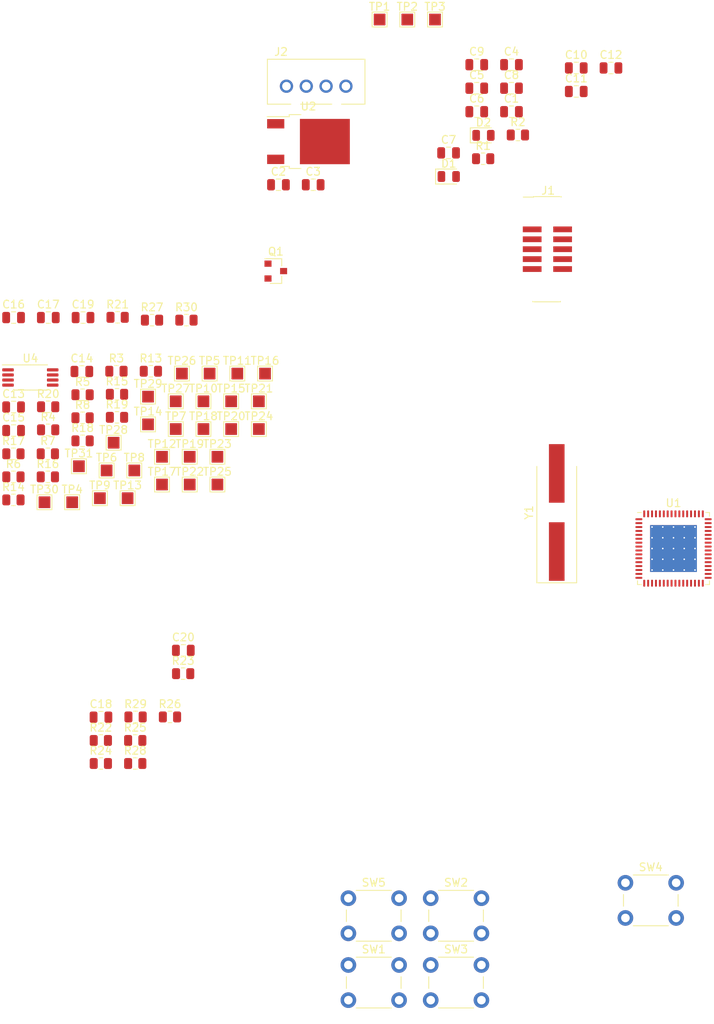
<source format=kicad_pcb>
(kicad_pcb (version 20171130) (host pcbnew "(5.1.12)-1")

  (general
    (thickness 1.6)
    (drawings 0)
    (tracks 0)
    (zones 0)
    (modules 91)
    (nets 73)
  )

  (page A4)
  (layers
    (0 F.Cu signal)
    (31 B.Cu signal)
    (32 B.Adhes user)
    (33 F.Adhes user)
    (34 B.Paste user)
    (35 F.Paste user)
    (36 B.SilkS user)
    (37 F.SilkS user)
    (38 B.Mask user)
    (39 F.Mask user)
    (40 Dwgs.User user)
    (41 Cmts.User user)
    (42 Eco1.User user)
    (43 Eco2.User user)
    (44 Edge.Cuts user)
    (45 Margin user)
    (46 B.CrtYd user)
    (47 F.CrtYd user)
    (48 B.Fab user)
    (49 F.Fab user)
  )

  (setup
    (last_trace_width 0.25)
    (trace_clearance 0.2)
    (zone_clearance 0.508)
    (zone_45_only no)
    (trace_min 0.2)
    (via_size 0.8)
    (via_drill 0.4)
    (via_min_size 0.4)
    (via_min_drill 0.3)
    (uvia_size 0.3)
    (uvia_drill 0.1)
    (uvias_allowed no)
    (uvia_min_size 0.2)
    (uvia_min_drill 0.1)
    (edge_width 0.05)
    (segment_width 0.2)
    (pcb_text_width 0.3)
    (pcb_text_size 1.5 1.5)
    (mod_edge_width 0.12)
    (mod_text_size 1 1)
    (mod_text_width 0.15)
    (pad_size 1.524 1.524)
    (pad_drill 0.762)
    (pad_to_mask_clearance 0)
    (aux_axis_origin 0 0)
    (visible_elements 7FFFF7FF)
    (pcbplotparams
      (layerselection 0x010fc_ffffffff)
      (usegerberextensions false)
      (usegerberattributes true)
      (usegerberadvancedattributes true)
      (creategerberjobfile true)
      (excludeedgelayer true)
      (linewidth 0.100000)
      (plotframeref false)
      (viasonmask false)
      (mode 1)
      (useauxorigin false)
      (hpglpennumber 1)
      (hpglpenspeed 20)
      (hpglpendiameter 15.000000)
      (psnegative false)
      (psa4output false)
      (plotreference true)
      (plotvalue true)
      (plotinvisibletext false)
      (padsonsilk false)
      (subtractmaskfromsilk false)
      (outputformat 1)
      (mirror false)
      (drillshape 1)
      (scaleselection 1)
      (outputdirectory ""))
  )

  (net 0 "")
  (net 1 GND)
  (net 2 +3V3)
  (net 3 +1V8)
  (net 4 +12V)
  (net 5 /LED_12V)
  (net 6 /LED_3.3V)
  (net 7 RESET_N)
  (net 8 TDI)
  (net 9 TDO)
  (net 10 TCK)
  (net 11 TMS)
  (net 12 "Net-(U1-Pad63)")
  (net 13 "Net-(U1-Pad45)")
  (net 14 "Net-(U1-Pad37)")
  (net 15 "Net-(U1-Pad36)")
  (net 16 "Net-(U1-Pad35)")
  (net 17 "Net-(U1-Pad34)")
  (net 18 "Net-(U1-Pad33)")
  (net 19 "Net-(U1-Pad22)")
  (net 20 "Net-(U1-Pad21)")
  (net 21 "Net-(U1-Pad18)")
  (net 22 "Net-(U1-Pad17)")
  (net 23 "Net-(U1-Pad3)")
  (net 24 "Net-(J1-Pad7)")
  (net 25 /LCD_LED+)
  (net 26 /LCD_GDR)
  (net 27 /XIN)
  (net 28 /XOUT)
  (net 29 /BT_1)
  (net 30 /BT_4)
  (net 31 /BT_2)
  (net 32 /BT_5)
  (net 33 /BT_3)
  (net 34 /SDA_2)
  (net 35 /SCL_2)
  (net 36 LCD_PWM)
  (net 37 /SDA_3)
  (net 38 /SCL_3)
  (net 39 /EEPROM_WP)
  (net 40 /AIN_12V)
  (net 41 /AIN_3.3V)
  (net 42 "Net-(D5-Pad1)")
  (net 43 "Net-(D4-Pad1)")
  (net 44 "Net-(D3-Pad1)")
  (net 45 /GLCK0)
  (net 46 /GCLK1)
  (net 47 /GCLK2)
  (net 48 /GCLK3)
  (net 49 LCD_CS)
  (net 50 LCD_RESET)
  (net 51 LCD_RS)
  (net 52 LCD_WR)
  (net 53 LCD_RD)
  (net 54 D0)
  (net 55 D1)
  (net 56 D2)
  (net 57 D3)
  (net 58 D4)
  (net 59 D5)
  (net 60 D6)
  (net 61 D7)
  (net 62 LED+_3)
  (net 63 LED+_2)
  (net 64 LED+_1)
  (net 65 /ADDR_2)
  (net 66 /ADDR_1)
  (net 67 "Net-(U4-Pad1)")
  (net 68 "/Controller Board Buttons/SW1+")
  (net 69 "/Controller Board Buttons/SW4+")
  (net 70 "/Controller Board Buttons/SW2+")
  (net 71 "/Controller Board Buttons/SW5+")
  (net 72 "/Controller Board Buttons/SW3+")

  (net_class Default "This is the default net class."
    (clearance 0.2)
    (trace_width 0.25)
    (via_dia 0.8)
    (via_drill 0.4)
    (uvia_dia 0.3)
    (uvia_drill 0.1)
    (add_net +12V)
    (add_net +1V8)
    (add_net +3V3)
    (add_net /ADDR_1)
    (add_net /ADDR_2)
    (add_net /AIN_12V)
    (add_net /AIN_3.3V)
    (add_net /BT_1)
    (add_net /BT_2)
    (add_net /BT_3)
    (add_net /BT_4)
    (add_net /BT_5)
    (add_net "/Controller Board Buttons/SW1+")
    (add_net "/Controller Board Buttons/SW2+")
    (add_net "/Controller Board Buttons/SW3+")
    (add_net "/Controller Board Buttons/SW4+")
    (add_net "/Controller Board Buttons/SW5+")
    (add_net /EEPROM_WP)
    (add_net /GCLK1)
    (add_net /GCLK2)
    (add_net /GCLK3)
    (add_net /GLCK0)
    (add_net /LCD_GDR)
    (add_net /LCD_LED+)
    (add_net /LED_12V)
    (add_net /LED_3.3V)
    (add_net /SCL_2)
    (add_net /SCL_3)
    (add_net /SDA_2)
    (add_net /SDA_3)
    (add_net /XIN)
    (add_net /XOUT)
    (add_net D0)
    (add_net D1)
    (add_net D2)
    (add_net D3)
    (add_net D4)
    (add_net D5)
    (add_net D6)
    (add_net D7)
    (add_net GND)
    (add_net LCD_CS)
    (add_net LCD_PWM)
    (add_net LCD_RD)
    (add_net LCD_RESET)
    (add_net LCD_RS)
    (add_net LCD_WR)
    (add_net LED+_1)
    (add_net LED+_2)
    (add_net LED+_3)
    (add_net "Net-(D3-Pad1)")
    (add_net "Net-(D4-Pad1)")
    (add_net "Net-(D5-Pad1)")
    (add_net "Net-(J1-Pad7)")
    (add_net "Net-(U1-Pad17)")
    (add_net "Net-(U1-Pad18)")
    (add_net "Net-(U1-Pad21)")
    (add_net "Net-(U1-Pad22)")
    (add_net "Net-(U1-Pad3)")
    (add_net "Net-(U1-Pad33)")
    (add_net "Net-(U1-Pad34)")
    (add_net "Net-(U1-Pad35)")
    (add_net "Net-(U1-Pad36)")
    (add_net "Net-(U1-Pad37)")
    (add_net "Net-(U1-Pad45)")
    (add_net "Net-(U1-Pad63)")
    (add_net "Net-(U4-Pad1)")
    (add_net RESET_N)
    (add_net TCK)
    (add_net TDI)
    (add_net TDO)
    (add_net TMS)
  )

  (module Crystal:Crystal_SMD_HC49-SD_HandSoldering (layer F.Cu) (tedit 63126AD7) (tstamp 631125B6)
    (at 135.7 84 90)
    (descr "SMD Crystal HC-49-SD http://cdn-reichelt.de/documents/datenblatt/B400/xxx-HC49-SMD.pdf, hand-soldering, 11.4x4.7mm^2 package")
    (tags "SMD SMT crystal hand-soldering")
    (path /63261A6B)
    (attr smd)
    (fp_text reference Y1 (at 0 -3.55 90) (layer F.SilkS)
      (effects (font (size 1 1) (thickness 0.15)))
    )
    (fp_text value 30MHz (at 0 3.55 90) (layer F.Fab)
      (effects (font (size 1 1) (thickness 0.15)))
    )
    (fp_line (start 9.25 -2.6) (end -9.25 -2.6) (layer F.CrtYd) (width 0.05))
    (fp_line (start 9.25 2.6) (end 9.25 -2.6) (layer F.CrtYd) (width 0.05))
    (fp_line (start -9.25 2.6) (end 9.25 2.6) (layer F.CrtYd) (width 0.05))
    (fp_line (start -9.25 -2.6) (end -9.25 2.6) (layer F.CrtYd) (width 0.05))
    (fp_line (start -9 2.55) (end 5.9 2.55) (layer F.SilkS) (width 0.12))
    (fp_line (start -9 -2.55) (end -9 2.55) (layer F.SilkS) (width 0.12))
    (fp_line (start 5.9 -2.55) (end -9 -2.55) (layer F.SilkS) (width 0.12))
    (fp_line (start -3.015 2.115) (end 3.015 2.115) (layer F.Fab) (width 0.1))
    (fp_line (start -3.015 -2.115) (end 3.015 -2.115) (layer F.Fab) (width 0.1))
    (fp_line (start 6 -2.4) (end -6 -2.4) (layer F.Fab) (width 0.1))
    (fp_line (start 6 2.4) (end 6 -2.4) (layer F.Fab) (width 0.1))
    (fp_line (start -6 2.4) (end 6 2.4) (layer F.Fab) (width 0.1))
    (fp_line (start -6 -2.4) (end -6 2.4) (layer F.Fab) (width 0.1))
    (fp_arc (start 3.015 0) (end 3.015 -2.115) (angle 180) (layer F.Fab) (width 0.1))
    (fp_arc (start -3.015 0) (end -3.015 -2.115) (angle -180) (layer F.Fab) (width 0.1))
    (fp_text user %R (at 0 0 90) (layer F.Fab)
      (effects (font (size 1 1) (thickness 0.15)))
    )
    (pad 2 smd rect (at 5 0 90) (size 7.5 2) (layers F.Cu F.Paste F.Mask)
      (net 28 /XOUT))
    (pad 1 smd rect (at -5 0 90) (size 7.5 2) (layers F.Cu F.Paste F.Mask)
      (net 27 /XIN))
    (model ${KISYS3DMOD}/Crystal.3dshapes/Crystal_SMD_HC49-SD.wrl
      (at (xyz 0 0 0))
      (scale (xyz 1 1 1))
      (rotate (xyz 0 0 0))
    )
  )

  (module Package_SO:TSSOP-8_4.4x3mm_P0.65mm (layer F.Cu) (tedit 5E476F32) (tstamp 63125C5A)
    (at 68.25 66.72)
    (descr "TSSOP, 8 Pin (JEDEC MO-153 Var AA https://www.jedec.org/document_search?search_api_views_fulltext=MO-153), generated with kicad-footprint-generator ipc_gullwing_generator.py")
    (tags "TSSOP SO")
    (path /633319A0)
    (attr smd)
    (fp_text reference U4 (at 0 -2.45) (layer F.SilkS)
      (effects (font (size 1 1) (thickness 0.15)))
    )
    (fp_text value AT24C04D (at 0 2.45) (layer F.Fab)
      (effects (font (size 1 1) (thickness 0.15)))
    )
    (fp_line (start 3.85 -1.75) (end -3.85 -1.75) (layer F.CrtYd) (width 0.05))
    (fp_line (start 3.85 1.75) (end 3.85 -1.75) (layer F.CrtYd) (width 0.05))
    (fp_line (start -3.85 1.75) (end 3.85 1.75) (layer F.CrtYd) (width 0.05))
    (fp_line (start -3.85 -1.75) (end -3.85 1.75) (layer F.CrtYd) (width 0.05))
    (fp_line (start -2.2 -0.75) (end -1.45 -1.5) (layer F.Fab) (width 0.1))
    (fp_line (start -2.2 1.5) (end -2.2 -0.75) (layer F.Fab) (width 0.1))
    (fp_line (start 2.2 1.5) (end -2.2 1.5) (layer F.Fab) (width 0.1))
    (fp_line (start 2.2 -1.5) (end 2.2 1.5) (layer F.Fab) (width 0.1))
    (fp_line (start -1.45 -1.5) (end 2.2 -1.5) (layer F.Fab) (width 0.1))
    (fp_line (start 0 -1.61) (end -3.6 -1.61) (layer F.SilkS) (width 0.12))
    (fp_line (start 0 -1.61) (end 2.2 -1.61) (layer F.SilkS) (width 0.12))
    (fp_line (start 0 1.61) (end -2.2 1.61) (layer F.SilkS) (width 0.12))
    (fp_line (start 0 1.61) (end 2.2 1.61) (layer F.SilkS) (width 0.12))
    (fp_text user %R (at 0 0) (layer F.Fab)
      (effects (font (size 1 1) (thickness 0.15)))
    )
    (pad 8 smd roundrect (at 2.8625 -0.975) (size 1.475 0.4) (layers F.Cu F.Paste F.Mask) (roundrect_rratio 0.25)
      (net 2 +3V3))
    (pad 7 smd roundrect (at 2.8625 -0.325) (size 1.475 0.4) (layers F.Cu F.Paste F.Mask) (roundrect_rratio 0.25)
      (net 39 /EEPROM_WP))
    (pad 6 smd roundrect (at 2.8625 0.325) (size 1.475 0.4) (layers F.Cu F.Paste F.Mask) (roundrect_rratio 0.25)
      (net 38 /SCL_3))
    (pad 5 smd roundrect (at 2.8625 0.975) (size 1.475 0.4) (layers F.Cu F.Paste F.Mask) (roundrect_rratio 0.25)
      (net 37 /SDA_3))
    (pad 4 smd roundrect (at -2.8625 0.975) (size 1.475 0.4) (layers F.Cu F.Paste F.Mask) (roundrect_rratio 0.25)
      (net 1 GND))
    (pad 3 smd roundrect (at -2.8625 0.325) (size 1.475 0.4) (layers F.Cu F.Paste F.Mask) (roundrect_rratio 0.25)
      (net 65 /ADDR_2))
    (pad 2 smd roundrect (at -2.8625 -0.325) (size 1.475 0.4) (layers F.Cu F.Paste F.Mask) (roundrect_rratio 0.25)
      (net 66 /ADDR_1))
    (pad 1 smd roundrect (at -2.8625 -0.975) (size 1.475 0.4) (layers F.Cu F.Paste F.Mask) (roundrect_rratio 0.25)
      (net 67 "Net-(U4-Pad1)"))
    (model ${KISYS3DMOD}/Package_SO.3dshapes/TSSOP-8_4.4x3mm_P0.65mm.wrl
      (at (xyz 0 0 0))
      (scale (xyz 1 1 1))
      (rotate (xyz 0 0 0))
    )
  )

  (module TestPoint:TestPoint_Pad_1.5x1.5mm (layer F.Cu) (tedit 5A0F774F) (tstamp 63125AFC)
    (at 74.47 78.08)
    (descr "SMD rectangular pad as test Point, square 1.5mm side length")
    (tags "test point SMD pad rectangle square")
    (path /637750F9)
    (attr virtual)
    (fp_text reference TP31 (at 0 -1.648) (layer F.SilkS)
      (effects (font (size 1 1) (thickness 0.15)))
    )
    (fp_text value LCD_LED+ (at 0 1.75) (layer F.Fab)
      (effects (font (size 1 1) (thickness 0.15)))
    )
    (fp_line (start 1.25 1.25) (end -1.25 1.25) (layer F.CrtYd) (width 0.05))
    (fp_line (start 1.25 1.25) (end 1.25 -1.25) (layer F.CrtYd) (width 0.05))
    (fp_line (start -1.25 -1.25) (end -1.25 1.25) (layer F.CrtYd) (width 0.05))
    (fp_line (start -1.25 -1.25) (end 1.25 -1.25) (layer F.CrtYd) (width 0.05))
    (fp_line (start -0.95 0.95) (end -0.95 -0.95) (layer F.SilkS) (width 0.12))
    (fp_line (start 0.95 0.95) (end -0.95 0.95) (layer F.SilkS) (width 0.12))
    (fp_line (start 0.95 -0.95) (end 0.95 0.95) (layer F.SilkS) (width 0.12))
    (fp_line (start -0.95 -0.95) (end 0.95 -0.95) (layer F.SilkS) (width 0.12))
    (fp_text user %R (at 0 -1.65) (layer F.Fab)
      (effects (font (size 1 1) (thickness 0.15)))
    )
    (pad 1 smd rect (at 0 0) (size 1.5 1.5) (layers F.Cu F.Mask)
      (net 25 /LCD_LED+))
  )

  (module TestPoint:TestPoint_Pad_1.5x1.5mm (layer F.Cu) (tedit 5A0F774F) (tstamp 63125AEE)
    (at 70.06 82.69)
    (descr "SMD rectangular pad as test Point, square 1.5mm side length")
    (tags "test point SMD pad rectangle square")
    (path /63721C97)
    (attr virtual)
    (fp_text reference TP30 (at 0 -1.648) (layer F.SilkS)
      (effects (font (size 1 1) (thickness 0.15)))
    )
    (fp_text value SCL_2 (at 0 1.75) (layer F.Fab)
      (effects (font (size 1 1) (thickness 0.15)))
    )
    (fp_line (start 1.25 1.25) (end -1.25 1.25) (layer F.CrtYd) (width 0.05))
    (fp_line (start 1.25 1.25) (end 1.25 -1.25) (layer F.CrtYd) (width 0.05))
    (fp_line (start -1.25 -1.25) (end -1.25 1.25) (layer F.CrtYd) (width 0.05))
    (fp_line (start -1.25 -1.25) (end 1.25 -1.25) (layer F.CrtYd) (width 0.05))
    (fp_line (start -0.95 0.95) (end -0.95 -0.95) (layer F.SilkS) (width 0.12))
    (fp_line (start 0.95 0.95) (end -0.95 0.95) (layer F.SilkS) (width 0.12))
    (fp_line (start 0.95 -0.95) (end 0.95 0.95) (layer F.SilkS) (width 0.12))
    (fp_line (start -0.95 -0.95) (end 0.95 -0.95) (layer F.SilkS) (width 0.12))
    (fp_text user %R (at 0 -1.65) (layer F.Fab)
      (effects (font (size 1 1) (thickness 0.15)))
    )
    (pad 1 smd rect (at 0 0) (size 1.5 1.5) (layers F.Cu F.Mask)
      (net 35 /SCL_2))
  )

  (module TestPoint:TestPoint_Pad_1.5x1.5mm (layer F.Cu) (tedit 5A0F774F) (tstamp 63125AE0)
    (at 83.33 69.17)
    (descr "SMD rectangular pad as test Point, square 1.5mm side length")
    (tags "test point SMD pad rectangle square")
    (path /63721198)
    (attr virtual)
    (fp_text reference TP29 (at 0 -1.648) (layer F.SilkS)
      (effects (font (size 1 1) (thickness 0.15)))
    )
    (fp_text value SDA_2 (at 0 1.75) (layer F.Fab)
      (effects (font (size 1 1) (thickness 0.15)))
    )
    (fp_line (start 1.25 1.25) (end -1.25 1.25) (layer F.CrtYd) (width 0.05))
    (fp_line (start 1.25 1.25) (end 1.25 -1.25) (layer F.CrtYd) (width 0.05))
    (fp_line (start -1.25 -1.25) (end -1.25 1.25) (layer F.CrtYd) (width 0.05))
    (fp_line (start -1.25 -1.25) (end 1.25 -1.25) (layer F.CrtYd) (width 0.05))
    (fp_line (start -0.95 0.95) (end -0.95 -0.95) (layer F.SilkS) (width 0.12))
    (fp_line (start 0.95 0.95) (end -0.95 0.95) (layer F.SilkS) (width 0.12))
    (fp_line (start 0.95 -0.95) (end 0.95 0.95) (layer F.SilkS) (width 0.12))
    (fp_line (start -0.95 -0.95) (end 0.95 -0.95) (layer F.SilkS) (width 0.12))
    (fp_text user %R (at 0 -1.65) (layer F.Fab)
      (effects (font (size 1 1) (thickness 0.15)))
    )
    (pad 1 smd rect (at 0 0) (size 1.5 1.5) (layers F.Cu F.Mask)
      (net 34 /SDA_2))
  )

  (module TestPoint:TestPoint_Pad_1.5x1.5mm (layer F.Cu) (tedit 5A0F774F) (tstamp 63125AD2)
    (at 78.92 75.07)
    (descr "SMD rectangular pad as test Point, square 1.5mm side length")
    (tags "test point SMD pad rectangle square")
    (path /637010A5)
    (attr virtual)
    (fp_text reference TP28 (at 0 -1.648) (layer F.SilkS)
      (effects (font (size 1 1) (thickness 0.15)))
    )
    (fp_text value RESET_N (at 0 1.75) (layer F.Fab)
      (effects (font (size 1 1) (thickness 0.15)))
    )
    (fp_line (start 1.25 1.25) (end -1.25 1.25) (layer F.CrtYd) (width 0.05))
    (fp_line (start 1.25 1.25) (end 1.25 -1.25) (layer F.CrtYd) (width 0.05))
    (fp_line (start -1.25 -1.25) (end -1.25 1.25) (layer F.CrtYd) (width 0.05))
    (fp_line (start -1.25 -1.25) (end 1.25 -1.25) (layer F.CrtYd) (width 0.05))
    (fp_line (start -0.95 0.95) (end -0.95 -0.95) (layer F.SilkS) (width 0.12))
    (fp_line (start 0.95 0.95) (end -0.95 0.95) (layer F.SilkS) (width 0.12))
    (fp_line (start 0.95 -0.95) (end 0.95 0.95) (layer F.SilkS) (width 0.12))
    (fp_line (start -0.95 -0.95) (end 0.95 -0.95) (layer F.SilkS) (width 0.12))
    (fp_text user %R (at 0 -1.65) (layer F.Fab)
      (effects (font (size 1 1) (thickness 0.15)))
    )
    (pad 1 smd rect (at 0 0) (size 1.5 1.5) (layers F.Cu F.Mask)
      (net 7 RESET_N))
  )

  (module TestPoint:TestPoint_Pad_1.5x1.5mm (layer F.Cu) (tedit 5A0F774F) (tstamp 63125AC4)
    (at 86.88 69.77)
    (descr "SMD rectangular pad as test Point, square 1.5mm side length")
    (tags "test point SMD pad rectangle square")
    (path /636D0DA7)
    (attr virtual)
    (fp_text reference TP27 (at 0 -1.648) (layer F.SilkS)
      (effects (font (size 1 1) (thickness 0.15)))
    )
    (fp_text value EEPROM_WR (at 0 1.75) (layer F.Fab)
      (effects (font (size 1 1) (thickness 0.15)))
    )
    (fp_line (start 1.25 1.25) (end -1.25 1.25) (layer F.CrtYd) (width 0.05))
    (fp_line (start 1.25 1.25) (end 1.25 -1.25) (layer F.CrtYd) (width 0.05))
    (fp_line (start -1.25 -1.25) (end -1.25 1.25) (layer F.CrtYd) (width 0.05))
    (fp_line (start -1.25 -1.25) (end 1.25 -1.25) (layer F.CrtYd) (width 0.05))
    (fp_line (start -0.95 0.95) (end -0.95 -0.95) (layer F.SilkS) (width 0.12))
    (fp_line (start 0.95 0.95) (end -0.95 0.95) (layer F.SilkS) (width 0.12))
    (fp_line (start 0.95 -0.95) (end 0.95 0.95) (layer F.SilkS) (width 0.12))
    (fp_line (start -0.95 -0.95) (end 0.95 -0.95) (layer F.SilkS) (width 0.12))
    (fp_text user %R (at 0 -1.65) (layer F.Fab)
      (effects (font (size 1 1) (thickness 0.15)))
    )
    (pad 1 smd rect (at 0 0) (size 1.5 1.5) (layers F.Cu F.Mask)
      (net 39 /EEPROM_WP))
  )

  (module TestPoint:TestPoint_Pad_1.5x1.5mm (layer F.Cu) (tedit 5A0F774F) (tstamp 63125AB6)
    (at 87.67 66.22)
    (descr "SMD rectangular pad as test Point, square 1.5mm side length")
    (tags "test point SMD pad rectangle square")
    (path /636E08D6)
    (attr virtual)
    (fp_text reference TP26 (at 0 -1.648) (layer F.SilkS)
      (effects (font (size 1 1) (thickness 0.15)))
    )
    (fp_text value SCL_3 (at 0 1.75) (layer F.Fab)
      (effects (font (size 1 1) (thickness 0.15)))
    )
    (fp_line (start 1.25 1.25) (end -1.25 1.25) (layer F.CrtYd) (width 0.05))
    (fp_line (start 1.25 1.25) (end 1.25 -1.25) (layer F.CrtYd) (width 0.05))
    (fp_line (start -1.25 -1.25) (end -1.25 1.25) (layer F.CrtYd) (width 0.05))
    (fp_line (start -1.25 -1.25) (end 1.25 -1.25) (layer F.CrtYd) (width 0.05))
    (fp_line (start -0.95 0.95) (end -0.95 -0.95) (layer F.SilkS) (width 0.12))
    (fp_line (start 0.95 0.95) (end -0.95 0.95) (layer F.SilkS) (width 0.12))
    (fp_line (start 0.95 -0.95) (end 0.95 0.95) (layer F.SilkS) (width 0.12))
    (fp_line (start -0.95 -0.95) (end 0.95 -0.95) (layer F.SilkS) (width 0.12))
    (fp_text user %R (at 0 -1.65) (layer F.Fab)
      (effects (font (size 1 1) (thickness 0.15)))
    )
    (pad 1 smd rect (at 0 0) (size 1.5 1.5) (layers F.Cu F.Mask)
      (net 38 /SCL_3))
  )

  (module TestPoint:TestPoint_Pad_1.5x1.5mm (layer F.Cu) (tedit 5A0F774F) (tstamp 63125AA8)
    (at 92.22 80.42)
    (descr "SMD rectangular pad as test Point, square 1.5mm side length")
    (tags "test point SMD pad rectangle square")
    (path /636E11AB)
    (attr virtual)
    (fp_text reference TP25 (at 0 -1.648) (layer F.SilkS)
      (effects (font (size 1 1) (thickness 0.15)))
    )
    (fp_text value SDA_3 (at 0 1.75) (layer F.Fab)
      (effects (font (size 1 1) (thickness 0.15)))
    )
    (fp_line (start 1.25 1.25) (end -1.25 1.25) (layer F.CrtYd) (width 0.05))
    (fp_line (start 1.25 1.25) (end 1.25 -1.25) (layer F.CrtYd) (width 0.05))
    (fp_line (start -1.25 -1.25) (end -1.25 1.25) (layer F.CrtYd) (width 0.05))
    (fp_line (start -1.25 -1.25) (end 1.25 -1.25) (layer F.CrtYd) (width 0.05))
    (fp_line (start -0.95 0.95) (end -0.95 -0.95) (layer F.SilkS) (width 0.12))
    (fp_line (start 0.95 0.95) (end -0.95 0.95) (layer F.SilkS) (width 0.12))
    (fp_line (start 0.95 -0.95) (end 0.95 0.95) (layer F.SilkS) (width 0.12))
    (fp_line (start -0.95 -0.95) (end 0.95 -0.95) (layer F.SilkS) (width 0.12))
    (fp_text user %R (at 0 -1.65) (layer F.Fab)
      (effects (font (size 1 1) (thickness 0.15)))
    )
    (pad 1 smd rect (at 0 0) (size 1.5 1.5) (layers F.Cu F.Mask)
      (net 37 /SDA_3))
  )

  (module TestPoint:TestPoint_Pad_1.5x1.5mm (layer F.Cu) (tedit 5A0F774F) (tstamp 63125A9A)
    (at 97.53 73.32)
    (descr "SMD rectangular pad as test Point, square 1.5mm side length")
    (tags "test point SMD pad rectangle square")
    (path /636B2954)
    (attr virtual)
    (fp_text reference TP24 (at 0 -1.648) (layer F.SilkS)
      (effects (font (size 1 1) (thickness 0.15)))
    )
    (fp_text value AIN_3.3V (at 0 1.75) (layer F.Fab)
      (effects (font (size 1 1) (thickness 0.15)))
    )
    (fp_line (start 1.25 1.25) (end -1.25 1.25) (layer F.CrtYd) (width 0.05))
    (fp_line (start 1.25 1.25) (end 1.25 -1.25) (layer F.CrtYd) (width 0.05))
    (fp_line (start -1.25 -1.25) (end -1.25 1.25) (layer F.CrtYd) (width 0.05))
    (fp_line (start -1.25 -1.25) (end 1.25 -1.25) (layer F.CrtYd) (width 0.05))
    (fp_line (start -0.95 0.95) (end -0.95 -0.95) (layer F.SilkS) (width 0.12))
    (fp_line (start 0.95 0.95) (end -0.95 0.95) (layer F.SilkS) (width 0.12))
    (fp_line (start 0.95 -0.95) (end 0.95 0.95) (layer F.SilkS) (width 0.12))
    (fp_line (start -0.95 -0.95) (end 0.95 -0.95) (layer F.SilkS) (width 0.12))
    (fp_text user %R (at 0 -1.65) (layer F.Fab)
      (effects (font (size 1 1) (thickness 0.15)))
    )
    (pad 1 smd rect (at 0 0) (size 1.5 1.5) (layers F.Cu F.Mask)
      (net 41 /AIN_3.3V))
  )

  (module TestPoint:TestPoint_Pad_1.5x1.5mm (layer F.Cu) (tedit 5A0F774F) (tstamp 63125A8C)
    (at 92.22 76.87)
    (descr "SMD rectangular pad as test Point, square 1.5mm side length")
    (tags "test point SMD pad rectangle square")
    (path /636B1BFE)
    (attr virtual)
    (fp_text reference TP23 (at 0 -1.648) (layer F.SilkS)
      (effects (font (size 1 1) (thickness 0.15)))
    )
    (fp_text value AIN_12V (at 0 1.75) (layer F.Fab)
      (effects (font (size 1 1) (thickness 0.15)))
    )
    (fp_line (start 1.25 1.25) (end -1.25 1.25) (layer F.CrtYd) (width 0.05))
    (fp_line (start 1.25 1.25) (end 1.25 -1.25) (layer F.CrtYd) (width 0.05))
    (fp_line (start -1.25 -1.25) (end -1.25 1.25) (layer F.CrtYd) (width 0.05))
    (fp_line (start -1.25 -1.25) (end 1.25 -1.25) (layer F.CrtYd) (width 0.05))
    (fp_line (start -0.95 0.95) (end -0.95 -0.95) (layer F.SilkS) (width 0.12))
    (fp_line (start 0.95 0.95) (end -0.95 0.95) (layer F.SilkS) (width 0.12))
    (fp_line (start 0.95 -0.95) (end 0.95 0.95) (layer F.SilkS) (width 0.12))
    (fp_line (start -0.95 -0.95) (end 0.95 -0.95) (layer F.SilkS) (width 0.12))
    (fp_text user %R (at 0 -1.65) (layer F.Fab)
      (effects (font (size 1 1) (thickness 0.15)))
    )
    (pad 1 smd rect (at 0 0) (size 1.5 1.5) (layers F.Cu F.Mask)
      (net 40 /AIN_12V))
  )

  (module TestPoint:TestPoint_Pad_1.5x1.5mm (layer F.Cu) (tedit 5A0F774F) (tstamp 63125A7E)
    (at 88.67 80.42)
    (descr "SMD rectangular pad as test Point, square 1.5mm side length")
    (tags "test point SMD pad rectangle square")
    (path /6366F54C)
    (attr virtual)
    (fp_text reference TP22 (at 0 -1.648) (layer F.SilkS)
      (effects (font (size 1 1) (thickness 0.15)))
    )
    (fp_text value D7 (at 0 1.75) (layer F.Fab)
      (effects (font (size 1 1) (thickness 0.15)))
    )
    (fp_line (start 1.25 1.25) (end -1.25 1.25) (layer F.CrtYd) (width 0.05))
    (fp_line (start 1.25 1.25) (end 1.25 -1.25) (layer F.CrtYd) (width 0.05))
    (fp_line (start -1.25 -1.25) (end -1.25 1.25) (layer F.CrtYd) (width 0.05))
    (fp_line (start -1.25 -1.25) (end 1.25 -1.25) (layer F.CrtYd) (width 0.05))
    (fp_line (start -0.95 0.95) (end -0.95 -0.95) (layer F.SilkS) (width 0.12))
    (fp_line (start 0.95 0.95) (end -0.95 0.95) (layer F.SilkS) (width 0.12))
    (fp_line (start 0.95 -0.95) (end 0.95 0.95) (layer F.SilkS) (width 0.12))
    (fp_line (start -0.95 -0.95) (end 0.95 -0.95) (layer F.SilkS) (width 0.12))
    (fp_text user %R (at 0 -1.65) (layer F.Fab)
      (effects (font (size 1 1) (thickness 0.15)))
    )
    (pad 1 smd rect (at 0 0) (size 1.5 1.5) (layers F.Cu F.Mask)
      (net 61 D7))
  )

  (module TestPoint:TestPoint_Pad_1.5x1.5mm (layer F.Cu) (tedit 5A0F774F) (tstamp 63125A70)
    (at 97.53 69.77)
    (descr "SMD rectangular pad as test Point, square 1.5mm side length")
    (tags "test point SMD pad rectangle square")
    (path /6366F363)
    (attr virtual)
    (fp_text reference TP21 (at 0 -1.648) (layer F.SilkS)
      (effects (font (size 1 1) (thickness 0.15)))
    )
    (fp_text value D6 (at 0 1.75) (layer F.Fab)
      (effects (font (size 1 1) (thickness 0.15)))
    )
    (fp_line (start 1.25 1.25) (end -1.25 1.25) (layer F.CrtYd) (width 0.05))
    (fp_line (start 1.25 1.25) (end 1.25 -1.25) (layer F.CrtYd) (width 0.05))
    (fp_line (start -1.25 -1.25) (end -1.25 1.25) (layer F.CrtYd) (width 0.05))
    (fp_line (start -1.25 -1.25) (end 1.25 -1.25) (layer F.CrtYd) (width 0.05))
    (fp_line (start -0.95 0.95) (end -0.95 -0.95) (layer F.SilkS) (width 0.12))
    (fp_line (start 0.95 0.95) (end -0.95 0.95) (layer F.SilkS) (width 0.12))
    (fp_line (start 0.95 -0.95) (end 0.95 0.95) (layer F.SilkS) (width 0.12))
    (fp_line (start -0.95 -0.95) (end 0.95 -0.95) (layer F.SilkS) (width 0.12))
    (fp_text user %R (at 0 -1.65) (layer F.Fab)
      (effects (font (size 1 1) (thickness 0.15)))
    )
    (pad 1 smd rect (at 0 0) (size 1.5 1.5) (layers F.Cu F.Mask)
      (net 60 D6))
  )

  (module TestPoint:TestPoint_Pad_1.5x1.5mm (layer F.Cu) (tedit 5A0F774F) (tstamp 63125A62)
    (at 93.98 73.32)
    (descr "SMD rectangular pad as test Point, square 1.5mm side length")
    (tags "test point SMD pad rectangle square")
    (path /6366F196)
    (attr virtual)
    (fp_text reference TP20 (at 0 -1.648) (layer F.SilkS)
      (effects (font (size 1 1) (thickness 0.15)))
    )
    (fp_text value D5 (at 0 1.75) (layer F.Fab)
      (effects (font (size 1 1) (thickness 0.15)))
    )
    (fp_line (start 1.25 1.25) (end -1.25 1.25) (layer F.CrtYd) (width 0.05))
    (fp_line (start 1.25 1.25) (end 1.25 -1.25) (layer F.CrtYd) (width 0.05))
    (fp_line (start -1.25 -1.25) (end -1.25 1.25) (layer F.CrtYd) (width 0.05))
    (fp_line (start -1.25 -1.25) (end 1.25 -1.25) (layer F.CrtYd) (width 0.05))
    (fp_line (start -0.95 0.95) (end -0.95 -0.95) (layer F.SilkS) (width 0.12))
    (fp_line (start 0.95 0.95) (end -0.95 0.95) (layer F.SilkS) (width 0.12))
    (fp_line (start 0.95 -0.95) (end 0.95 0.95) (layer F.SilkS) (width 0.12))
    (fp_line (start -0.95 -0.95) (end 0.95 -0.95) (layer F.SilkS) (width 0.12))
    (fp_text user %R (at 0 -1.65) (layer F.Fab)
      (effects (font (size 1 1) (thickness 0.15)))
    )
    (pad 1 smd rect (at 0 0) (size 1.5 1.5) (layers F.Cu F.Mask)
      (net 59 D5))
  )

  (module TestPoint:TestPoint_Pad_1.5x1.5mm (layer F.Cu) (tedit 5A0F774F) (tstamp 63125A54)
    (at 88.67 76.87)
    (descr "SMD rectangular pad as test Point, square 1.5mm side length")
    (tags "test point SMD pad rectangle square")
    (path /6366EF95)
    (attr virtual)
    (fp_text reference TP19 (at 0 -1.648) (layer F.SilkS)
      (effects (font (size 1 1) (thickness 0.15)))
    )
    (fp_text value D4 (at 0 1.75) (layer F.Fab)
      (effects (font (size 1 1) (thickness 0.15)))
    )
    (fp_line (start 1.25 1.25) (end -1.25 1.25) (layer F.CrtYd) (width 0.05))
    (fp_line (start 1.25 1.25) (end 1.25 -1.25) (layer F.CrtYd) (width 0.05))
    (fp_line (start -1.25 -1.25) (end -1.25 1.25) (layer F.CrtYd) (width 0.05))
    (fp_line (start -1.25 -1.25) (end 1.25 -1.25) (layer F.CrtYd) (width 0.05))
    (fp_line (start -0.95 0.95) (end -0.95 -0.95) (layer F.SilkS) (width 0.12))
    (fp_line (start 0.95 0.95) (end -0.95 0.95) (layer F.SilkS) (width 0.12))
    (fp_line (start 0.95 -0.95) (end 0.95 0.95) (layer F.SilkS) (width 0.12))
    (fp_line (start -0.95 -0.95) (end 0.95 -0.95) (layer F.SilkS) (width 0.12))
    (fp_text user %R (at 0 -1.65) (layer F.Fab)
      (effects (font (size 1 1) (thickness 0.15)))
    )
    (pad 1 smd rect (at 0 0) (size 1.5 1.5) (layers F.Cu F.Mask)
      (net 58 D4))
  )

  (module TestPoint:TestPoint_Pad_1.5x1.5mm (layer F.Cu) (tedit 5A0F774F) (tstamp 63125A46)
    (at 90.43 73.32)
    (descr "SMD rectangular pad as test Point, square 1.5mm side length")
    (tags "test point SMD pad rectangle square")
    (path /6366EDC4)
    (attr virtual)
    (fp_text reference TP18 (at 0 -1.648) (layer F.SilkS)
      (effects (font (size 1 1) (thickness 0.15)))
    )
    (fp_text value D3 (at 0 1.75) (layer F.Fab)
      (effects (font (size 1 1) (thickness 0.15)))
    )
    (fp_line (start 1.25 1.25) (end -1.25 1.25) (layer F.CrtYd) (width 0.05))
    (fp_line (start 1.25 1.25) (end 1.25 -1.25) (layer F.CrtYd) (width 0.05))
    (fp_line (start -1.25 -1.25) (end -1.25 1.25) (layer F.CrtYd) (width 0.05))
    (fp_line (start -1.25 -1.25) (end 1.25 -1.25) (layer F.CrtYd) (width 0.05))
    (fp_line (start -0.95 0.95) (end -0.95 -0.95) (layer F.SilkS) (width 0.12))
    (fp_line (start 0.95 0.95) (end -0.95 0.95) (layer F.SilkS) (width 0.12))
    (fp_line (start 0.95 -0.95) (end 0.95 0.95) (layer F.SilkS) (width 0.12))
    (fp_line (start -0.95 -0.95) (end 0.95 -0.95) (layer F.SilkS) (width 0.12))
    (fp_text user %R (at 0 -1.65) (layer F.Fab)
      (effects (font (size 1 1) (thickness 0.15)))
    )
    (pad 1 smd rect (at 0 0) (size 1.5 1.5) (layers F.Cu F.Mask)
      (net 57 D3))
  )

  (module TestPoint:TestPoint_Pad_1.5x1.5mm (layer F.Cu) (tedit 5A0F774F) (tstamp 63125A38)
    (at 85.12 80.42)
    (descr "SMD rectangular pad as test Point, square 1.5mm side length")
    (tags "test point SMD pad rectangle square")
    (path /6366EBCD)
    (attr virtual)
    (fp_text reference TP17 (at 0 -1.648) (layer F.SilkS)
      (effects (font (size 1 1) (thickness 0.15)))
    )
    (fp_text value D2 (at 0 1.75) (layer F.Fab)
      (effects (font (size 1 1) (thickness 0.15)))
    )
    (fp_line (start 1.25 1.25) (end -1.25 1.25) (layer F.CrtYd) (width 0.05))
    (fp_line (start 1.25 1.25) (end 1.25 -1.25) (layer F.CrtYd) (width 0.05))
    (fp_line (start -1.25 -1.25) (end -1.25 1.25) (layer F.CrtYd) (width 0.05))
    (fp_line (start -1.25 -1.25) (end 1.25 -1.25) (layer F.CrtYd) (width 0.05))
    (fp_line (start -0.95 0.95) (end -0.95 -0.95) (layer F.SilkS) (width 0.12))
    (fp_line (start 0.95 0.95) (end -0.95 0.95) (layer F.SilkS) (width 0.12))
    (fp_line (start 0.95 -0.95) (end 0.95 0.95) (layer F.SilkS) (width 0.12))
    (fp_line (start -0.95 -0.95) (end 0.95 -0.95) (layer F.SilkS) (width 0.12))
    (fp_text user %R (at 0 -1.65) (layer F.Fab)
      (effects (font (size 1 1) (thickness 0.15)))
    )
    (pad 1 smd rect (at 0 0) (size 1.5 1.5) (layers F.Cu F.Mask)
      (net 56 D2))
  )

  (module TestPoint:TestPoint_Pad_1.5x1.5mm (layer F.Cu) (tedit 5A0F774F) (tstamp 63125A2A)
    (at 98.32 66.22)
    (descr "SMD rectangular pad as test Point, square 1.5mm side length")
    (tags "test point SMD pad rectangle square")
    (path /6366EA35)
    (attr virtual)
    (fp_text reference TP16 (at 0 -1.648) (layer F.SilkS)
      (effects (font (size 1 1) (thickness 0.15)))
    )
    (fp_text value D1 (at 0 1.75) (layer F.Fab)
      (effects (font (size 1 1) (thickness 0.15)))
    )
    (fp_line (start 1.25 1.25) (end -1.25 1.25) (layer F.CrtYd) (width 0.05))
    (fp_line (start 1.25 1.25) (end 1.25 -1.25) (layer F.CrtYd) (width 0.05))
    (fp_line (start -1.25 -1.25) (end -1.25 1.25) (layer F.CrtYd) (width 0.05))
    (fp_line (start -1.25 -1.25) (end 1.25 -1.25) (layer F.CrtYd) (width 0.05))
    (fp_line (start -0.95 0.95) (end -0.95 -0.95) (layer F.SilkS) (width 0.12))
    (fp_line (start 0.95 0.95) (end -0.95 0.95) (layer F.SilkS) (width 0.12))
    (fp_line (start 0.95 -0.95) (end 0.95 0.95) (layer F.SilkS) (width 0.12))
    (fp_line (start -0.95 -0.95) (end 0.95 -0.95) (layer F.SilkS) (width 0.12))
    (fp_text user %R (at 0 -1.65) (layer F.Fab)
      (effects (font (size 1 1) (thickness 0.15)))
    )
    (pad 1 smd rect (at 0 0) (size 1.5 1.5) (layers F.Cu F.Mask)
      (net 55 D1))
  )

  (module TestPoint:TestPoint_Pad_1.5x1.5mm (layer F.Cu) (tedit 5A0F774F) (tstamp 63125A1C)
    (at 93.98 69.77)
    (descr "SMD rectangular pad as test Point, square 1.5mm side length")
    (tags "test point SMD pad rectangle square")
    (path /6366E85E)
    (attr virtual)
    (fp_text reference TP15 (at 0 -1.648) (layer F.SilkS)
      (effects (font (size 1 1) (thickness 0.15)))
    )
    (fp_text value D0 (at 0 1.75) (layer F.Fab)
      (effects (font (size 1 1) (thickness 0.15)))
    )
    (fp_line (start 1.25 1.25) (end -1.25 1.25) (layer F.CrtYd) (width 0.05))
    (fp_line (start 1.25 1.25) (end 1.25 -1.25) (layer F.CrtYd) (width 0.05))
    (fp_line (start -1.25 -1.25) (end -1.25 1.25) (layer F.CrtYd) (width 0.05))
    (fp_line (start -1.25 -1.25) (end 1.25 -1.25) (layer F.CrtYd) (width 0.05))
    (fp_line (start -0.95 0.95) (end -0.95 -0.95) (layer F.SilkS) (width 0.12))
    (fp_line (start 0.95 0.95) (end -0.95 0.95) (layer F.SilkS) (width 0.12))
    (fp_line (start 0.95 -0.95) (end 0.95 0.95) (layer F.SilkS) (width 0.12))
    (fp_line (start -0.95 -0.95) (end 0.95 -0.95) (layer F.SilkS) (width 0.12))
    (fp_text user %R (at 0 -1.65) (layer F.Fab)
      (effects (font (size 1 1) (thickness 0.15)))
    )
    (pad 1 smd rect (at 0 0) (size 1.5 1.5) (layers F.Cu F.Mask)
      (net 54 D0))
  )

  (module TestPoint:TestPoint_Pad_1.5x1.5mm (layer F.Cu) (tedit 5A0F774F) (tstamp 63125A0E)
    (at 83.33 72.72)
    (descr "SMD rectangular pad as test Point, square 1.5mm side length")
    (tags "test point SMD pad rectangle square")
    (path /63660820)
    (attr virtual)
    (fp_text reference TP14 (at 0 -1.648) (layer F.SilkS)
      (effects (font (size 1 1) (thickness 0.15)))
    )
    (fp_text value LCD_RD (at 0 1.75) (layer F.Fab)
      (effects (font (size 1 1) (thickness 0.15)))
    )
    (fp_line (start 1.25 1.25) (end -1.25 1.25) (layer F.CrtYd) (width 0.05))
    (fp_line (start 1.25 1.25) (end 1.25 -1.25) (layer F.CrtYd) (width 0.05))
    (fp_line (start -1.25 -1.25) (end -1.25 1.25) (layer F.CrtYd) (width 0.05))
    (fp_line (start -1.25 -1.25) (end 1.25 -1.25) (layer F.CrtYd) (width 0.05))
    (fp_line (start -0.95 0.95) (end -0.95 -0.95) (layer F.SilkS) (width 0.12))
    (fp_line (start 0.95 0.95) (end -0.95 0.95) (layer F.SilkS) (width 0.12))
    (fp_line (start 0.95 -0.95) (end 0.95 0.95) (layer F.SilkS) (width 0.12))
    (fp_line (start -0.95 -0.95) (end 0.95 -0.95) (layer F.SilkS) (width 0.12))
    (fp_text user %R (at 0 -1.65) (layer F.Fab)
      (effects (font (size 1 1) (thickness 0.15)))
    )
    (pad 1 smd rect (at 0 0) (size 1.5 1.5) (layers F.Cu F.Mask)
      (net 53 LCD_RD))
  )

  (module TestPoint:TestPoint_Pad_1.5x1.5mm (layer F.Cu) (tedit 5A0F774F) (tstamp 63125A00)
    (at 80.71 82.17)
    (descr "SMD rectangular pad as test Point, square 1.5mm side length")
    (tags "test point SMD pad rectangle square")
    (path /6366063F)
    (attr virtual)
    (fp_text reference TP13 (at 0 -1.648) (layer F.SilkS)
      (effects (font (size 1 1) (thickness 0.15)))
    )
    (fp_text value LCD_WR (at 0 1.75) (layer F.Fab)
      (effects (font (size 1 1) (thickness 0.15)))
    )
    (fp_line (start 1.25 1.25) (end -1.25 1.25) (layer F.CrtYd) (width 0.05))
    (fp_line (start 1.25 1.25) (end 1.25 -1.25) (layer F.CrtYd) (width 0.05))
    (fp_line (start -1.25 -1.25) (end -1.25 1.25) (layer F.CrtYd) (width 0.05))
    (fp_line (start -1.25 -1.25) (end 1.25 -1.25) (layer F.CrtYd) (width 0.05))
    (fp_line (start -0.95 0.95) (end -0.95 -0.95) (layer F.SilkS) (width 0.12))
    (fp_line (start 0.95 0.95) (end -0.95 0.95) (layer F.SilkS) (width 0.12))
    (fp_line (start 0.95 -0.95) (end 0.95 0.95) (layer F.SilkS) (width 0.12))
    (fp_line (start -0.95 -0.95) (end 0.95 -0.95) (layer F.SilkS) (width 0.12))
    (fp_text user %R (at 0 -1.65) (layer F.Fab)
      (effects (font (size 1 1) (thickness 0.15)))
    )
    (pad 1 smd rect (at 0 0) (size 1.5 1.5) (layers F.Cu F.Mask)
      (net 52 LCD_WR))
  )

  (module TestPoint:TestPoint_Pad_1.5x1.5mm (layer F.Cu) (tedit 5A0F774F) (tstamp 631259F2)
    (at 85.12 76.87)
    (descr "SMD rectangular pad as test Point, square 1.5mm side length")
    (tags "test point SMD pad rectangle square")
    (path /636604A6)
    (attr virtual)
    (fp_text reference TP12 (at 0 -1.648) (layer F.SilkS)
      (effects (font (size 1 1) (thickness 0.15)))
    )
    (fp_text value LCD_RS (at 0 1.75) (layer F.Fab)
      (effects (font (size 1 1) (thickness 0.15)))
    )
    (fp_line (start 1.25 1.25) (end -1.25 1.25) (layer F.CrtYd) (width 0.05))
    (fp_line (start 1.25 1.25) (end 1.25 -1.25) (layer F.CrtYd) (width 0.05))
    (fp_line (start -1.25 -1.25) (end -1.25 1.25) (layer F.CrtYd) (width 0.05))
    (fp_line (start -1.25 -1.25) (end 1.25 -1.25) (layer F.CrtYd) (width 0.05))
    (fp_line (start -0.95 0.95) (end -0.95 -0.95) (layer F.SilkS) (width 0.12))
    (fp_line (start 0.95 0.95) (end -0.95 0.95) (layer F.SilkS) (width 0.12))
    (fp_line (start 0.95 -0.95) (end 0.95 0.95) (layer F.SilkS) (width 0.12))
    (fp_line (start -0.95 -0.95) (end 0.95 -0.95) (layer F.SilkS) (width 0.12))
    (fp_text user %R (at 0 -1.65) (layer F.Fab)
      (effects (font (size 1 1) (thickness 0.15)))
    )
    (pad 1 smd rect (at 0 0) (size 1.5 1.5) (layers F.Cu F.Mask)
      (net 51 LCD_RS))
  )

  (module TestPoint:TestPoint_Pad_1.5x1.5mm (layer F.Cu) (tedit 5A0F774F) (tstamp 631259E4)
    (at 94.77 66.22)
    (descr "SMD rectangular pad as test Point, square 1.5mm side length")
    (tags "test point SMD pad rectangle square")
    (path /636602EB)
    (attr virtual)
    (fp_text reference TP11 (at 0 -1.648) (layer F.SilkS)
      (effects (font (size 1 1) (thickness 0.15)))
    )
    (fp_text value LCD_RESET (at 0 1.75) (layer F.Fab)
      (effects (font (size 1 1) (thickness 0.15)))
    )
    (fp_line (start 1.25 1.25) (end -1.25 1.25) (layer F.CrtYd) (width 0.05))
    (fp_line (start 1.25 1.25) (end 1.25 -1.25) (layer F.CrtYd) (width 0.05))
    (fp_line (start -1.25 -1.25) (end -1.25 1.25) (layer F.CrtYd) (width 0.05))
    (fp_line (start -1.25 -1.25) (end 1.25 -1.25) (layer F.CrtYd) (width 0.05))
    (fp_line (start -0.95 0.95) (end -0.95 -0.95) (layer F.SilkS) (width 0.12))
    (fp_line (start 0.95 0.95) (end -0.95 0.95) (layer F.SilkS) (width 0.12))
    (fp_line (start 0.95 -0.95) (end 0.95 0.95) (layer F.SilkS) (width 0.12))
    (fp_line (start -0.95 -0.95) (end 0.95 -0.95) (layer F.SilkS) (width 0.12))
    (fp_text user %R (at 0 -1.65) (layer F.Fab)
      (effects (font (size 1 1) (thickness 0.15)))
    )
    (pad 1 smd rect (at 0 0) (size 1.5 1.5) (layers F.Cu F.Mask)
      (net 50 LCD_RESET))
  )

  (module TestPoint:TestPoint_Pad_1.5x1.5mm (layer F.Cu) (tedit 5A0F774F) (tstamp 631259D6)
    (at 90.43 69.77)
    (descr "SMD rectangular pad as test Point, square 1.5mm side length")
    (tags "test point SMD pad rectangle square")
    (path /6365FA78)
    (attr virtual)
    (fp_text reference TP10 (at 0 -1.648) (layer F.SilkS)
      (effects (font (size 1 1) (thickness 0.15)))
    )
    (fp_text value LCD_CS (at 0 1.75) (layer F.Fab)
      (effects (font (size 1 1) (thickness 0.15)))
    )
    (fp_line (start 1.25 1.25) (end -1.25 1.25) (layer F.CrtYd) (width 0.05))
    (fp_line (start 1.25 1.25) (end 1.25 -1.25) (layer F.CrtYd) (width 0.05))
    (fp_line (start -1.25 -1.25) (end -1.25 1.25) (layer F.CrtYd) (width 0.05))
    (fp_line (start -1.25 -1.25) (end 1.25 -1.25) (layer F.CrtYd) (width 0.05))
    (fp_line (start -0.95 0.95) (end -0.95 -0.95) (layer F.SilkS) (width 0.12))
    (fp_line (start 0.95 0.95) (end -0.95 0.95) (layer F.SilkS) (width 0.12))
    (fp_line (start 0.95 -0.95) (end 0.95 0.95) (layer F.SilkS) (width 0.12))
    (fp_line (start -0.95 -0.95) (end 0.95 -0.95) (layer F.SilkS) (width 0.12))
    (fp_text user %R (at 0 -1.65) (layer F.Fab)
      (effects (font (size 1 1) (thickness 0.15)))
    )
    (pad 1 smd rect (at 0 0) (size 1.5 1.5) (layers F.Cu F.Mask)
      (net 49 LCD_CS))
  )

  (module TestPoint:TestPoint_Pad_1.5x1.5mm (layer F.Cu) (tedit 5A0F774F) (tstamp 631259C8)
    (at 77.16 82.17)
    (descr "SMD rectangular pad as test Point, square 1.5mm side length")
    (tags "test point SMD pad rectangle square")
    (path /6330FBF6)
    (attr virtual)
    (fp_text reference TP9 (at 0 -1.648) (layer F.SilkS)
      (effects (font (size 1 1) (thickness 0.15)))
    )
    (fp_text value GCLK3 (at 0 1.75) (layer F.Fab)
      (effects (font (size 1 1) (thickness 0.15)))
    )
    (fp_line (start 1.25 1.25) (end -1.25 1.25) (layer F.CrtYd) (width 0.05))
    (fp_line (start 1.25 1.25) (end 1.25 -1.25) (layer F.CrtYd) (width 0.05))
    (fp_line (start -1.25 -1.25) (end -1.25 1.25) (layer F.CrtYd) (width 0.05))
    (fp_line (start -1.25 -1.25) (end 1.25 -1.25) (layer F.CrtYd) (width 0.05))
    (fp_line (start -0.95 0.95) (end -0.95 -0.95) (layer F.SilkS) (width 0.12))
    (fp_line (start 0.95 0.95) (end -0.95 0.95) (layer F.SilkS) (width 0.12))
    (fp_line (start 0.95 -0.95) (end 0.95 0.95) (layer F.SilkS) (width 0.12))
    (fp_line (start -0.95 -0.95) (end 0.95 -0.95) (layer F.SilkS) (width 0.12))
    (fp_text user %R (at 0 -1.65) (layer F.Fab)
      (effects (font (size 1 1) (thickness 0.15)))
    )
    (pad 1 smd rect (at 0 0) (size 1.5 1.5) (layers F.Cu F.Mask)
      (net 48 /GCLK3))
  )

  (module TestPoint:TestPoint_Pad_1.5x1.5mm (layer F.Cu) (tedit 5A0F774F) (tstamp 631259BA)
    (at 81.57 78.62)
    (descr "SMD rectangular pad as test Point, square 1.5mm side length")
    (tags "test point SMD pad rectangle square")
    (path /6330F9B0)
    (attr virtual)
    (fp_text reference TP8 (at 0 -1.648) (layer F.SilkS)
      (effects (font (size 1 1) (thickness 0.15)))
    )
    (fp_text value GCLK2 (at 0 1.75) (layer F.Fab)
      (effects (font (size 1 1) (thickness 0.15)))
    )
    (fp_line (start 1.25 1.25) (end -1.25 1.25) (layer F.CrtYd) (width 0.05))
    (fp_line (start 1.25 1.25) (end 1.25 -1.25) (layer F.CrtYd) (width 0.05))
    (fp_line (start -1.25 -1.25) (end -1.25 1.25) (layer F.CrtYd) (width 0.05))
    (fp_line (start -1.25 -1.25) (end 1.25 -1.25) (layer F.CrtYd) (width 0.05))
    (fp_line (start -0.95 0.95) (end -0.95 -0.95) (layer F.SilkS) (width 0.12))
    (fp_line (start 0.95 0.95) (end -0.95 0.95) (layer F.SilkS) (width 0.12))
    (fp_line (start 0.95 -0.95) (end 0.95 0.95) (layer F.SilkS) (width 0.12))
    (fp_line (start -0.95 -0.95) (end 0.95 -0.95) (layer F.SilkS) (width 0.12))
    (fp_text user %R (at 0 -1.65) (layer F.Fab)
      (effects (font (size 1 1) (thickness 0.15)))
    )
    (pad 1 smd rect (at 0 0) (size 1.5 1.5) (layers F.Cu F.Mask)
      (net 47 /GCLK2))
  )

  (module TestPoint:TestPoint_Pad_1.5x1.5mm (layer F.Cu) (tedit 5A0F774F) (tstamp 631259AC)
    (at 86.88 73.32)
    (descr "SMD rectangular pad as test Point, square 1.5mm side length")
    (tags "test point SMD pad rectangle square")
    (path /6330F7F0)
    (attr virtual)
    (fp_text reference TP7 (at 0 -1.648) (layer F.SilkS)
      (effects (font (size 1 1) (thickness 0.15)))
    )
    (fp_text value GCLK1 (at 0 1.75) (layer F.Fab)
      (effects (font (size 1 1) (thickness 0.15)))
    )
    (fp_line (start 1.25 1.25) (end -1.25 1.25) (layer F.CrtYd) (width 0.05))
    (fp_line (start 1.25 1.25) (end 1.25 -1.25) (layer F.CrtYd) (width 0.05))
    (fp_line (start -1.25 -1.25) (end -1.25 1.25) (layer F.CrtYd) (width 0.05))
    (fp_line (start -1.25 -1.25) (end 1.25 -1.25) (layer F.CrtYd) (width 0.05))
    (fp_line (start -0.95 0.95) (end -0.95 -0.95) (layer F.SilkS) (width 0.12))
    (fp_line (start 0.95 0.95) (end -0.95 0.95) (layer F.SilkS) (width 0.12))
    (fp_line (start 0.95 -0.95) (end 0.95 0.95) (layer F.SilkS) (width 0.12))
    (fp_line (start -0.95 -0.95) (end 0.95 -0.95) (layer F.SilkS) (width 0.12))
    (fp_text user %R (at 0 -1.65) (layer F.Fab)
      (effects (font (size 1 1) (thickness 0.15)))
    )
    (pad 1 smd rect (at 0 0) (size 1.5 1.5) (layers F.Cu F.Mask)
      (net 46 /GCLK1))
  )

  (module TestPoint:TestPoint_Pad_1.5x1.5mm (layer F.Cu) (tedit 5A0F774F) (tstamp 6312599E)
    (at 78.02 78.62)
    (descr "SMD rectangular pad as test Point, square 1.5mm side length")
    (tags "test point SMD pad rectangle square")
    (path /6330EF76)
    (attr virtual)
    (fp_text reference TP6 (at 0 -1.648) (layer F.SilkS)
      (effects (font (size 1 1) (thickness 0.15)))
    )
    (fp_text value GCLK0 (at 0 1.75) (layer F.Fab)
      (effects (font (size 1 1) (thickness 0.15)))
    )
    (fp_line (start 1.25 1.25) (end -1.25 1.25) (layer F.CrtYd) (width 0.05))
    (fp_line (start 1.25 1.25) (end 1.25 -1.25) (layer F.CrtYd) (width 0.05))
    (fp_line (start -1.25 -1.25) (end -1.25 1.25) (layer F.CrtYd) (width 0.05))
    (fp_line (start -1.25 -1.25) (end 1.25 -1.25) (layer F.CrtYd) (width 0.05))
    (fp_line (start -0.95 0.95) (end -0.95 -0.95) (layer F.SilkS) (width 0.12))
    (fp_line (start 0.95 0.95) (end -0.95 0.95) (layer F.SilkS) (width 0.12))
    (fp_line (start 0.95 -0.95) (end 0.95 0.95) (layer F.SilkS) (width 0.12))
    (fp_line (start -0.95 -0.95) (end 0.95 -0.95) (layer F.SilkS) (width 0.12))
    (fp_text user %R (at 0 -1.65) (layer F.Fab)
      (effects (font (size 1 1) (thickness 0.15)))
    )
    (pad 1 smd rect (at 0 0) (size 1.5 1.5) (layers F.Cu F.Mask)
      (net 45 /GLCK0))
  )

  (module TestPoint:TestPoint_Pad_1.5x1.5mm (layer F.Cu) (tedit 5A0F774F) (tstamp 63125990)
    (at 91.22 66.22)
    (descr "SMD rectangular pad as test Point, square 1.5mm side length")
    (tags "test point SMD pad rectangle square")
    (path /632E21EA)
    (attr virtual)
    (fp_text reference TP5 (at 0 -1.648) (layer F.SilkS)
      (effects (font (size 1 1) (thickness 0.15)))
    )
    (fp_text value "LCD PWM GDR" (at 0 1.75) (layer F.Fab)
      (effects (font (size 1 1) (thickness 0.15)))
    )
    (fp_line (start 1.25 1.25) (end -1.25 1.25) (layer F.CrtYd) (width 0.05))
    (fp_line (start 1.25 1.25) (end 1.25 -1.25) (layer F.CrtYd) (width 0.05))
    (fp_line (start -1.25 -1.25) (end -1.25 1.25) (layer F.CrtYd) (width 0.05))
    (fp_line (start -1.25 -1.25) (end 1.25 -1.25) (layer F.CrtYd) (width 0.05))
    (fp_line (start -0.95 0.95) (end -0.95 -0.95) (layer F.SilkS) (width 0.12))
    (fp_line (start 0.95 0.95) (end -0.95 0.95) (layer F.SilkS) (width 0.12))
    (fp_line (start 0.95 -0.95) (end 0.95 0.95) (layer F.SilkS) (width 0.12))
    (fp_line (start -0.95 -0.95) (end 0.95 -0.95) (layer F.SilkS) (width 0.12))
    (fp_text user %R (at 0 -1.65) (layer F.Fab)
      (effects (font (size 1 1) (thickness 0.15)))
    )
    (pad 1 smd rect (at 0 0) (size 1.5 1.5) (layers F.Cu F.Mask)
      (net 26 /LCD_GDR))
  )

  (module TestPoint:TestPoint_Pad_1.5x1.5mm (layer F.Cu) (tedit 5A0F774F) (tstamp 63125982)
    (at 73.61 82.69)
    (descr "SMD rectangular pad as test Point, square 1.5mm side length")
    (tags "test point SMD pad rectangle square")
    (path /632DB02B)
    (attr virtual)
    (fp_text reference TP4 (at 0 -1.648) (layer F.SilkS)
      (effects (font (size 1 1) (thickness 0.15)))
    )
    (fp_text value "LCD PWM" (at 0 1.75) (layer F.Fab)
      (effects (font (size 1 1) (thickness 0.15)))
    )
    (fp_line (start 1.25 1.25) (end -1.25 1.25) (layer F.CrtYd) (width 0.05))
    (fp_line (start 1.25 1.25) (end 1.25 -1.25) (layer F.CrtYd) (width 0.05))
    (fp_line (start -1.25 -1.25) (end -1.25 1.25) (layer F.CrtYd) (width 0.05))
    (fp_line (start -1.25 -1.25) (end 1.25 -1.25) (layer F.CrtYd) (width 0.05))
    (fp_line (start -0.95 0.95) (end -0.95 -0.95) (layer F.SilkS) (width 0.12))
    (fp_line (start 0.95 0.95) (end -0.95 0.95) (layer F.SilkS) (width 0.12))
    (fp_line (start 0.95 -0.95) (end 0.95 0.95) (layer F.SilkS) (width 0.12))
    (fp_line (start -0.95 -0.95) (end 0.95 -0.95) (layer F.SilkS) (width 0.12))
    (fp_text user %R (at 0 -1.65) (layer F.Fab)
      (effects (font (size 1 1) (thickness 0.15)))
    )
    (pad 1 smd rect (at 0 0) (size 1.5 1.5) (layers F.Cu F.Mask)
      (net 36 LCD_PWM))
  )

  (module Button_Switch_THT:SW_PUSH_6mm_H5mm (layer F.Cu) (tedit 5A02FE31) (tstamp 63125926)
    (at 109 133.37)
    (descr "tactile push button, 6x6mm e.g. PHAP33xx series, height=5mm")
    (tags "tact sw push 6mm")
    (path /63951426/63ABF9F4)
    (fp_text reference SW5 (at 3.25 -2) (layer F.SilkS)
      (effects (font (size 1 1) (thickness 0.15)))
    )
    (fp_text value SW_Push (at 3.75 6.7) (layer F.Fab)
      (effects (font (size 1 1) (thickness 0.15)))
    )
    (fp_circle (center 3.25 2.25) (end 1.25 2.5) (layer F.Fab) (width 0.1))
    (fp_line (start 6.75 3) (end 6.75 1.5) (layer F.SilkS) (width 0.12))
    (fp_line (start 5.5 -1) (end 1 -1) (layer F.SilkS) (width 0.12))
    (fp_line (start -0.25 1.5) (end -0.25 3) (layer F.SilkS) (width 0.12))
    (fp_line (start 1 5.5) (end 5.5 5.5) (layer F.SilkS) (width 0.12))
    (fp_line (start 8 -1.25) (end 8 5.75) (layer F.CrtYd) (width 0.05))
    (fp_line (start 7.75 6) (end -1.25 6) (layer F.CrtYd) (width 0.05))
    (fp_line (start -1.5 5.75) (end -1.5 -1.25) (layer F.CrtYd) (width 0.05))
    (fp_line (start -1.25 -1.5) (end 7.75 -1.5) (layer F.CrtYd) (width 0.05))
    (fp_line (start -1.5 6) (end -1.25 6) (layer F.CrtYd) (width 0.05))
    (fp_line (start -1.5 5.75) (end -1.5 6) (layer F.CrtYd) (width 0.05))
    (fp_line (start -1.5 -1.5) (end -1.25 -1.5) (layer F.CrtYd) (width 0.05))
    (fp_line (start -1.5 -1.25) (end -1.5 -1.5) (layer F.CrtYd) (width 0.05))
    (fp_line (start 8 -1.5) (end 8 -1.25) (layer F.CrtYd) (width 0.05))
    (fp_line (start 7.75 -1.5) (end 8 -1.5) (layer F.CrtYd) (width 0.05))
    (fp_line (start 8 6) (end 8 5.75) (layer F.CrtYd) (width 0.05))
    (fp_line (start 7.75 6) (end 8 6) (layer F.CrtYd) (width 0.05))
    (fp_line (start 0.25 -0.75) (end 3.25 -0.75) (layer F.Fab) (width 0.1))
    (fp_line (start 0.25 5.25) (end 0.25 -0.75) (layer F.Fab) (width 0.1))
    (fp_line (start 6.25 5.25) (end 0.25 5.25) (layer F.Fab) (width 0.1))
    (fp_line (start 6.25 -0.75) (end 6.25 5.25) (layer F.Fab) (width 0.1))
    (fp_line (start 3.25 -0.75) (end 6.25 -0.75) (layer F.Fab) (width 0.1))
    (fp_text user %R (at 3.25 2.25) (layer F.Fab)
      (effects (font (size 1 1) (thickness 0.15)))
    )
    (pad 1 thru_hole circle (at 6.5 0 90) (size 2 2) (drill 1.1) (layers *.Cu *.Mask)
      (net 1 GND))
    (pad 2 thru_hole circle (at 6.5 4.5 90) (size 2 2) (drill 1.1) (layers *.Cu *.Mask)
      (net 72 "/Controller Board Buttons/SW3+"))
    (pad 1 thru_hole circle (at 0 0 90) (size 2 2) (drill 1.1) (layers *.Cu *.Mask)
      (net 1 GND))
    (pad 2 thru_hole circle (at 0 4.5 90) (size 2 2) (drill 1.1) (layers *.Cu *.Mask)
      (net 72 "/Controller Board Buttons/SW3+"))
    (model ${KISYS3DMOD}/Button_Switch_THT.3dshapes/SW_PUSH_6mm_H5mm.wrl
      (at (xyz 0 0 0))
      (scale (xyz 1 1 1))
      (rotate (xyz 0 0 0))
    )
  )

  (module Button_Switch_THT:SW_PUSH_6mm_H5mm (layer F.Cu) (tedit 5A02FE31) (tstamp 63125907)
    (at 144.5 131.4)
    (descr "tactile push button, 6x6mm e.g. PHAP33xx series, height=5mm")
    (tags "tact sw push 6mm")
    (path /63951426/63AC5B96)
    (fp_text reference SW4 (at 3.25 -2) (layer F.SilkS)
      (effects (font (size 1 1) (thickness 0.15)))
    )
    (fp_text value SW_Push (at 3.75 6.7) (layer F.Fab)
      (effects (font (size 1 1) (thickness 0.15)))
    )
    (fp_circle (center 3.25 2.25) (end 1.25 2.5) (layer F.Fab) (width 0.1))
    (fp_line (start 6.75 3) (end 6.75 1.5) (layer F.SilkS) (width 0.12))
    (fp_line (start 5.5 -1) (end 1 -1) (layer F.SilkS) (width 0.12))
    (fp_line (start -0.25 1.5) (end -0.25 3) (layer F.SilkS) (width 0.12))
    (fp_line (start 1 5.5) (end 5.5 5.5) (layer F.SilkS) (width 0.12))
    (fp_line (start 8 -1.25) (end 8 5.75) (layer F.CrtYd) (width 0.05))
    (fp_line (start 7.75 6) (end -1.25 6) (layer F.CrtYd) (width 0.05))
    (fp_line (start -1.5 5.75) (end -1.5 -1.25) (layer F.CrtYd) (width 0.05))
    (fp_line (start -1.25 -1.5) (end 7.75 -1.5) (layer F.CrtYd) (width 0.05))
    (fp_line (start -1.5 6) (end -1.25 6) (layer F.CrtYd) (width 0.05))
    (fp_line (start -1.5 5.75) (end -1.5 6) (layer F.CrtYd) (width 0.05))
    (fp_line (start -1.5 -1.5) (end -1.25 -1.5) (layer F.CrtYd) (width 0.05))
    (fp_line (start -1.5 -1.25) (end -1.5 -1.5) (layer F.CrtYd) (width 0.05))
    (fp_line (start 8 -1.5) (end 8 -1.25) (layer F.CrtYd) (width 0.05))
    (fp_line (start 7.75 -1.5) (end 8 -1.5) (layer F.CrtYd) (width 0.05))
    (fp_line (start 8 6) (end 8 5.75) (layer F.CrtYd) (width 0.05))
    (fp_line (start 7.75 6) (end 8 6) (layer F.CrtYd) (width 0.05))
    (fp_line (start 0.25 -0.75) (end 3.25 -0.75) (layer F.Fab) (width 0.1))
    (fp_line (start 0.25 5.25) (end 0.25 -0.75) (layer F.Fab) (width 0.1))
    (fp_line (start 6.25 5.25) (end 0.25 5.25) (layer F.Fab) (width 0.1))
    (fp_line (start 6.25 -0.75) (end 6.25 5.25) (layer F.Fab) (width 0.1))
    (fp_line (start 3.25 -0.75) (end 6.25 -0.75) (layer F.Fab) (width 0.1))
    (fp_text user %R (at 3.25 2.25) (layer F.Fab)
      (effects (font (size 1 1) (thickness 0.15)))
    )
    (pad 1 thru_hole circle (at 6.5 0 90) (size 2 2) (drill 1.1) (layers *.Cu *.Mask)
      (net 1 GND))
    (pad 2 thru_hole circle (at 6.5 4.5 90) (size 2 2) (drill 1.1) (layers *.Cu *.Mask)
      (net 71 "/Controller Board Buttons/SW5+"))
    (pad 1 thru_hole circle (at 0 0 90) (size 2 2) (drill 1.1) (layers *.Cu *.Mask)
      (net 1 GND))
    (pad 2 thru_hole circle (at 0 4.5 90) (size 2 2) (drill 1.1) (layers *.Cu *.Mask)
      (net 71 "/Controller Board Buttons/SW5+"))
    (model ${KISYS3DMOD}/Button_Switch_THT.3dshapes/SW_PUSH_6mm_H5mm.wrl
      (at (xyz 0 0 0))
      (scale (xyz 1 1 1))
      (rotate (xyz 0 0 0))
    )
  )

  (module Button_Switch_THT:SW_PUSH_6mm_H5mm (layer F.Cu) (tedit 5A02FE31) (tstamp 631258E8)
    (at 119.55 141.92)
    (descr "tactile push button, 6x6mm e.g. PHAP33xx series, height=5mm")
    (tags "tact sw push 6mm")
    (path /63951426/63ABE85E)
    (fp_text reference SW3 (at 3.25 -2) (layer F.SilkS)
      (effects (font (size 1 1) (thickness 0.15)))
    )
    (fp_text value SW_Push (at 3.75 6.7) (layer F.Fab)
      (effects (font (size 1 1) (thickness 0.15)))
    )
    (fp_circle (center 3.25 2.25) (end 1.25 2.5) (layer F.Fab) (width 0.1))
    (fp_line (start 6.75 3) (end 6.75 1.5) (layer F.SilkS) (width 0.12))
    (fp_line (start 5.5 -1) (end 1 -1) (layer F.SilkS) (width 0.12))
    (fp_line (start -0.25 1.5) (end -0.25 3) (layer F.SilkS) (width 0.12))
    (fp_line (start 1 5.5) (end 5.5 5.5) (layer F.SilkS) (width 0.12))
    (fp_line (start 8 -1.25) (end 8 5.75) (layer F.CrtYd) (width 0.05))
    (fp_line (start 7.75 6) (end -1.25 6) (layer F.CrtYd) (width 0.05))
    (fp_line (start -1.5 5.75) (end -1.5 -1.25) (layer F.CrtYd) (width 0.05))
    (fp_line (start -1.25 -1.5) (end 7.75 -1.5) (layer F.CrtYd) (width 0.05))
    (fp_line (start -1.5 6) (end -1.25 6) (layer F.CrtYd) (width 0.05))
    (fp_line (start -1.5 5.75) (end -1.5 6) (layer F.CrtYd) (width 0.05))
    (fp_line (start -1.5 -1.5) (end -1.25 -1.5) (layer F.CrtYd) (width 0.05))
    (fp_line (start -1.5 -1.25) (end -1.5 -1.5) (layer F.CrtYd) (width 0.05))
    (fp_line (start 8 -1.5) (end 8 -1.25) (layer F.CrtYd) (width 0.05))
    (fp_line (start 7.75 -1.5) (end 8 -1.5) (layer F.CrtYd) (width 0.05))
    (fp_line (start 8 6) (end 8 5.75) (layer F.CrtYd) (width 0.05))
    (fp_line (start 7.75 6) (end 8 6) (layer F.CrtYd) (width 0.05))
    (fp_line (start 0.25 -0.75) (end 3.25 -0.75) (layer F.Fab) (width 0.1))
    (fp_line (start 0.25 5.25) (end 0.25 -0.75) (layer F.Fab) (width 0.1))
    (fp_line (start 6.25 5.25) (end 0.25 5.25) (layer F.Fab) (width 0.1))
    (fp_line (start 6.25 -0.75) (end 6.25 5.25) (layer F.Fab) (width 0.1))
    (fp_line (start 3.25 -0.75) (end 6.25 -0.75) (layer F.Fab) (width 0.1))
    (fp_text user %R (at 3.25 2.25) (layer F.Fab)
      (effects (font (size 1 1) (thickness 0.15)))
    )
    (pad 1 thru_hole circle (at 6.5 0 90) (size 2 2) (drill 1.1) (layers *.Cu *.Mask)
      (net 1 GND))
    (pad 2 thru_hole circle (at 6.5 4.5 90) (size 2 2) (drill 1.1) (layers *.Cu *.Mask)
      (net 70 "/Controller Board Buttons/SW2+"))
    (pad 1 thru_hole circle (at 0 0 90) (size 2 2) (drill 1.1) (layers *.Cu *.Mask)
      (net 1 GND))
    (pad 2 thru_hole circle (at 0 4.5 90) (size 2 2) (drill 1.1) (layers *.Cu *.Mask)
      (net 70 "/Controller Board Buttons/SW2+"))
    (model ${KISYS3DMOD}/Button_Switch_THT.3dshapes/SW_PUSH_6mm_H5mm.wrl
      (at (xyz 0 0 0))
      (scale (xyz 1 1 1))
      (rotate (xyz 0 0 0))
    )
  )

  (module Button_Switch_THT:SW_PUSH_6mm_H5mm (layer F.Cu) (tedit 5A02FE31) (tstamp 631258C9)
    (at 119.55 133.37)
    (descr "tactile push button, 6x6mm e.g. PHAP33xx series, height=5mm")
    (tags "tact sw push 6mm")
    (path /63951426/63AC2D95)
    (fp_text reference SW2 (at 3.25 -2) (layer F.SilkS)
      (effects (font (size 1 1) (thickness 0.15)))
    )
    (fp_text value SW_Push (at 3.75 6.7) (layer F.Fab)
      (effects (font (size 1 1) (thickness 0.15)))
    )
    (fp_circle (center 3.25 2.25) (end 1.25 2.5) (layer F.Fab) (width 0.1))
    (fp_line (start 6.75 3) (end 6.75 1.5) (layer F.SilkS) (width 0.12))
    (fp_line (start 5.5 -1) (end 1 -1) (layer F.SilkS) (width 0.12))
    (fp_line (start -0.25 1.5) (end -0.25 3) (layer F.SilkS) (width 0.12))
    (fp_line (start 1 5.5) (end 5.5 5.5) (layer F.SilkS) (width 0.12))
    (fp_line (start 8 -1.25) (end 8 5.75) (layer F.CrtYd) (width 0.05))
    (fp_line (start 7.75 6) (end -1.25 6) (layer F.CrtYd) (width 0.05))
    (fp_line (start -1.5 5.75) (end -1.5 -1.25) (layer F.CrtYd) (width 0.05))
    (fp_line (start -1.25 -1.5) (end 7.75 -1.5) (layer F.CrtYd) (width 0.05))
    (fp_line (start -1.5 6) (end -1.25 6) (layer F.CrtYd) (width 0.05))
    (fp_line (start -1.5 5.75) (end -1.5 6) (layer F.CrtYd) (width 0.05))
    (fp_line (start -1.5 -1.5) (end -1.25 -1.5) (layer F.CrtYd) (width 0.05))
    (fp_line (start -1.5 -1.25) (end -1.5 -1.5) (layer F.CrtYd) (width 0.05))
    (fp_line (start 8 -1.5) (end 8 -1.25) (layer F.CrtYd) (width 0.05))
    (fp_line (start 7.75 -1.5) (end 8 -1.5) (layer F.CrtYd) (width 0.05))
    (fp_line (start 8 6) (end 8 5.75) (layer F.CrtYd) (width 0.05))
    (fp_line (start 7.75 6) (end 8 6) (layer F.CrtYd) (width 0.05))
    (fp_line (start 0.25 -0.75) (end 3.25 -0.75) (layer F.Fab) (width 0.1))
    (fp_line (start 0.25 5.25) (end 0.25 -0.75) (layer F.Fab) (width 0.1))
    (fp_line (start 6.25 5.25) (end 0.25 5.25) (layer F.Fab) (width 0.1))
    (fp_line (start 6.25 -0.75) (end 6.25 5.25) (layer F.Fab) (width 0.1))
    (fp_line (start 3.25 -0.75) (end 6.25 -0.75) (layer F.Fab) (width 0.1))
    (fp_text user %R (at 3.25 2.25) (layer F.Fab)
      (effects (font (size 1 1) (thickness 0.15)))
    )
    (pad 1 thru_hole circle (at 6.5 0 90) (size 2 2) (drill 1.1) (layers *.Cu *.Mask)
      (net 1 GND))
    (pad 2 thru_hole circle (at 6.5 4.5 90) (size 2 2) (drill 1.1) (layers *.Cu *.Mask)
      (net 69 "/Controller Board Buttons/SW4+"))
    (pad 1 thru_hole circle (at 0 0 90) (size 2 2) (drill 1.1) (layers *.Cu *.Mask)
      (net 1 GND))
    (pad 2 thru_hole circle (at 0 4.5 90) (size 2 2) (drill 1.1) (layers *.Cu *.Mask)
      (net 69 "/Controller Board Buttons/SW4+"))
    (model ${KISYS3DMOD}/Button_Switch_THT.3dshapes/SW_PUSH_6mm_H5mm.wrl
      (at (xyz 0 0 0))
      (scale (xyz 1 1 1))
      (rotate (xyz 0 0 0))
    )
  )

  (module Button_Switch_THT:SW_PUSH_6mm_H5mm (layer F.Cu) (tedit 5A02FE31) (tstamp 631258AA)
    (at 109 141.92)
    (descr "tactile push button, 6x6mm e.g. PHAP33xx series, height=5mm")
    (tags "tact sw push 6mm")
    (path /63951426/63A83E96)
    (fp_text reference SW1 (at 3.25 -2) (layer F.SilkS)
      (effects (font (size 1 1) (thickness 0.15)))
    )
    (fp_text value SW_Push (at 3.75 6.7) (layer F.Fab)
      (effects (font (size 1 1) (thickness 0.15)))
    )
    (fp_circle (center 3.25 2.25) (end 1.25 2.5) (layer F.Fab) (width 0.1))
    (fp_line (start 6.75 3) (end 6.75 1.5) (layer F.SilkS) (width 0.12))
    (fp_line (start 5.5 -1) (end 1 -1) (layer F.SilkS) (width 0.12))
    (fp_line (start -0.25 1.5) (end -0.25 3) (layer F.SilkS) (width 0.12))
    (fp_line (start 1 5.5) (end 5.5 5.5) (layer F.SilkS) (width 0.12))
    (fp_line (start 8 -1.25) (end 8 5.75) (layer F.CrtYd) (width 0.05))
    (fp_line (start 7.75 6) (end -1.25 6) (layer F.CrtYd) (width 0.05))
    (fp_line (start -1.5 5.75) (end -1.5 -1.25) (layer F.CrtYd) (width 0.05))
    (fp_line (start -1.25 -1.5) (end 7.75 -1.5) (layer F.CrtYd) (width 0.05))
    (fp_line (start -1.5 6) (end -1.25 6) (layer F.CrtYd) (width 0.05))
    (fp_line (start -1.5 5.75) (end -1.5 6) (layer F.CrtYd) (width 0.05))
    (fp_line (start -1.5 -1.5) (end -1.25 -1.5) (layer F.CrtYd) (width 0.05))
    (fp_line (start -1.5 -1.25) (end -1.5 -1.5) (layer F.CrtYd) (width 0.05))
    (fp_line (start 8 -1.5) (end 8 -1.25) (layer F.CrtYd) (width 0.05))
    (fp_line (start 7.75 -1.5) (end 8 -1.5) (layer F.CrtYd) (width 0.05))
    (fp_line (start 8 6) (end 8 5.75) (layer F.CrtYd) (width 0.05))
    (fp_line (start 7.75 6) (end 8 6) (layer F.CrtYd) (width 0.05))
    (fp_line (start 0.25 -0.75) (end 3.25 -0.75) (layer F.Fab) (width 0.1))
    (fp_line (start 0.25 5.25) (end 0.25 -0.75) (layer F.Fab) (width 0.1))
    (fp_line (start 6.25 5.25) (end 0.25 5.25) (layer F.Fab) (width 0.1))
    (fp_line (start 6.25 -0.75) (end 6.25 5.25) (layer F.Fab) (width 0.1))
    (fp_line (start 3.25 -0.75) (end 6.25 -0.75) (layer F.Fab) (width 0.1))
    (fp_text user %R (at 3.25 2.25) (layer F.Fab)
      (effects (font (size 1 1) (thickness 0.15)))
    )
    (pad 1 thru_hole circle (at 6.5 0 90) (size 2 2) (drill 1.1) (layers *.Cu *.Mask)
      (net 1 GND))
    (pad 2 thru_hole circle (at 6.5 4.5 90) (size 2 2) (drill 1.1) (layers *.Cu *.Mask)
      (net 68 "/Controller Board Buttons/SW1+"))
    (pad 1 thru_hole circle (at 0 0 90) (size 2 2) (drill 1.1) (layers *.Cu *.Mask)
      (net 1 GND))
    (pad 2 thru_hole circle (at 0 4.5 90) (size 2 2) (drill 1.1) (layers *.Cu *.Mask)
      (net 68 "/Controller Board Buttons/SW1+"))
    (model ${KISYS3DMOD}/Button_Switch_THT.3dshapes/SW_PUSH_6mm_H5mm.wrl
      (at (xyz 0 0 0))
      (scale (xyz 1 1 1))
      (rotate (xyz 0 0 0))
    )
  )

  (module Resistor_SMD:R_0805_2012Metric (layer F.Cu) (tedit 5F68FEEE) (tstamp 6312588B)
    (at 88.25 59.38)
    (descr "Resistor SMD 0805 (2012 Metric), square (rectangular) end terminal, IPC_7351 nominal, (Body size source: IPC-SM-782 page 72, https://www.pcb-3d.com/wordpress/wp-content/uploads/ipc-sm-782a_amendment_1_and_2.pdf), generated with kicad-footprint-generator")
    (tags resistor)
    (path /63951426/63ABFA00)
    (attr smd)
    (fp_text reference R30 (at 0 -1.65) (layer F.SilkS)
      (effects (font (size 1 1) (thickness 0.15)))
    )
    (fp_text value 10k (at 0 1.65) (layer F.Fab)
      (effects (font (size 1 1) (thickness 0.15)))
    )
    (fp_line (start 1.68 0.95) (end -1.68 0.95) (layer F.CrtYd) (width 0.05))
    (fp_line (start 1.68 -0.95) (end 1.68 0.95) (layer F.CrtYd) (width 0.05))
    (fp_line (start -1.68 -0.95) (end 1.68 -0.95) (layer F.CrtYd) (width 0.05))
    (fp_line (start -1.68 0.95) (end -1.68 -0.95) (layer F.CrtYd) (width 0.05))
    (fp_line (start -0.227064 0.735) (end 0.227064 0.735) (layer F.SilkS) (width 0.12))
    (fp_line (start -0.227064 -0.735) (end 0.227064 -0.735) (layer F.SilkS) (width 0.12))
    (fp_line (start 1 0.625) (end -1 0.625) (layer F.Fab) (width 0.1))
    (fp_line (start 1 -0.625) (end 1 0.625) (layer F.Fab) (width 0.1))
    (fp_line (start -1 -0.625) (end 1 -0.625) (layer F.Fab) (width 0.1))
    (fp_line (start -1 0.625) (end -1 -0.625) (layer F.Fab) (width 0.1))
    (fp_text user %R (at 0 0) (layer F.Fab)
      (effects (font (size 0.5 0.5) (thickness 0.08)))
    )
    (pad 2 smd roundrect (at 0.9125 0) (size 1.025 1.4) (layers F.Cu F.Paste F.Mask) (roundrect_rratio 0.243902)
      (net 72 "/Controller Board Buttons/SW3+"))
    (pad 1 smd roundrect (at -0.9125 0) (size 1.025 1.4) (layers F.Cu F.Paste F.Mask) (roundrect_rratio 0.243902)
      (net 33 /BT_3))
    (model ${KISYS3DMOD}/Resistor_SMD.3dshapes/R_0805_2012Metric.wrl
      (at (xyz 0 0 0))
      (scale (xyz 1 1 1))
      (rotate (xyz 0 0 0))
    )
  )

  (module Resistor_SMD:R_0805_2012Metric (layer F.Cu) (tedit 5F68FEEE) (tstamp 6312587A)
    (at 81.73 110.17)
    (descr "Resistor SMD 0805 (2012 Metric), square (rectangular) end terminal, IPC_7351 nominal, (Body size source: IPC-SM-782 page 72, https://www.pcb-3d.com/wordpress/wp-content/uploads/ipc-sm-782a_amendment_1_and_2.pdf), generated with kicad-footprint-generator")
    (tags resistor)
    (path /63951426/63ABF9FA)
    (attr smd)
    (fp_text reference R29 (at 0 -1.65) (layer F.SilkS)
      (effects (font (size 1 1) (thickness 0.15)))
    )
    (fp_text value 330 (at 0 1.65) (layer F.Fab)
      (effects (font (size 1 1) (thickness 0.15)))
    )
    (fp_line (start 1.68 0.95) (end -1.68 0.95) (layer F.CrtYd) (width 0.05))
    (fp_line (start 1.68 -0.95) (end 1.68 0.95) (layer F.CrtYd) (width 0.05))
    (fp_line (start -1.68 -0.95) (end 1.68 -0.95) (layer F.CrtYd) (width 0.05))
    (fp_line (start -1.68 0.95) (end -1.68 -0.95) (layer F.CrtYd) (width 0.05))
    (fp_line (start -0.227064 0.735) (end 0.227064 0.735) (layer F.SilkS) (width 0.12))
    (fp_line (start -0.227064 -0.735) (end 0.227064 -0.735) (layer F.SilkS) (width 0.12))
    (fp_line (start 1 0.625) (end -1 0.625) (layer F.Fab) (width 0.1))
    (fp_line (start 1 -0.625) (end 1 0.625) (layer F.Fab) (width 0.1))
    (fp_line (start -1 -0.625) (end 1 -0.625) (layer F.Fab) (width 0.1))
    (fp_line (start -1 0.625) (end -1 -0.625) (layer F.Fab) (width 0.1))
    (fp_text user %R (at 0 0) (layer F.Fab)
      (effects (font (size 0.5 0.5) (thickness 0.08)))
    )
    (pad 2 smd roundrect (at 0.9125 0) (size 1.025 1.4) (layers F.Cu F.Paste F.Mask) (roundrect_rratio 0.243902)
      (net 72 "/Controller Board Buttons/SW3+"))
    (pad 1 smd roundrect (at -0.9125 0) (size 1.025 1.4) (layers F.Cu F.Paste F.Mask) (roundrect_rratio 0.243902)
      (net 2 +3V3))
    (model ${KISYS3DMOD}/Resistor_SMD.3dshapes/R_0805_2012Metric.wrl
      (at (xyz 0 0 0))
      (scale (xyz 1 1 1))
      (rotate (xyz 0 0 0))
    )
  )

  (module Resistor_SMD:R_0805_2012Metric (layer F.Cu) (tedit 5F68FEEE) (tstamp 63125869)
    (at 81.69 116.13)
    (descr "Resistor SMD 0805 (2012 Metric), square (rectangular) end terminal, IPC_7351 nominal, (Body size source: IPC-SM-782 page 72, https://www.pcb-3d.com/wordpress/wp-content/uploads/ipc-sm-782a_amendment_1_and_2.pdf), generated with kicad-footprint-generator")
    (tags resistor)
    (path /63951426/63AC5BA2)
    (attr smd)
    (fp_text reference R28 (at 0 -1.65) (layer F.SilkS)
      (effects (font (size 1 1) (thickness 0.15)))
    )
    (fp_text value 10k (at 0 1.65) (layer F.Fab)
      (effects (font (size 1 1) (thickness 0.15)))
    )
    (fp_line (start 1.68 0.95) (end -1.68 0.95) (layer F.CrtYd) (width 0.05))
    (fp_line (start 1.68 -0.95) (end 1.68 0.95) (layer F.CrtYd) (width 0.05))
    (fp_line (start -1.68 -0.95) (end 1.68 -0.95) (layer F.CrtYd) (width 0.05))
    (fp_line (start -1.68 0.95) (end -1.68 -0.95) (layer F.CrtYd) (width 0.05))
    (fp_line (start -0.227064 0.735) (end 0.227064 0.735) (layer F.SilkS) (width 0.12))
    (fp_line (start -0.227064 -0.735) (end 0.227064 -0.735) (layer F.SilkS) (width 0.12))
    (fp_line (start 1 0.625) (end -1 0.625) (layer F.Fab) (width 0.1))
    (fp_line (start 1 -0.625) (end 1 0.625) (layer F.Fab) (width 0.1))
    (fp_line (start -1 -0.625) (end 1 -0.625) (layer F.Fab) (width 0.1))
    (fp_line (start -1 0.625) (end -1 -0.625) (layer F.Fab) (width 0.1))
    (fp_text user %R (at 0 0) (layer F.Fab)
      (effects (font (size 0.5 0.5) (thickness 0.08)))
    )
    (pad 2 smd roundrect (at 0.9125 0) (size 1.025 1.4) (layers F.Cu F.Paste F.Mask) (roundrect_rratio 0.243902)
      (net 71 "/Controller Board Buttons/SW5+"))
    (pad 1 smd roundrect (at -0.9125 0) (size 1.025 1.4) (layers F.Cu F.Paste F.Mask) (roundrect_rratio 0.243902)
      (net 32 /BT_5))
    (model ${KISYS3DMOD}/Resistor_SMD.3dshapes/R_0805_2012Metric.wrl
      (at (xyz 0 0 0))
      (scale (xyz 1 1 1))
      (rotate (xyz 0 0 0))
    )
  )

  (module Resistor_SMD:R_0805_2012Metric (layer F.Cu) (tedit 5F68FEEE) (tstamp 63125858)
    (at 83.84 59.38)
    (descr "Resistor SMD 0805 (2012 Metric), square (rectangular) end terminal, IPC_7351 nominal, (Body size source: IPC-SM-782 page 72, https://www.pcb-3d.com/wordpress/wp-content/uploads/ipc-sm-782a_amendment_1_and_2.pdf), generated with kicad-footprint-generator")
    (tags resistor)
    (path /63951426/63AC5B9C)
    (attr smd)
    (fp_text reference R27 (at 0 -1.65) (layer F.SilkS)
      (effects (font (size 1 1) (thickness 0.15)))
    )
    (fp_text value 330 (at 0 1.65) (layer F.Fab)
      (effects (font (size 1 1) (thickness 0.15)))
    )
    (fp_line (start 1.68 0.95) (end -1.68 0.95) (layer F.CrtYd) (width 0.05))
    (fp_line (start 1.68 -0.95) (end 1.68 0.95) (layer F.CrtYd) (width 0.05))
    (fp_line (start -1.68 -0.95) (end 1.68 -0.95) (layer F.CrtYd) (width 0.05))
    (fp_line (start -1.68 0.95) (end -1.68 -0.95) (layer F.CrtYd) (width 0.05))
    (fp_line (start -0.227064 0.735) (end 0.227064 0.735) (layer F.SilkS) (width 0.12))
    (fp_line (start -0.227064 -0.735) (end 0.227064 -0.735) (layer F.SilkS) (width 0.12))
    (fp_line (start 1 0.625) (end -1 0.625) (layer F.Fab) (width 0.1))
    (fp_line (start 1 -0.625) (end 1 0.625) (layer F.Fab) (width 0.1))
    (fp_line (start -1 -0.625) (end 1 -0.625) (layer F.Fab) (width 0.1))
    (fp_line (start -1 0.625) (end -1 -0.625) (layer F.Fab) (width 0.1))
    (fp_text user %R (at 0 0) (layer F.Fab)
      (effects (font (size 0.5 0.5) (thickness 0.08)))
    )
    (pad 2 smd roundrect (at 0.9125 0) (size 1.025 1.4) (layers F.Cu F.Paste F.Mask) (roundrect_rratio 0.243902)
      (net 71 "/Controller Board Buttons/SW5+"))
    (pad 1 smd roundrect (at -0.9125 0) (size 1.025 1.4) (layers F.Cu F.Paste F.Mask) (roundrect_rratio 0.243902)
      (net 2 +3V3))
    (model ${KISYS3DMOD}/Resistor_SMD.3dshapes/R_0805_2012Metric.wrl
      (at (xyz 0 0 0))
      (scale (xyz 1 1 1))
      (rotate (xyz 0 0 0))
    )
  )

  (module Resistor_SMD:R_0805_2012Metric (layer F.Cu) (tedit 5F68FEEE) (tstamp 63125847)
    (at 86.14 110.17)
    (descr "Resistor SMD 0805 (2012 Metric), square (rectangular) end terminal, IPC_7351 nominal, (Body size source: IPC-SM-782 page 72, https://www.pcb-3d.com/wordpress/wp-content/uploads/ipc-sm-782a_amendment_1_and_2.pdf), generated with kicad-footprint-generator")
    (tags resistor)
    (path /63951426/63ABE86A)
    (attr smd)
    (fp_text reference R26 (at 0 -1.65) (layer F.SilkS)
      (effects (font (size 1 1) (thickness 0.15)))
    )
    (fp_text value 10k (at 0 1.65) (layer F.Fab)
      (effects (font (size 1 1) (thickness 0.15)))
    )
    (fp_line (start 1.68 0.95) (end -1.68 0.95) (layer F.CrtYd) (width 0.05))
    (fp_line (start 1.68 -0.95) (end 1.68 0.95) (layer F.CrtYd) (width 0.05))
    (fp_line (start -1.68 -0.95) (end 1.68 -0.95) (layer F.CrtYd) (width 0.05))
    (fp_line (start -1.68 0.95) (end -1.68 -0.95) (layer F.CrtYd) (width 0.05))
    (fp_line (start -0.227064 0.735) (end 0.227064 0.735) (layer F.SilkS) (width 0.12))
    (fp_line (start -0.227064 -0.735) (end 0.227064 -0.735) (layer F.SilkS) (width 0.12))
    (fp_line (start 1 0.625) (end -1 0.625) (layer F.Fab) (width 0.1))
    (fp_line (start 1 -0.625) (end 1 0.625) (layer F.Fab) (width 0.1))
    (fp_line (start -1 -0.625) (end 1 -0.625) (layer F.Fab) (width 0.1))
    (fp_line (start -1 0.625) (end -1 -0.625) (layer F.Fab) (width 0.1))
    (fp_text user %R (at 0 0) (layer F.Fab)
      (effects (font (size 0.5 0.5) (thickness 0.08)))
    )
    (pad 2 smd roundrect (at 0.9125 0) (size 1.025 1.4) (layers F.Cu F.Paste F.Mask) (roundrect_rratio 0.243902)
      (net 70 "/Controller Board Buttons/SW2+"))
    (pad 1 smd roundrect (at -0.9125 0) (size 1.025 1.4) (layers F.Cu F.Paste F.Mask) (roundrect_rratio 0.243902)
      (net 31 /BT_2))
    (model ${KISYS3DMOD}/Resistor_SMD.3dshapes/R_0805_2012Metric.wrl
      (at (xyz 0 0 0))
      (scale (xyz 1 1 1))
      (rotate (xyz 0 0 0))
    )
  )

  (module Resistor_SMD:R_0805_2012Metric (layer F.Cu) (tedit 5F68FEEE) (tstamp 63125836)
    (at 81.69 113.18)
    (descr "Resistor SMD 0805 (2012 Metric), square (rectangular) end terminal, IPC_7351 nominal, (Body size source: IPC-SM-782 page 72, https://www.pcb-3d.com/wordpress/wp-content/uploads/ipc-sm-782a_amendment_1_and_2.pdf), generated with kicad-footprint-generator")
    (tags resistor)
    (path /63951426/63ABE864)
    (attr smd)
    (fp_text reference R25 (at 0 -1.65) (layer F.SilkS)
      (effects (font (size 1 1) (thickness 0.15)))
    )
    (fp_text value 330 (at 0 1.65) (layer F.Fab)
      (effects (font (size 1 1) (thickness 0.15)))
    )
    (fp_line (start 1.68 0.95) (end -1.68 0.95) (layer F.CrtYd) (width 0.05))
    (fp_line (start 1.68 -0.95) (end 1.68 0.95) (layer F.CrtYd) (width 0.05))
    (fp_line (start -1.68 -0.95) (end 1.68 -0.95) (layer F.CrtYd) (width 0.05))
    (fp_line (start -1.68 0.95) (end -1.68 -0.95) (layer F.CrtYd) (width 0.05))
    (fp_line (start -0.227064 0.735) (end 0.227064 0.735) (layer F.SilkS) (width 0.12))
    (fp_line (start -0.227064 -0.735) (end 0.227064 -0.735) (layer F.SilkS) (width 0.12))
    (fp_line (start 1 0.625) (end -1 0.625) (layer F.Fab) (width 0.1))
    (fp_line (start 1 -0.625) (end 1 0.625) (layer F.Fab) (width 0.1))
    (fp_line (start -1 -0.625) (end 1 -0.625) (layer F.Fab) (width 0.1))
    (fp_line (start -1 0.625) (end -1 -0.625) (layer F.Fab) (width 0.1))
    (fp_text user %R (at 0 0) (layer F.Fab)
      (effects (font (size 0.5 0.5) (thickness 0.08)))
    )
    (pad 2 smd roundrect (at 0.9125 0) (size 1.025 1.4) (layers F.Cu F.Paste F.Mask) (roundrect_rratio 0.243902)
      (net 70 "/Controller Board Buttons/SW2+"))
    (pad 1 smd roundrect (at -0.9125 0) (size 1.025 1.4) (layers F.Cu F.Paste F.Mask) (roundrect_rratio 0.243902)
      (net 2 +3V3))
    (model ${KISYS3DMOD}/Resistor_SMD.3dshapes/R_0805_2012Metric.wrl
      (at (xyz 0 0 0))
      (scale (xyz 1 1 1))
      (rotate (xyz 0 0 0))
    )
  )

  (module Resistor_SMD:R_0805_2012Metric (layer F.Cu) (tedit 5F68FEEE) (tstamp 63125825)
    (at 77.28 116.13)
    (descr "Resistor SMD 0805 (2012 Metric), square (rectangular) end terminal, IPC_7351 nominal, (Body size source: IPC-SM-782 page 72, https://www.pcb-3d.com/wordpress/wp-content/uploads/ipc-sm-782a_amendment_1_and_2.pdf), generated with kicad-footprint-generator")
    (tags resistor)
    (path /63951426/63AC2DA1)
    (attr smd)
    (fp_text reference R24 (at 0 -1.65) (layer F.SilkS)
      (effects (font (size 1 1) (thickness 0.15)))
    )
    (fp_text value 10k (at 0 1.65) (layer F.Fab)
      (effects (font (size 1 1) (thickness 0.15)))
    )
    (fp_line (start 1.68 0.95) (end -1.68 0.95) (layer F.CrtYd) (width 0.05))
    (fp_line (start 1.68 -0.95) (end 1.68 0.95) (layer F.CrtYd) (width 0.05))
    (fp_line (start -1.68 -0.95) (end 1.68 -0.95) (layer F.CrtYd) (width 0.05))
    (fp_line (start -1.68 0.95) (end -1.68 -0.95) (layer F.CrtYd) (width 0.05))
    (fp_line (start -0.227064 0.735) (end 0.227064 0.735) (layer F.SilkS) (width 0.12))
    (fp_line (start -0.227064 -0.735) (end 0.227064 -0.735) (layer F.SilkS) (width 0.12))
    (fp_line (start 1 0.625) (end -1 0.625) (layer F.Fab) (width 0.1))
    (fp_line (start 1 -0.625) (end 1 0.625) (layer F.Fab) (width 0.1))
    (fp_line (start -1 -0.625) (end 1 -0.625) (layer F.Fab) (width 0.1))
    (fp_line (start -1 0.625) (end -1 -0.625) (layer F.Fab) (width 0.1))
    (fp_text user %R (at 0 0) (layer F.Fab)
      (effects (font (size 0.5 0.5) (thickness 0.08)))
    )
    (pad 2 smd roundrect (at 0.9125 0) (size 1.025 1.4) (layers F.Cu F.Paste F.Mask) (roundrect_rratio 0.243902)
      (net 69 "/Controller Board Buttons/SW4+"))
    (pad 1 smd roundrect (at -0.9125 0) (size 1.025 1.4) (layers F.Cu F.Paste F.Mask) (roundrect_rratio 0.243902)
      (net 30 /BT_4))
    (model ${KISYS3DMOD}/Resistor_SMD.3dshapes/R_0805_2012Metric.wrl
      (at (xyz 0 0 0))
      (scale (xyz 1 1 1))
      (rotate (xyz 0 0 0))
    )
  )

  (module Resistor_SMD:R_0805_2012Metric (layer F.Cu) (tedit 5F68FEEE) (tstamp 63125814)
    (at 87.83 104.63)
    (descr "Resistor SMD 0805 (2012 Metric), square (rectangular) end terminal, IPC_7351 nominal, (Body size source: IPC-SM-782 page 72, https://www.pcb-3d.com/wordpress/wp-content/uploads/ipc-sm-782a_amendment_1_and_2.pdf), generated with kicad-footprint-generator")
    (tags resistor)
    (path /63951426/63AC2D9B)
    (attr smd)
    (fp_text reference R23 (at 0 -1.65) (layer F.SilkS)
      (effects (font (size 1 1) (thickness 0.15)))
    )
    (fp_text value 330 (at 0 1.65) (layer F.Fab)
      (effects (font (size 1 1) (thickness 0.15)))
    )
    (fp_line (start 1.68 0.95) (end -1.68 0.95) (layer F.CrtYd) (width 0.05))
    (fp_line (start 1.68 -0.95) (end 1.68 0.95) (layer F.CrtYd) (width 0.05))
    (fp_line (start -1.68 -0.95) (end 1.68 -0.95) (layer F.CrtYd) (width 0.05))
    (fp_line (start -1.68 0.95) (end -1.68 -0.95) (layer F.CrtYd) (width 0.05))
    (fp_line (start -0.227064 0.735) (end 0.227064 0.735) (layer F.SilkS) (width 0.12))
    (fp_line (start -0.227064 -0.735) (end 0.227064 -0.735) (layer F.SilkS) (width 0.12))
    (fp_line (start 1 0.625) (end -1 0.625) (layer F.Fab) (width 0.1))
    (fp_line (start 1 -0.625) (end 1 0.625) (layer F.Fab) (width 0.1))
    (fp_line (start -1 -0.625) (end 1 -0.625) (layer F.Fab) (width 0.1))
    (fp_line (start -1 0.625) (end -1 -0.625) (layer F.Fab) (width 0.1))
    (fp_text user %R (at 0 0) (layer F.Fab)
      (effects (font (size 0.5 0.5) (thickness 0.08)))
    )
    (pad 2 smd roundrect (at 0.9125 0) (size 1.025 1.4) (layers F.Cu F.Paste F.Mask) (roundrect_rratio 0.243902)
      (net 69 "/Controller Board Buttons/SW4+"))
    (pad 1 smd roundrect (at -0.9125 0) (size 1.025 1.4) (layers F.Cu F.Paste F.Mask) (roundrect_rratio 0.243902)
      (net 2 +3V3))
    (model ${KISYS3DMOD}/Resistor_SMD.3dshapes/R_0805_2012Metric.wrl
      (at (xyz 0 0 0))
      (scale (xyz 1 1 1))
      (rotate (xyz 0 0 0))
    )
  )

  (module Resistor_SMD:R_0805_2012Metric (layer F.Cu) (tedit 5F68FEEE) (tstamp 63125803)
    (at 77.28 113.18)
    (descr "Resistor SMD 0805 (2012 Metric), square (rectangular) end terminal, IPC_7351 nominal, (Body size source: IPC-SM-782 page 72, https://www.pcb-3d.com/wordpress/wp-content/uploads/ipc-sm-782a_amendment_1_and_2.pdf), generated with kicad-footprint-generator")
    (tags resistor)
    (path /63951426/63AB6CD3)
    (attr smd)
    (fp_text reference R22 (at 0 -1.65) (layer F.SilkS)
      (effects (font (size 1 1) (thickness 0.15)))
    )
    (fp_text value 10k (at 0 1.65) (layer F.Fab)
      (effects (font (size 1 1) (thickness 0.15)))
    )
    (fp_line (start 1.68 0.95) (end -1.68 0.95) (layer F.CrtYd) (width 0.05))
    (fp_line (start 1.68 -0.95) (end 1.68 0.95) (layer F.CrtYd) (width 0.05))
    (fp_line (start -1.68 -0.95) (end 1.68 -0.95) (layer F.CrtYd) (width 0.05))
    (fp_line (start -1.68 0.95) (end -1.68 -0.95) (layer F.CrtYd) (width 0.05))
    (fp_line (start -0.227064 0.735) (end 0.227064 0.735) (layer F.SilkS) (width 0.12))
    (fp_line (start -0.227064 -0.735) (end 0.227064 -0.735) (layer F.SilkS) (width 0.12))
    (fp_line (start 1 0.625) (end -1 0.625) (layer F.Fab) (width 0.1))
    (fp_line (start 1 -0.625) (end 1 0.625) (layer F.Fab) (width 0.1))
    (fp_line (start -1 -0.625) (end 1 -0.625) (layer F.Fab) (width 0.1))
    (fp_line (start -1 0.625) (end -1 -0.625) (layer F.Fab) (width 0.1))
    (fp_text user %R (at 0 0) (layer F.Fab)
      (effects (font (size 0.5 0.5) (thickness 0.08)))
    )
    (pad 2 smd roundrect (at 0.9125 0) (size 1.025 1.4) (layers F.Cu F.Paste F.Mask) (roundrect_rratio 0.243902)
      (net 68 "/Controller Board Buttons/SW1+"))
    (pad 1 smd roundrect (at -0.9125 0) (size 1.025 1.4) (layers F.Cu F.Paste F.Mask) (roundrect_rratio 0.243902)
      (net 29 /BT_1))
    (model ${KISYS3DMOD}/Resistor_SMD.3dshapes/R_0805_2012Metric.wrl
      (at (xyz 0 0 0))
      (scale (xyz 1 1 1))
      (rotate (xyz 0 0 0))
    )
  )

  (module Resistor_SMD:R_0805_2012Metric (layer F.Cu) (tedit 5F68FEEE) (tstamp 63127A4A)
    (at 79.43 59.02)
    (descr "Resistor SMD 0805 (2012 Metric), square (rectangular) end terminal, IPC_7351 nominal, (Body size source: IPC-SM-782 page 72, https://www.pcb-3d.com/wordpress/wp-content/uploads/ipc-sm-782a_amendment_1_and_2.pdf), generated with kicad-footprint-generator")
    (tags resistor)
    (path /63951426/63A864CE)
    (attr smd)
    (fp_text reference R21 (at 0 -1.65) (layer F.SilkS)
      (effects (font (size 1 1) (thickness 0.15)))
    )
    (fp_text value 330 (at 0 1.65) (layer F.Fab)
      (effects (font (size 1 1) (thickness 0.15)))
    )
    (fp_line (start 1.68 0.95) (end -1.68 0.95) (layer F.CrtYd) (width 0.05))
    (fp_line (start 1.68 -0.95) (end 1.68 0.95) (layer F.CrtYd) (width 0.05))
    (fp_line (start -1.68 -0.95) (end 1.68 -0.95) (layer F.CrtYd) (width 0.05))
    (fp_line (start -1.68 0.95) (end -1.68 -0.95) (layer F.CrtYd) (width 0.05))
    (fp_line (start -0.227064 0.735) (end 0.227064 0.735) (layer F.SilkS) (width 0.12))
    (fp_line (start -0.227064 -0.735) (end 0.227064 -0.735) (layer F.SilkS) (width 0.12))
    (fp_line (start 1 0.625) (end -1 0.625) (layer F.Fab) (width 0.1))
    (fp_line (start 1 -0.625) (end 1 0.625) (layer F.Fab) (width 0.1))
    (fp_line (start -1 -0.625) (end 1 -0.625) (layer F.Fab) (width 0.1))
    (fp_line (start -1 0.625) (end -1 -0.625) (layer F.Fab) (width 0.1))
    (fp_text user %R (at 0 0) (layer F.Fab)
      (effects (font (size 0.5 0.5) (thickness 0.08)))
    )
    (pad 2 smd roundrect (at 0.9125 0) (size 1.025 1.4) (layers F.Cu F.Paste F.Mask) (roundrect_rratio 0.243902)
      (net 68 "/Controller Board Buttons/SW1+"))
    (pad 1 smd roundrect (at -0.9125 0) (size 1.025 1.4) (layers F.Cu F.Paste F.Mask) (roundrect_rratio 0.243902)
      (net 2 +3V3))
    (model ${KISYS3DMOD}/Resistor_SMD.3dshapes/R_0805_2012Metric.wrl
      (at (xyz 0 0 0))
      (scale (xyz 1 1 1))
      (rotate (xyz 0 0 0))
    )
  )

  (module Resistor_SMD:R_0805_2012Metric (layer F.Cu) (tedit 5F68FEEE) (tstamp 631257E1)
    (at 70.53 70.47)
    (descr "Resistor SMD 0805 (2012 Metric), square (rectangular) end terminal, IPC_7351 nominal, (Body size source: IPC-SM-782 page 72, https://www.pcb-3d.com/wordpress/wp-content/uploads/ipc-sm-782a_amendment_1_and_2.pdf), generated with kicad-footprint-generator")
    (tags resistor)
    (path /6378B20A)
    (attr smd)
    (fp_text reference R20 (at 0 -1.65) (layer F.SilkS)
      (effects (font (size 1 1) (thickness 0.15)))
    )
    (fp_text value 470 (at 0 1.65) (layer F.Fab)
      (effects (font (size 1 1) (thickness 0.15)))
    )
    (fp_line (start 1.68 0.95) (end -1.68 0.95) (layer F.CrtYd) (width 0.05))
    (fp_line (start 1.68 -0.95) (end 1.68 0.95) (layer F.CrtYd) (width 0.05))
    (fp_line (start -1.68 -0.95) (end 1.68 -0.95) (layer F.CrtYd) (width 0.05))
    (fp_line (start -1.68 0.95) (end -1.68 -0.95) (layer F.CrtYd) (width 0.05))
    (fp_line (start -0.227064 0.735) (end 0.227064 0.735) (layer F.SilkS) (width 0.12))
    (fp_line (start -0.227064 -0.735) (end 0.227064 -0.735) (layer F.SilkS) (width 0.12))
    (fp_line (start 1 0.625) (end -1 0.625) (layer F.Fab) (width 0.1))
    (fp_line (start 1 -0.625) (end 1 0.625) (layer F.Fab) (width 0.1))
    (fp_line (start -1 -0.625) (end 1 -0.625) (layer F.Fab) (width 0.1))
    (fp_line (start -1 0.625) (end -1 -0.625) (layer F.Fab) (width 0.1))
    (fp_text user %R (at 0 0) (layer F.Fab)
      (effects (font (size 0.5 0.5) (thickness 0.08)))
    )
    (pad 2 smd roundrect (at 0.9125 0) (size 1.025 1.4) (layers F.Cu F.Paste F.Mask) (roundrect_rratio 0.243902)
      (net 1 GND))
    (pad 1 smd roundrect (at -0.9125 0) (size 1.025 1.4) (layers F.Cu F.Paste F.Mask) (roundrect_rratio 0.243902)
      (net 44 "Net-(D3-Pad1)"))
    (model ${KISYS3DMOD}/Resistor_SMD.3dshapes/R_0805_2012Metric.wrl
      (at (xyz 0 0 0))
      (scale (xyz 1 1 1))
      (rotate (xyz 0 0 0))
    )
  )

  (module Resistor_SMD:R_0805_2012Metric (layer F.Cu) (tedit 5F68FEEE) (tstamp 631257D0)
    (at 79.35 71.82)
    (descr "Resistor SMD 0805 (2012 Metric), square (rectangular) end terminal, IPC_7351 nominal, (Body size source: IPC-SM-782 page 72, https://www.pcb-3d.com/wordpress/wp-content/uploads/ipc-sm-782a_amendment_1_and_2.pdf), generated with kicad-footprint-generator")
    (tags resistor)
    (path /6378AF52)
    (attr smd)
    (fp_text reference R19 (at 0 -1.65) (layer F.SilkS)
      (effects (font (size 1 1) (thickness 0.15)))
    )
    (fp_text value 470 (at 0 1.65) (layer F.Fab)
      (effects (font (size 1 1) (thickness 0.15)))
    )
    (fp_line (start 1.68 0.95) (end -1.68 0.95) (layer F.CrtYd) (width 0.05))
    (fp_line (start 1.68 -0.95) (end 1.68 0.95) (layer F.CrtYd) (width 0.05))
    (fp_line (start -1.68 -0.95) (end 1.68 -0.95) (layer F.CrtYd) (width 0.05))
    (fp_line (start -1.68 0.95) (end -1.68 -0.95) (layer F.CrtYd) (width 0.05))
    (fp_line (start -0.227064 0.735) (end 0.227064 0.735) (layer F.SilkS) (width 0.12))
    (fp_line (start -0.227064 -0.735) (end 0.227064 -0.735) (layer F.SilkS) (width 0.12))
    (fp_line (start 1 0.625) (end -1 0.625) (layer F.Fab) (width 0.1))
    (fp_line (start 1 -0.625) (end 1 0.625) (layer F.Fab) (width 0.1))
    (fp_line (start -1 -0.625) (end 1 -0.625) (layer F.Fab) (width 0.1))
    (fp_line (start -1 0.625) (end -1 -0.625) (layer F.Fab) (width 0.1))
    (fp_text user %R (at 0 0) (layer F.Fab)
      (effects (font (size 0.5 0.5) (thickness 0.08)))
    )
    (pad 2 smd roundrect (at 0.9125 0) (size 1.025 1.4) (layers F.Cu F.Paste F.Mask) (roundrect_rratio 0.243902)
      (net 1 GND))
    (pad 1 smd roundrect (at -0.9125 0) (size 1.025 1.4) (layers F.Cu F.Paste F.Mask) (roundrect_rratio 0.243902)
      (net 43 "Net-(D4-Pad1)"))
    (model ${KISYS3DMOD}/Resistor_SMD.3dshapes/R_0805_2012Metric.wrl
      (at (xyz 0 0 0))
      (scale (xyz 1 1 1))
      (rotate (xyz 0 0 0))
    )
  )

  (module Resistor_SMD:R_0805_2012Metric (layer F.Cu) (tedit 5F68FEEE) (tstamp 631257BF)
    (at 74.94 74.83)
    (descr "Resistor SMD 0805 (2012 Metric), square (rectangular) end terminal, IPC_7351 nominal, (Body size source: IPC-SM-782 page 72, https://www.pcb-3d.com/wordpress/wp-content/uploads/ipc-sm-782a_amendment_1_and_2.pdf), generated with kicad-footprint-generator")
    (tags resistor)
    (path /6378AB30)
    (attr smd)
    (fp_text reference R18 (at 0 -1.65) (layer F.SilkS)
      (effects (font (size 1 1) (thickness 0.15)))
    )
    (fp_text value 470 (at 0 1.65) (layer F.Fab)
      (effects (font (size 1 1) (thickness 0.15)))
    )
    (fp_line (start 1.68 0.95) (end -1.68 0.95) (layer F.CrtYd) (width 0.05))
    (fp_line (start 1.68 -0.95) (end 1.68 0.95) (layer F.CrtYd) (width 0.05))
    (fp_line (start -1.68 -0.95) (end 1.68 -0.95) (layer F.CrtYd) (width 0.05))
    (fp_line (start -1.68 0.95) (end -1.68 -0.95) (layer F.CrtYd) (width 0.05))
    (fp_line (start -0.227064 0.735) (end 0.227064 0.735) (layer F.SilkS) (width 0.12))
    (fp_line (start -0.227064 -0.735) (end 0.227064 -0.735) (layer F.SilkS) (width 0.12))
    (fp_line (start 1 0.625) (end -1 0.625) (layer F.Fab) (width 0.1))
    (fp_line (start 1 -0.625) (end 1 0.625) (layer F.Fab) (width 0.1))
    (fp_line (start -1 -0.625) (end 1 -0.625) (layer F.Fab) (width 0.1))
    (fp_line (start -1 0.625) (end -1 -0.625) (layer F.Fab) (width 0.1))
    (fp_text user %R (at 0 0) (layer F.Fab)
      (effects (font (size 0.5 0.5) (thickness 0.08)))
    )
    (pad 2 smd roundrect (at 0.9125 0) (size 1.025 1.4) (layers F.Cu F.Paste F.Mask) (roundrect_rratio 0.243902)
      (net 1 GND))
    (pad 1 smd roundrect (at -0.9125 0) (size 1.025 1.4) (layers F.Cu F.Paste F.Mask) (roundrect_rratio 0.243902)
      (net 42 "Net-(D5-Pad1)"))
    (model ${KISYS3DMOD}/Resistor_SMD.3dshapes/R_0805_2012Metric.wrl
      (at (xyz 0 0 0))
      (scale (xyz 1 1 1))
      (rotate (xyz 0 0 0))
    )
  )

  (module Resistor_SMD:R_0805_2012Metric (layer F.Cu) (tedit 5F68FEEE) (tstamp 631257AE)
    (at 66.08 76.49)
    (descr "Resistor SMD 0805 (2012 Metric), square (rectangular) end terminal, IPC_7351 nominal, (Body size source: IPC-SM-782 page 72, https://www.pcb-3d.com/wordpress/wp-content/uploads/ipc-sm-782a_amendment_1_and_2.pdf), generated with kicad-footprint-generator")
    (tags resistor)
    (path /634C8565)
    (attr smd)
    (fp_text reference R17 (at 0 -1.65) (layer F.SilkS)
      (effects (font (size 1 1) (thickness 0.15)))
    )
    (fp_text value 680 (at 0 1.65) (layer F.Fab)
      (effects (font (size 1 1) (thickness 0.15)))
    )
    (fp_line (start 1.68 0.95) (end -1.68 0.95) (layer F.CrtYd) (width 0.05))
    (fp_line (start 1.68 -0.95) (end 1.68 0.95) (layer F.CrtYd) (width 0.05))
    (fp_line (start -1.68 -0.95) (end 1.68 -0.95) (layer F.CrtYd) (width 0.05))
    (fp_line (start -1.68 0.95) (end -1.68 -0.95) (layer F.CrtYd) (width 0.05))
    (fp_line (start -0.227064 0.735) (end 0.227064 0.735) (layer F.SilkS) (width 0.12))
    (fp_line (start -0.227064 -0.735) (end 0.227064 -0.735) (layer F.SilkS) (width 0.12))
    (fp_line (start 1 0.625) (end -1 0.625) (layer F.Fab) (width 0.1))
    (fp_line (start 1 -0.625) (end 1 0.625) (layer F.Fab) (width 0.1))
    (fp_line (start -1 -0.625) (end 1 -0.625) (layer F.Fab) (width 0.1))
    (fp_line (start -1 0.625) (end -1 -0.625) (layer F.Fab) (width 0.1))
    (fp_text user %R (at 0 0) (layer F.Fab)
      (effects (font (size 0.5 0.5) (thickness 0.08)))
    )
    (pad 2 smd roundrect (at 0.9125 0) (size 1.025 1.4) (layers F.Cu F.Paste F.Mask) (roundrect_rratio 0.243902)
      (net 1 GND))
    (pad 1 smd roundrect (at -0.9125 0) (size 1.025 1.4) (layers F.Cu F.Paste F.Mask) (roundrect_rratio 0.243902)
      (net 41 /AIN_3.3V))
    (model ${KISYS3DMOD}/Resistor_SMD.3dshapes/R_0805_2012Metric.wrl
      (at (xyz 0 0 0))
      (scale (xyz 1 1 1))
      (rotate (xyz 0 0 0))
    )
  )

  (module Resistor_SMD:R_0805_2012Metric (layer F.Cu) (tedit 5F68FEEE) (tstamp 6312579D)
    (at 70.49 79.44)
    (descr "Resistor SMD 0805 (2012 Metric), square (rectangular) end terminal, IPC_7351 nominal, (Body size source: IPC-SM-782 page 72, https://www.pcb-3d.com/wordpress/wp-content/uploads/ipc-sm-782a_amendment_1_and_2.pdf), generated with kicad-footprint-generator")
    (tags resistor)
    (path /634C80E5)
    (attr smd)
    (fp_text reference R16 (at 0 -1.65) (layer F.SilkS)
      (effects (font (size 1 1) (thickness 0.15)))
    )
    (fp_text value 680 (at 0 1.65) (layer F.Fab)
      (effects (font (size 1 1) (thickness 0.15)))
    )
    (fp_line (start 1.68 0.95) (end -1.68 0.95) (layer F.CrtYd) (width 0.05))
    (fp_line (start 1.68 -0.95) (end 1.68 0.95) (layer F.CrtYd) (width 0.05))
    (fp_line (start -1.68 -0.95) (end 1.68 -0.95) (layer F.CrtYd) (width 0.05))
    (fp_line (start -1.68 0.95) (end -1.68 -0.95) (layer F.CrtYd) (width 0.05))
    (fp_line (start -0.227064 0.735) (end 0.227064 0.735) (layer F.SilkS) (width 0.12))
    (fp_line (start -0.227064 -0.735) (end 0.227064 -0.735) (layer F.SilkS) (width 0.12))
    (fp_line (start 1 0.625) (end -1 0.625) (layer F.Fab) (width 0.1))
    (fp_line (start 1 -0.625) (end 1 0.625) (layer F.Fab) (width 0.1))
    (fp_line (start -1 -0.625) (end 1 -0.625) (layer F.Fab) (width 0.1))
    (fp_line (start -1 0.625) (end -1 -0.625) (layer F.Fab) (width 0.1))
    (fp_text user %R (at 0 0) (layer F.Fab)
      (effects (font (size 0.5 0.5) (thickness 0.08)))
    )
    (pad 2 smd roundrect (at 0.9125 0) (size 1.025 1.4) (layers F.Cu F.Paste F.Mask) (roundrect_rratio 0.243902)
      (net 41 /AIN_3.3V))
    (pad 1 smd roundrect (at -0.9125 0) (size 1.025 1.4) (layers F.Cu F.Paste F.Mask) (roundrect_rratio 0.243902)
      (net 2 +3V3))
    (model ${KISYS3DMOD}/Resistor_SMD.3dshapes/R_0805_2012Metric.wrl
      (at (xyz 0 0 0))
      (scale (xyz 1 1 1))
      (rotate (xyz 0 0 0))
    )
  )

  (module Resistor_SMD:R_0805_2012Metric (layer F.Cu) (tedit 5F68FEEE) (tstamp 6312578C)
    (at 79.35 68.87)
    (descr "Resistor SMD 0805 (2012 Metric), square (rectangular) end terminal, IPC_7351 nominal, (Body size source: IPC-SM-782 page 72, https://www.pcb-3d.com/wordpress/wp-content/uploads/ipc-sm-782a_amendment_1_and_2.pdf), generated with kicad-footprint-generator")
    (tags resistor)
    (path /634C788C)
    (attr smd)
    (fp_text reference R15 (at 0 -1.65) (layer F.SilkS)
      (effects (font (size 1 1) (thickness 0.15)))
    )
    (fp_text value 200 (at 0 1.65) (layer F.Fab)
      (effects (font (size 1 1) (thickness 0.15)))
    )
    (fp_line (start 1.68 0.95) (end -1.68 0.95) (layer F.CrtYd) (width 0.05))
    (fp_line (start 1.68 -0.95) (end 1.68 0.95) (layer F.CrtYd) (width 0.05))
    (fp_line (start -1.68 -0.95) (end 1.68 -0.95) (layer F.CrtYd) (width 0.05))
    (fp_line (start -1.68 0.95) (end -1.68 -0.95) (layer F.CrtYd) (width 0.05))
    (fp_line (start -0.227064 0.735) (end 0.227064 0.735) (layer F.SilkS) (width 0.12))
    (fp_line (start -0.227064 -0.735) (end 0.227064 -0.735) (layer F.SilkS) (width 0.12))
    (fp_line (start 1 0.625) (end -1 0.625) (layer F.Fab) (width 0.1))
    (fp_line (start 1 -0.625) (end 1 0.625) (layer F.Fab) (width 0.1))
    (fp_line (start -1 -0.625) (end 1 -0.625) (layer F.Fab) (width 0.1))
    (fp_line (start -1 0.625) (end -1 -0.625) (layer F.Fab) (width 0.1))
    (fp_text user %R (at 0 0) (layer F.Fab)
      (effects (font (size 0.5 0.5) (thickness 0.08)))
    )
    (pad 2 smd roundrect (at 0.9125 0) (size 1.025 1.4) (layers F.Cu F.Paste F.Mask) (roundrect_rratio 0.243902)
      (net 1 GND))
    (pad 1 smd roundrect (at -0.9125 0) (size 1.025 1.4) (layers F.Cu F.Paste F.Mask) (roundrect_rratio 0.243902)
      (net 40 /AIN_12V))
    (model ${KISYS3DMOD}/Resistor_SMD.3dshapes/R_0805_2012Metric.wrl
      (at (xyz 0 0 0))
      (scale (xyz 1 1 1))
      (rotate (xyz 0 0 0))
    )
  )

  (module Resistor_SMD:R_0805_2012Metric (layer F.Cu) (tedit 5F68FEEE) (tstamp 6312577B)
    (at 66.08 82.39)
    (descr "Resistor SMD 0805 (2012 Metric), square (rectangular) end terminal, IPC_7351 nominal, (Body size source: IPC-SM-782 page 72, https://www.pcb-3d.com/wordpress/wp-content/uploads/ipc-sm-782a_amendment_1_and_2.pdf), generated with kicad-footprint-generator")
    (tags resistor)
    (path /634C7648)
    (attr smd)
    (fp_text reference R14 (at 0 -1.65) (layer F.SilkS)
      (effects (font (size 1 1) (thickness 0.15)))
    )
    (fp_text value 1.2k (at 0 1.65) (layer F.Fab)
      (effects (font (size 1 1) (thickness 0.15)))
    )
    (fp_line (start 1.68 0.95) (end -1.68 0.95) (layer F.CrtYd) (width 0.05))
    (fp_line (start 1.68 -0.95) (end 1.68 0.95) (layer F.CrtYd) (width 0.05))
    (fp_line (start -1.68 -0.95) (end 1.68 -0.95) (layer F.CrtYd) (width 0.05))
    (fp_line (start -1.68 0.95) (end -1.68 -0.95) (layer F.CrtYd) (width 0.05))
    (fp_line (start -0.227064 0.735) (end 0.227064 0.735) (layer F.SilkS) (width 0.12))
    (fp_line (start -0.227064 -0.735) (end 0.227064 -0.735) (layer F.SilkS) (width 0.12))
    (fp_line (start 1 0.625) (end -1 0.625) (layer F.Fab) (width 0.1))
    (fp_line (start 1 -0.625) (end 1 0.625) (layer F.Fab) (width 0.1))
    (fp_line (start -1 -0.625) (end 1 -0.625) (layer F.Fab) (width 0.1))
    (fp_line (start -1 0.625) (end -1 -0.625) (layer F.Fab) (width 0.1))
    (fp_text user %R (at 0 0) (layer F.Fab)
      (effects (font (size 0.5 0.5) (thickness 0.08)))
    )
    (pad 2 smd roundrect (at 0.9125 0) (size 1.025 1.4) (layers F.Cu F.Paste F.Mask) (roundrect_rratio 0.243902)
      (net 40 /AIN_12V))
    (pad 1 smd roundrect (at -0.9125 0) (size 1.025 1.4) (layers F.Cu F.Paste F.Mask) (roundrect_rratio 0.243902)
      (net 4 +12V))
    (model ${KISYS3DMOD}/Resistor_SMD.3dshapes/R_0805_2012Metric.wrl
      (at (xyz 0 0 0))
      (scale (xyz 1 1 1))
      (rotate (xyz 0 0 0))
    )
  )

  (module Resistor_SMD:R_0805_2012Metric (layer F.Cu) (tedit 5F68FEEE) (tstamp 6312576A)
    (at 83.69 65.92)
    (descr "Resistor SMD 0805 (2012 Metric), square (rectangular) end terminal, IPC_7351 nominal, (Body size source: IPC-SM-782 page 72, https://www.pcb-3d.com/wordpress/wp-content/uploads/ipc-sm-782a_amendment_1_and_2.pdf), generated with kicad-footprint-generator")
    (tags resistor)
    (path /633A3901)
    (attr smd)
    (fp_text reference R13 (at 0 -1.65) (layer F.SilkS)
      (effects (font (size 1 1) (thickness 0.15)))
    )
    (fp_text value 10k (at 0 1.65) (layer F.Fab)
      (effects (font (size 1 1) (thickness 0.15)))
    )
    (fp_line (start 1.68 0.95) (end -1.68 0.95) (layer F.CrtYd) (width 0.05))
    (fp_line (start 1.68 -0.95) (end 1.68 0.95) (layer F.CrtYd) (width 0.05))
    (fp_line (start -1.68 -0.95) (end 1.68 -0.95) (layer F.CrtYd) (width 0.05))
    (fp_line (start -1.68 0.95) (end -1.68 -0.95) (layer F.CrtYd) (width 0.05))
    (fp_line (start -0.227064 0.735) (end 0.227064 0.735) (layer F.SilkS) (width 0.12))
    (fp_line (start -0.227064 -0.735) (end 0.227064 -0.735) (layer F.SilkS) (width 0.12))
    (fp_line (start 1 0.625) (end -1 0.625) (layer F.Fab) (width 0.1))
    (fp_line (start 1 -0.625) (end 1 0.625) (layer F.Fab) (width 0.1))
    (fp_line (start -1 -0.625) (end 1 -0.625) (layer F.Fab) (width 0.1))
    (fp_line (start -1 0.625) (end -1 -0.625) (layer F.Fab) (width 0.1))
    (fp_text user %R (at 0 0) (layer F.Fab)
      (effects (font (size 0.5 0.5) (thickness 0.08)))
    )
    (pad 2 smd roundrect (at 0.9125 0) (size 1.025 1.4) (layers F.Cu F.Paste F.Mask) (roundrect_rratio 0.243902)
      (net 1 GND))
    (pad 1 smd roundrect (at -0.9125 0) (size 1.025 1.4) (layers F.Cu F.Paste F.Mask) (roundrect_rratio 0.243902)
      (net 39 /EEPROM_WP))
    (model ${KISYS3DMOD}/Resistor_SMD.3dshapes/R_0805_2012Metric.wrl
      (at (xyz 0 0 0))
      (scale (xyz 1 1 1))
      (rotate (xyz 0 0 0))
    )
  )

  (module Resistor_SMD:R_0805_2012Metric (layer F.Cu) (tedit 5F68FEEE) (tstamp 63125759)
    (at 74.94 71.88)
    (descr "Resistor SMD 0805 (2012 Metric), square (rectangular) end terminal, IPC_7351 nominal, (Body size source: IPC-SM-782 page 72, https://www.pcb-3d.com/wordpress/wp-content/uploads/ipc-sm-782a_amendment_1_and_2.pdf), generated with kicad-footprint-generator")
    (tags resistor)
    (path /63343DEF)
    (attr smd)
    (fp_text reference R8 (at 0 -1.65) (layer F.SilkS)
      (effects (font (size 1 1) (thickness 0.15)))
    )
    (fp_text value 1.2k (at 0 1.65) (layer F.Fab)
      (effects (font (size 1 1) (thickness 0.15)))
    )
    (fp_line (start 1.68 0.95) (end -1.68 0.95) (layer F.CrtYd) (width 0.05))
    (fp_line (start 1.68 -0.95) (end 1.68 0.95) (layer F.CrtYd) (width 0.05))
    (fp_line (start -1.68 -0.95) (end 1.68 -0.95) (layer F.CrtYd) (width 0.05))
    (fp_line (start -1.68 0.95) (end -1.68 -0.95) (layer F.CrtYd) (width 0.05))
    (fp_line (start -0.227064 0.735) (end 0.227064 0.735) (layer F.SilkS) (width 0.12))
    (fp_line (start -0.227064 -0.735) (end 0.227064 -0.735) (layer F.SilkS) (width 0.12))
    (fp_line (start 1 0.625) (end -1 0.625) (layer F.Fab) (width 0.1))
    (fp_line (start 1 -0.625) (end 1 0.625) (layer F.Fab) (width 0.1))
    (fp_line (start -1 -0.625) (end 1 -0.625) (layer F.Fab) (width 0.1))
    (fp_line (start -1 0.625) (end -1 -0.625) (layer F.Fab) (width 0.1))
    (fp_text user %R (at 0 0) (layer F.Fab)
      (effects (font (size 0.5 0.5) (thickness 0.08)))
    )
    (pad 2 smd roundrect (at 0.9125 0) (size 1.025 1.4) (layers F.Cu F.Paste F.Mask) (roundrect_rratio 0.243902)
      (net 38 /SCL_3))
    (pad 1 smd roundrect (at -0.9125 0) (size 1.025 1.4) (layers F.Cu F.Paste F.Mask) (roundrect_rratio 0.243902)
      (net 2 +3V3))
    (model ${KISYS3DMOD}/Resistor_SMD.3dshapes/R_0805_2012Metric.wrl
      (at (xyz 0 0 0))
      (scale (xyz 1 1 1))
      (rotate (xyz 0 0 0))
    )
  )

  (module Resistor_SMD:R_0805_2012Metric (layer F.Cu) (tedit 5F68FEEE) (tstamp 63125748)
    (at 70.49 76.49)
    (descr "Resistor SMD 0805 (2012 Metric), square (rectangular) end terminal, IPC_7351 nominal, (Body size source: IPC-SM-782 page 72, https://www.pcb-3d.com/wordpress/wp-content/uploads/ipc-sm-782a_amendment_1_and_2.pdf), generated with kicad-footprint-generator")
    (tags resistor)
    (path /633439B1)
    (attr smd)
    (fp_text reference R7 (at 0 -1.65) (layer F.SilkS)
      (effects (font (size 1 1) (thickness 0.15)))
    )
    (fp_text value 1.2k (at 0 1.65) (layer F.Fab)
      (effects (font (size 1 1) (thickness 0.15)))
    )
    (fp_line (start 1.68 0.95) (end -1.68 0.95) (layer F.CrtYd) (width 0.05))
    (fp_line (start 1.68 -0.95) (end 1.68 0.95) (layer F.CrtYd) (width 0.05))
    (fp_line (start -1.68 -0.95) (end 1.68 -0.95) (layer F.CrtYd) (width 0.05))
    (fp_line (start -1.68 0.95) (end -1.68 -0.95) (layer F.CrtYd) (width 0.05))
    (fp_line (start -0.227064 0.735) (end 0.227064 0.735) (layer F.SilkS) (width 0.12))
    (fp_line (start -0.227064 -0.735) (end 0.227064 -0.735) (layer F.SilkS) (width 0.12))
    (fp_line (start 1 0.625) (end -1 0.625) (layer F.Fab) (width 0.1))
    (fp_line (start 1 -0.625) (end 1 0.625) (layer F.Fab) (width 0.1))
    (fp_line (start -1 -0.625) (end 1 -0.625) (layer F.Fab) (width 0.1))
    (fp_line (start -1 0.625) (end -1 -0.625) (layer F.Fab) (width 0.1))
    (fp_text user %R (at 0 0) (layer F.Fab)
      (effects (font (size 0.5 0.5) (thickness 0.08)))
    )
    (pad 2 smd roundrect (at 0.9125 0) (size 1.025 1.4) (layers F.Cu F.Paste F.Mask) (roundrect_rratio 0.243902)
      (net 37 /SDA_3))
    (pad 1 smd roundrect (at -0.9125 0) (size 1.025 1.4) (layers F.Cu F.Paste F.Mask) (roundrect_rratio 0.243902)
      (net 2 +3V3))
    (model ${KISYS3DMOD}/Resistor_SMD.3dshapes/R_0805_2012Metric.wrl
      (at (xyz 0 0 0))
      (scale (xyz 1 1 1))
      (rotate (xyz 0 0 0))
    )
  )

  (module Resistor_SMD:R_0805_2012Metric (layer F.Cu) (tedit 5F68FEEE) (tstamp 63125737)
    (at 66.08 79.44)
    (descr "Resistor SMD 0805 (2012 Metric), square (rectangular) end terminal, IPC_7351 nominal, (Body size source: IPC-SM-782 page 72, https://www.pcb-3d.com/wordpress/wp-content/uploads/ipc-sm-782a_amendment_1_and_2.pdf), generated with kicad-footprint-generator")
    (tags resistor)
    (path /632AE28F)
    (attr smd)
    (fp_text reference R6 (at 0 -1.65) (layer F.SilkS)
      (effects (font (size 1 1) (thickness 0.15)))
    )
    (fp_text value 47k (at 0 1.65) (layer F.Fab)
      (effects (font (size 1 1) (thickness 0.15)))
    )
    (fp_line (start 1.68 0.95) (end -1.68 0.95) (layer F.CrtYd) (width 0.05))
    (fp_line (start 1.68 -0.95) (end 1.68 0.95) (layer F.CrtYd) (width 0.05))
    (fp_line (start -1.68 -0.95) (end 1.68 -0.95) (layer F.CrtYd) (width 0.05))
    (fp_line (start -1.68 0.95) (end -1.68 -0.95) (layer F.CrtYd) (width 0.05))
    (fp_line (start -0.227064 0.735) (end 0.227064 0.735) (layer F.SilkS) (width 0.12))
    (fp_line (start -0.227064 -0.735) (end 0.227064 -0.735) (layer F.SilkS) (width 0.12))
    (fp_line (start 1 0.625) (end -1 0.625) (layer F.Fab) (width 0.1))
    (fp_line (start 1 -0.625) (end 1 0.625) (layer F.Fab) (width 0.1))
    (fp_line (start -1 -0.625) (end 1 -0.625) (layer F.Fab) (width 0.1))
    (fp_line (start -1 0.625) (end -1 -0.625) (layer F.Fab) (width 0.1))
    (fp_text user %R (at 0 0) (layer F.Fab)
      (effects (font (size 0.5 0.5) (thickness 0.08)))
    )
    (pad 2 smd roundrect (at 0.9125 0) (size 1.025 1.4) (layers F.Cu F.Paste F.Mask) (roundrect_rratio 0.243902)
      (net 1 GND))
    (pad 1 smd roundrect (at -0.9125 0) (size 1.025 1.4) (layers F.Cu F.Paste F.Mask) (roundrect_rratio 0.243902)
      (net 26 /LCD_GDR))
    (model ${KISYS3DMOD}/Resistor_SMD.3dshapes/R_0805_2012Metric.wrl
      (at (xyz 0 0 0))
      (scale (xyz 1 1 1))
      (rotate (xyz 0 0 0))
    )
  )

  (module Resistor_SMD:R_0805_2012Metric (layer F.Cu) (tedit 5F68FEEE) (tstamp 63125726)
    (at 74.94 68.93)
    (descr "Resistor SMD 0805 (2012 Metric), square (rectangular) end terminal, IPC_7351 nominal, (Body size source: IPC-SM-782 page 72, https://www.pcb-3d.com/wordpress/wp-content/uploads/ipc-sm-782a_amendment_1_and_2.pdf), generated with kicad-footprint-generator")
    (tags resistor)
    (path /632AE5E3)
    (attr smd)
    (fp_text reference R5 (at 0 -1.65) (layer F.SilkS)
      (effects (font (size 1 1) (thickness 0.15)))
    )
    (fp_text value 200 (at 0 1.65) (layer F.Fab)
      (effects (font (size 1 1) (thickness 0.15)))
    )
    (fp_line (start 1.68 0.95) (end -1.68 0.95) (layer F.CrtYd) (width 0.05))
    (fp_line (start 1.68 -0.95) (end 1.68 0.95) (layer F.CrtYd) (width 0.05))
    (fp_line (start -1.68 -0.95) (end 1.68 -0.95) (layer F.CrtYd) (width 0.05))
    (fp_line (start -1.68 0.95) (end -1.68 -0.95) (layer F.CrtYd) (width 0.05))
    (fp_line (start -0.227064 0.735) (end 0.227064 0.735) (layer F.SilkS) (width 0.12))
    (fp_line (start -0.227064 -0.735) (end 0.227064 -0.735) (layer F.SilkS) (width 0.12))
    (fp_line (start 1 0.625) (end -1 0.625) (layer F.Fab) (width 0.1))
    (fp_line (start 1 -0.625) (end 1 0.625) (layer F.Fab) (width 0.1))
    (fp_line (start -1 -0.625) (end 1 -0.625) (layer F.Fab) (width 0.1))
    (fp_line (start -1 0.625) (end -1 -0.625) (layer F.Fab) (width 0.1))
    (fp_text user %R (at 0 0) (layer F.Fab)
      (effects (font (size 0.5 0.5) (thickness 0.08)))
    )
    (pad 2 smd roundrect (at 0.9125 0) (size 1.025 1.4) (layers F.Cu F.Paste F.Mask) (roundrect_rratio 0.243902)
      (net 36 LCD_PWM))
    (pad 1 smd roundrect (at -0.9125 0) (size 1.025 1.4) (layers F.Cu F.Paste F.Mask) (roundrect_rratio 0.243902)
      (net 26 /LCD_GDR))
    (model ${KISYS3DMOD}/Resistor_SMD.3dshapes/R_0805_2012Metric.wrl
      (at (xyz 0 0 0))
      (scale (xyz 1 1 1))
      (rotate (xyz 0 0 0))
    )
  )

  (module Resistor_SMD:R_0805_2012Metric (layer F.Cu) (tedit 5F68FEEE) (tstamp 63125715)
    (at 70.53 73.42)
    (descr "Resistor SMD 0805 (2012 Metric), square (rectangular) end terminal, IPC_7351 nominal, (Body size source: IPC-SM-782 page 72, https://www.pcb-3d.com/wordpress/wp-content/uploads/ipc-sm-782a_amendment_1_and_2.pdf), generated with kicad-footprint-generator")
    (tags resistor)
    (path /63204D34)
    (attr smd)
    (fp_text reference R4 (at 0 -1.65) (layer F.SilkS)
      (effects (font (size 1 1) (thickness 0.15)))
    )
    (fp_text value 1k (at 0 1.65) (layer F.Fab)
      (effects (font (size 1 1) (thickness 0.15)))
    )
    (fp_line (start 1.68 0.95) (end -1.68 0.95) (layer F.CrtYd) (width 0.05))
    (fp_line (start 1.68 -0.95) (end 1.68 0.95) (layer F.CrtYd) (width 0.05))
    (fp_line (start -1.68 -0.95) (end 1.68 -0.95) (layer F.CrtYd) (width 0.05))
    (fp_line (start -1.68 0.95) (end -1.68 -0.95) (layer F.CrtYd) (width 0.05))
    (fp_line (start -0.227064 0.735) (end 0.227064 0.735) (layer F.SilkS) (width 0.12))
    (fp_line (start -0.227064 -0.735) (end 0.227064 -0.735) (layer F.SilkS) (width 0.12))
    (fp_line (start 1 0.625) (end -1 0.625) (layer F.Fab) (width 0.1))
    (fp_line (start 1 -0.625) (end 1 0.625) (layer F.Fab) (width 0.1))
    (fp_line (start -1 -0.625) (end 1 -0.625) (layer F.Fab) (width 0.1))
    (fp_line (start -1 0.625) (end -1 -0.625) (layer F.Fab) (width 0.1))
    (fp_text user %R (at 0 0) (layer F.Fab)
      (effects (font (size 0.5 0.5) (thickness 0.08)))
    )
    (pad 2 smd roundrect (at 0.9125 0) (size 1.025 1.4) (layers F.Cu F.Paste F.Mask) (roundrect_rratio 0.243902)
      (net 34 /SDA_2))
    (pad 1 smd roundrect (at -0.9125 0) (size 1.025 1.4) (layers F.Cu F.Paste F.Mask) (roundrect_rratio 0.243902)
      (net 2 +3V3))
    (model ${KISYS3DMOD}/Resistor_SMD.3dshapes/R_0805_2012Metric.wrl
      (at (xyz 0 0 0))
      (scale (xyz 1 1 1))
      (rotate (xyz 0 0 0))
    )
  )

  (module Resistor_SMD:R_0805_2012Metric (layer F.Cu) (tedit 5F68FEEE) (tstamp 63125704)
    (at 79.28 65.92)
    (descr "Resistor SMD 0805 (2012 Metric), square (rectangular) end terminal, IPC_7351 nominal, (Body size source: IPC-SM-782 page 72, https://www.pcb-3d.com/wordpress/wp-content/uploads/ipc-sm-782a_amendment_1_and_2.pdf), generated with kicad-footprint-generator")
    (tags resistor)
    (path /63205570)
    (attr smd)
    (fp_text reference R3 (at 0 -1.65) (layer F.SilkS)
      (effects (font (size 1 1) (thickness 0.15)))
    )
    (fp_text value 1k (at 0 1.65) (layer F.Fab)
      (effects (font (size 1 1) (thickness 0.15)))
    )
    (fp_line (start 1.68 0.95) (end -1.68 0.95) (layer F.CrtYd) (width 0.05))
    (fp_line (start 1.68 -0.95) (end 1.68 0.95) (layer F.CrtYd) (width 0.05))
    (fp_line (start -1.68 -0.95) (end 1.68 -0.95) (layer F.CrtYd) (width 0.05))
    (fp_line (start -1.68 0.95) (end -1.68 -0.95) (layer F.CrtYd) (width 0.05))
    (fp_line (start -0.227064 0.735) (end 0.227064 0.735) (layer F.SilkS) (width 0.12))
    (fp_line (start -0.227064 -0.735) (end 0.227064 -0.735) (layer F.SilkS) (width 0.12))
    (fp_line (start 1 0.625) (end -1 0.625) (layer F.Fab) (width 0.1))
    (fp_line (start 1 -0.625) (end 1 0.625) (layer F.Fab) (width 0.1))
    (fp_line (start -1 -0.625) (end 1 -0.625) (layer F.Fab) (width 0.1))
    (fp_line (start -1 0.625) (end -1 -0.625) (layer F.Fab) (width 0.1))
    (fp_text user %R (at 0 0) (layer F.Fab)
      (effects (font (size 0.5 0.5) (thickness 0.08)))
    )
    (pad 2 smd roundrect (at 0.9125 0) (size 1.025 1.4) (layers F.Cu F.Paste F.Mask) (roundrect_rratio 0.243902)
      (net 35 /SCL_2))
    (pad 1 smd roundrect (at -0.9125 0) (size 1.025 1.4) (layers F.Cu F.Paste F.Mask) (roundrect_rratio 0.243902)
      (net 2 +3V3))
    (model ${KISYS3DMOD}/Resistor_SMD.3dshapes/R_0805_2012Metric.wrl
      (at (xyz 0 0 0))
      (scale (xyz 1 1 1))
      (rotate (xyz 0 0 0))
    )
  )

  (module Capacitor_SMD:C_0805_2012Metric (layer F.Cu) (tedit 5F68FEEE) (tstamp 631255A9)
    (at 87.85 101.65)
    (descr "Capacitor SMD 0805 (2012 Metric), square (rectangular) end terminal, IPC_7351 nominal, (Body size source: IPC-SM-782 page 76, https://www.pcb-3d.com/wordpress/wp-content/uploads/ipc-sm-782a_amendment_1_and_2.pdf, https://docs.google.com/spreadsheets/d/1BsfQQcO9C6DZCsRaXUlFlo91Tg2WpOkGARC1WS5S8t0/edit?usp=sharing), generated with kicad-footprint-generator")
    (tags capacitor)
    (path /63951426/63ABFA06)
    (attr smd)
    (fp_text reference C20 (at 0 -1.68) (layer F.SilkS)
      (effects (font (size 1 1) (thickness 0.15)))
    )
    (fp_text value 1u (at 0 1.68) (layer F.Fab)
      (effects (font (size 1 1) (thickness 0.15)))
    )
    (fp_line (start 1.7 0.98) (end -1.7 0.98) (layer F.CrtYd) (width 0.05))
    (fp_line (start 1.7 -0.98) (end 1.7 0.98) (layer F.CrtYd) (width 0.05))
    (fp_line (start -1.7 -0.98) (end 1.7 -0.98) (layer F.CrtYd) (width 0.05))
    (fp_line (start -1.7 0.98) (end -1.7 -0.98) (layer F.CrtYd) (width 0.05))
    (fp_line (start -0.261252 0.735) (end 0.261252 0.735) (layer F.SilkS) (width 0.12))
    (fp_line (start -0.261252 -0.735) (end 0.261252 -0.735) (layer F.SilkS) (width 0.12))
    (fp_line (start 1 0.625) (end -1 0.625) (layer F.Fab) (width 0.1))
    (fp_line (start 1 -0.625) (end 1 0.625) (layer F.Fab) (width 0.1))
    (fp_line (start -1 -0.625) (end 1 -0.625) (layer F.Fab) (width 0.1))
    (fp_line (start -1 0.625) (end -1 -0.625) (layer F.Fab) (width 0.1))
    (fp_text user %R (at 0 0) (layer F.Fab)
      (effects (font (size 0.5 0.5) (thickness 0.08)))
    )
    (pad 2 smd roundrect (at 0.95 0) (size 1 1.45) (layers F.Cu F.Paste F.Mask) (roundrect_rratio 0.25)
      (net 1 GND))
    (pad 1 smd roundrect (at -0.95 0) (size 1 1.45) (layers F.Cu F.Paste F.Mask) (roundrect_rratio 0.25)
      (net 33 /BT_3))
    (model ${KISYS3DMOD}/Capacitor_SMD.3dshapes/C_0805_2012Metric.wrl
      (at (xyz 0 0 0))
      (scale (xyz 1 1 1))
      (rotate (xyz 0 0 0))
    )
  )

  (module Capacitor_SMD:C_0805_2012Metric (layer F.Cu) (tedit 5F68FEEE) (tstamp 63125598)
    (at 75 59.05)
    (descr "Capacitor SMD 0805 (2012 Metric), square (rectangular) end terminal, IPC_7351 nominal, (Body size source: IPC-SM-782 page 76, https://www.pcb-3d.com/wordpress/wp-content/uploads/ipc-sm-782a_amendment_1_and_2.pdf, https://docs.google.com/spreadsheets/d/1BsfQQcO9C6DZCsRaXUlFlo91Tg2WpOkGARC1WS5S8t0/edit?usp=sharing), generated with kicad-footprint-generator")
    (tags capacitor)
    (path /63951426/63AC5BA8)
    (attr smd)
    (fp_text reference C19 (at 0 -1.68) (layer F.SilkS)
      (effects (font (size 1 1) (thickness 0.15)))
    )
    (fp_text value 1u (at 0 1.68) (layer F.Fab)
      (effects (font (size 1 1) (thickness 0.15)))
    )
    (fp_line (start 1.7 0.98) (end -1.7 0.98) (layer F.CrtYd) (width 0.05))
    (fp_line (start 1.7 -0.98) (end 1.7 0.98) (layer F.CrtYd) (width 0.05))
    (fp_line (start -1.7 -0.98) (end 1.7 -0.98) (layer F.CrtYd) (width 0.05))
    (fp_line (start -1.7 0.98) (end -1.7 -0.98) (layer F.CrtYd) (width 0.05))
    (fp_line (start -0.261252 0.735) (end 0.261252 0.735) (layer F.SilkS) (width 0.12))
    (fp_line (start -0.261252 -0.735) (end 0.261252 -0.735) (layer F.SilkS) (width 0.12))
    (fp_line (start 1 0.625) (end -1 0.625) (layer F.Fab) (width 0.1))
    (fp_line (start 1 -0.625) (end 1 0.625) (layer F.Fab) (width 0.1))
    (fp_line (start -1 -0.625) (end 1 -0.625) (layer F.Fab) (width 0.1))
    (fp_line (start -1 0.625) (end -1 -0.625) (layer F.Fab) (width 0.1))
    (fp_text user %R (at 0 0) (layer F.Fab)
      (effects (font (size 0.5 0.5) (thickness 0.08)))
    )
    (pad 2 smd roundrect (at 0.95 0) (size 1 1.45) (layers F.Cu F.Paste F.Mask) (roundrect_rratio 0.25)
      (net 1 GND))
    (pad 1 smd roundrect (at -0.95 0) (size 1 1.45) (layers F.Cu F.Paste F.Mask) (roundrect_rratio 0.25)
      (net 32 /BT_5))
    (model ${KISYS3DMOD}/Capacitor_SMD.3dshapes/C_0805_2012Metric.wrl
      (at (xyz 0 0 0))
      (scale (xyz 1 1 1))
      (rotate (xyz 0 0 0))
    )
  )

  (module Capacitor_SMD:C_0805_2012Metric (layer F.Cu) (tedit 5F68FEEE) (tstamp 63125587)
    (at 77.3 110.2)
    (descr "Capacitor SMD 0805 (2012 Metric), square (rectangular) end terminal, IPC_7351 nominal, (Body size source: IPC-SM-782 page 76, https://www.pcb-3d.com/wordpress/wp-content/uploads/ipc-sm-782a_amendment_1_and_2.pdf, https://docs.google.com/spreadsheets/d/1BsfQQcO9C6DZCsRaXUlFlo91Tg2WpOkGARC1WS5S8t0/edit?usp=sharing), generated with kicad-footprint-generator")
    (tags capacitor)
    (path /63951426/63ABE870)
    (attr smd)
    (fp_text reference C18 (at 0 -1.68) (layer F.SilkS)
      (effects (font (size 1 1) (thickness 0.15)))
    )
    (fp_text value 1u (at 0 1.68) (layer F.Fab)
      (effects (font (size 1 1) (thickness 0.15)))
    )
    (fp_line (start 1.7 0.98) (end -1.7 0.98) (layer F.CrtYd) (width 0.05))
    (fp_line (start 1.7 -0.98) (end 1.7 0.98) (layer F.CrtYd) (width 0.05))
    (fp_line (start -1.7 -0.98) (end 1.7 -0.98) (layer F.CrtYd) (width 0.05))
    (fp_line (start -1.7 0.98) (end -1.7 -0.98) (layer F.CrtYd) (width 0.05))
    (fp_line (start -0.261252 0.735) (end 0.261252 0.735) (layer F.SilkS) (width 0.12))
    (fp_line (start -0.261252 -0.735) (end 0.261252 -0.735) (layer F.SilkS) (width 0.12))
    (fp_line (start 1 0.625) (end -1 0.625) (layer F.Fab) (width 0.1))
    (fp_line (start 1 -0.625) (end 1 0.625) (layer F.Fab) (width 0.1))
    (fp_line (start -1 -0.625) (end 1 -0.625) (layer F.Fab) (width 0.1))
    (fp_line (start -1 0.625) (end -1 -0.625) (layer F.Fab) (width 0.1))
    (fp_text user %R (at 0 0) (layer F.Fab)
      (effects (font (size 0.5 0.5) (thickness 0.08)))
    )
    (pad 2 smd roundrect (at 0.95 0) (size 1 1.45) (layers F.Cu F.Paste F.Mask) (roundrect_rratio 0.25)
      (net 1 GND))
    (pad 1 smd roundrect (at -0.95 0) (size 1 1.45) (layers F.Cu F.Paste F.Mask) (roundrect_rratio 0.25)
      (net 31 /BT_2))
    (model ${KISYS3DMOD}/Capacitor_SMD.3dshapes/C_0805_2012Metric.wrl
      (at (xyz 0 0 0))
      (scale (xyz 1 1 1))
      (rotate (xyz 0 0 0))
    )
  )

  (module Capacitor_SMD:C_0805_2012Metric (layer F.Cu) (tedit 5F68FEEE) (tstamp 63125576)
    (at 70.55 59.05)
    (descr "Capacitor SMD 0805 (2012 Metric), square (rectangular) end terminal, IPC_7351 nominal, (Body size source: IPC-SM-782 page 76, https://www.pcb-3d.com/wordpress/wp-content/uploads/ipc-sm-782a_amendment_1_and_2.pdf, https://docs.google.com/spreadsheets/d/1BsfQQcO9C6DZCsRaXUlFlo91Tg2WpOkGARC1WS5S8t0/edit?usp=sharing), generated with kicad-footprint-generator")
    (tags capacitor)
    (path /63951426/63AC2DA7)
    (attr smd)
    (fp_text reference C17 (at 0 -1.68) (layer F.SilkS)
      (effects (font (size 1 1) (thickness 0.15)))
    )
    (fp_text value 1u (at 0 1.68) (layer F.Fab)
      (effects (font (size 1 1) (thickness 0.15)))
    )
    (fp_line (start 1.7 0.98) (end -1.7 0.98) (layer F.CrtYd) (width 0.05))
    (fp_line (start 1.7 -0.98) (end 1.7 0.98) (layer F.CrtYd) (width 0.05))
    (fp_line (start -1.7 -0.98) (end 1.7 -0.98) (layer F.CrtYd) (width 0.05))
    (fp_line (start -1.7 0.98) (end -1.7 -0.98) (layer F.CrtYd) (width 0.05))
    (fp_line (start -0.261252 0.735) (end 0.261252 0.735) (layer F.SilkS) (width 0.12))
    (fp_line (start -0.261252 -0.735) (end 0.261252 -0.735) (layer F.SilkS) (width 0.12))
    (fp_line (start 1 0.625) (end -1 0.625) (layer F.Fab) (width 0.1))
    (fp_line (start 1 -0.625) (end 1 0.625) (layer F.Fab) (width 0.1))
    (fp_line (start -1 -0.625) (end 1 -0.625) (layer F.Fab) (width 0.1))
    (fp_line (start -1 0.625) (end -1 -0.625) (layer F.Fab) (width 0.1))
    (fp_text user %R (at 0 0) (layer F.Fab)
      (effects (font (size 0.5 0.5) (thickness 0.08)))
    )
    (pad 2 smd roundrect (at 0.95 0) (size 1 1.45) (layers F.Cu F.Paste F.Mask) (roundrect_rratio 0.25)
      (net 1 GND))
    (pad 1 smd roundrect (at -0.95 0) (size 1 1.45) (layers F.Cu F.Paste F.Mask) (roundrect_rratio 0.25)
      (net 30 /BT_4))
    (model ${KISYS3DMOD}/Capacitor_SMD.3dshapes/C_0805_2012Metric.wrl
      (at (xyz 0 0 0))
      (scale (xyz 1 1 1))
      (rotate (xyz 0 0 0))
    )
  )

  (module Capacitor_SMD:C_0805_2012Metric (layer F.Cu) (tedit 5F68FEEE) (tstamp 63125565)
    (at 66.1 59.05)
    (descr "Capacitor SMD 0805 (2012 Metric), square (rectangular) end terminal, IPC_7351 nominal, (Body size source: IPC-SM-782 page 76, https://www.pcb-3d.com/wordpress/wp-content/uploads/ipc-sm-782a_amendment_1_and_2.pdf, https://docs.google.com/spreadsheets/d/1BsfQQcO9C6DZCsRaXUlFlo91Tg2WpOkGARC1WS5S8t0/edit?usp=sharing), generated with kicad-footprint-generator")
    (tags capacitor)
    (path /63951426/63AB726F)
    (attr smd)
    (fp_text reference C16 (at 0 -1.68) (layer F.SilkS)
      (effects (font (size 1 1) (thickness 0.15)))
    )
    (fp_text value 1u (at 0 1.68) (layer F.Fab)
      (effects (font (size 1 1) (thickness 0.15)))
    )
    (fp_line (start 1.7 0.98) (end -1.7 0.98) (layer F.CrtYd) (width 0.05))
    (fp_line (start 1.7 -0.98) (end 1.7 0.98) (layer F.CrtYd) (width 0.05))
    (fp_line (start -1.7 -0.98) (end 1.7 -0.98) (layer F.CrtYd) (width 0.05))
    (fp_line (start -1.7 0.98) (end -1.7 -0.98) (layer F.CrtYd) (width 0.05))
    (fp_line (start -0.261252 0.735) (end 0.261252 0.735) (layer F.SilkS) (width 0.12))
    (fp_line (start -0.261252 -0.735) (end 0.261252 -0.735) (layer F.SilkS) (width 0.12))
    (fp_line (start 1 0.625) (end -1 0.625) (layer F.Fab) (width 0.1))
    (fp_line (start 1 -0.625) (end 1 0.625) (layer F.Fab) (width 0.1))
    (fp_line (start -1 -0.625) (end 1 -0.625) (layer F.Fab) (width 0.1))
    (fp_line (start -1 0.625) (end -1 -0.625) (layer F.Fab) (width 0.1))
    (fp_text user %R (at 0 0) (layer F.Fab)
      (effects (font (size 0.5 0.5) (thickness 0.08)))
    )
    (pad 2 smd roundrect (at 0.95 0) (size 1 1.45) (layers F.Cu F.Paste F.Mask) (roundrect_rratio 0.25)
      (net 1 GND))
    (pad 1 smd roundrect (at -0.95 0) (size 1 1.45) (layers F.Cu F.Paste F.Mask) (roundrect_rratio 0.25)
      (net 29 /BT_1))
    (model ${KISYS3DMOD}/Capacitor_SMD.3dshapes/C_0805_2012Metric.wrl
      (at (xyz 0 0 0))
      (scale (xyz 1 1 1))
      (rotate (xyz 0 0 0))
    )
  )

  (module Capacitor_SMD:C_0805_2012Metric (layer F.Cu) (tedit 5F68FEEE) (tstamp 63125554)
    (at 66.1 73.51)
    (descr "Capacitor SMD 0805 (2012 Metric), square (rectangular) end terminal, IPC_7351 nominal, (Body size source: IPC-SM-782 page 76, https://www.pcb-3d.com/wordpress/wp-content/uploads/ipc-sm-782a_amendment_1_and_2.pdf, https://docs.google.com/spreadsheets/d/1BsfQQcO9C6DZCsRaXUlFlo91Tg2WpOkGARC1WS5S8t0/edit?usp=sharing), generated with kicad-footprint-generator")
    (tags capacitor)
    (path /633F5807)
    (attr smd)
    (fp_text reference C15 (at 0 -1.68) (layer F.SilkS)
      (effects (font (size 1 1) (thickness 0.15)))
    )
    (fp_text value .1u (at 0 1.68) (layer F.Fab)
      (effects (font (size 1 1) (thickness 0.15)))
    )
    (fp_line (start 1.7 0.98) (end -1.7 0.98) (layer F.CrtYd) (width 0.05))
    (fp_line (start 1.7 -0.98) (end 1.7 0.98) (layer F.CrtYd) (width 0.05))
    (fp_line (start -1.7 -0.98) (end 1.7 -0.98) (layer F.CrtYd) (width 0.05))
    (fp_line (start -1.7 0.98) (end -1.7 -0.98) (layer F.CrtYd) (width 0.05))
    (fp_line (start -0.261252 0.735) (end 0.261252 0.735) (layer F.SilkS) (width 0.12))
    (fp_line (start -0.261252 -0.735) (end 0.261252 -0.735) (layer F.SilkS) (width 0.12))
    (fp_line (start 1 0.625) (end -1 0.625) (layer F.Fab) (width 0.1))
    (fp_line (start 1 -0.625) (end 1 0.625) (layer F.Fab) (width 0.1))
    (fp_line (start -1 -0.625) (end 1 -0.625) (layer F.Fab) (width 0.1))
    (fp_line (start -1 0.625) (end -1 -0.625) (layer F.Fab) (width 0.1))
    (fp_text user %R (at 0 0) (layer F.Fab)
      (effects (font (size 0.5 0.5) (thickness 0.08)))
    )
    (pad 2 smd roundrect (at 0.95 0) (size 1 1.45) (layers F.Cu F.Paste F.Mask) (roundrect_rratio 0.25)
      (net 1 GND))
    (pad 1 smd roundrect (at -0.95 0) (size 1 1.45) (layers F.Cu F.Paste F.Mask) (roundrect_rratio 0.25)
      (net 2 +3V3))
    (model ${KISYS3DMOD}/Capacitor_SMD.3dshapes/C_0805_2012Metric.wrl
      (at (xyz 0 0 0))
      (scale (xyz 1 1 1))
      (rotate (xyz 0 0 0))
    )
  )

  (module Capacitor_SMD:C_0805_2012Metric (layer F.Cu) (tedit 5F68FEEE) (tstamp 63125543)
    (at 74.85 65.95)
    (descr "Capacitor SMD 0805 (2012 Metric), square (rectangular) end terminal, IPC_7351 nominal, (Body size source: IPC-SM-782 page 76, https://www.pcb-3d.com/wordpress/wp-content/uploads/ipc-sm-782a_amendment_1_and_2.pdf, https://docs.google.com/spreadsheets/d/1BsfQQcO9C6DZCsRaXUlFlo91Tg2WpOkGARC1WS5S8t0/edit?usp=sharing), generated with kicad-footprint-generator")
    (tags capacitor)
    (path /6326EB45)
    (attr smd)
    (fp_text reference C14 (at 0 -1.68) (layer F.SilkS)
      (effects (font (size 1 1) (thickness 0.15)))
    )
    (fp_text value 14p (at 0 1.68) (layer F.Fab)
      (effects (font (size 1 1) (thickness 0.15)))
    )
    (fp_line (start 1.7 0.98) (end -1.7 0.98) (layer F.CrtYd) (width 0.05))
    (fp_line (start 1.7 -0.98) (end 1.7 0.98) (layer F.CrtYd) (width 0.05))
    (fp_line (start -1.7 -0.98) (end 1.7 -0.98) (layer F.CrtYd) (width 0.05))
    (fp_line (start -1.7 0.98) (end -1.7 -0.98) (layer F.CrtYd) (width 0.05))
    (fp_line (start -0.261252 0.735) (end 0.261252 0.735) (layer F.SilkS) (width 0.12))
    (fp_line (start -0.261252 -0.735) (end 0.261252 -0.735) (layer F.SilkS) (width 0.12))
    (fp_line (start 1 0.625) (end -1 0.625) (layer F.Fab) (width 0.1))
    (fp_line (start 1 -0.625) (end 1 0.625) (layer F.Fab) (width 0.1))
    (fp_line (start -1 -0.625) (end 1 -0.625) (layer F.Fab) (width 0.1))
    (fp_line (start -1 0.625) (end -1 -0.625) (layer F.Fab) (width 0.1))
    (fp_text user %R (at 0 0) (layer F.Fab)
      (effects (font (size 0.5 0.5) (thickness 0.08)))
    )
    (pad 2 smd roundrect (at 0.95 0) (size 1 1.45) (layers F.Cu F.Paste F.Mask) (roundrect_rratio 0.25)
      (net 1 GND))
    (pad 1 smd roundrect (at -0.95 0) (size 1 1.45) (layers F.Cu F.Paste F.Mask) (roundrect_rratio 0.25)
      (net 28 /XOUT))
    (model ${KISYS3DMOD}/Capacitor_SMD.3dshapes/C_0805_2012Metric.wrl
      (at (xyz 0 0 0))
      (scale (xyz 1 1 1))
      (rotate (xyz 0 0 0))
    )
  )

  (module Capacitor_SMD:C_0805_2012Metric (layer F.Cu) (tedit 5F68FEEE) (tstamp 63125532)
    (at 66.1 70.5)
    (descr "Capacitor SMD 0805 (2012 Metric), square (rectangular) end terminal, IPC_7351 nominal, (Body size source: IPC-SM-782 page 76, https://www.pcb-3d.com/wordpress/wp-content/uploads/ipc-sm-782a_amendment_1_and_2.pdf, https://docs.google.com/spreadsheets/d/1BsfQQcO9C6DZCsRaXUlFlo91Tg2WpOkGARC1WS5S8t0/edit?usp=sharing), generated with kicad-footprint-generator")
    (tags capacitor)
    (path /6326E087)
    (attr smd)
    (fp_text reference C13 (at 0 -1.68) (layer F.SilkS)
      (effects (font (size 1 1) (thickness 0.15)))
    )
    (fp_text value 14p (at 0 1.68) (layer F.Fab)
      (effects (font (size 1 1) (thickness 0.15)))
    )
    (fp_line (start 1.7 0.98) (end -1.7 0.98) (layer F.CrtYd) (width 0.05))
    (fp_line (start 1.7 -0.98) (end 1.7 0.98) (layer F.CrtYd) (width 0.05))
    (fp_line (start -1.7 -0.98) (end 1.7 -0.98) (layer F.CrtYd) (width 0.05))
    (fp_line (start -1.7 0.98) (end -1.7 -0.98) (layer F.CrtYd) (width 0.05))
    (fp_line (start -0.261252 0.735) (end 0.261252 0.735) (layer F.SilkS) (width 0.12))
    (fp_line (start -0.261252 -0.735) (end 0.261252 -0.735) (layer F.SilkS) (width 0.12))
    (fp_line (start 1 0.625) (end -1 0.625) (layer F.Fab) (width 0.1))
    (fp_line (start 1 -0.625) (end 1 0.625) (layer F.Fab) (width 0.1))
    (fp_line (start -1 -0.625) (end 1 -0.625) (layer F.Fab) (width 0.1))
    (fp_line (start -1 0.625) (end -1 -0.625) (layer F.Fab) (width 0.1))
    (fp_text user %R (at 0 0) (layer F.Fab)
      (effects (font (size 0.5 0.5) (thickness 0.08)))
    )
    (pad 2 smd roundrect (at 0.95 0) (size 1 1.45) (layers F.Cu F.Paste F.Mask) (roundrect_rratio 0.25)
      (net 1 GND))
    (pad 1 smd roundrect (at -0.95 0) (size 1 1.45) (layers F.Cu F.Paste F.Mask) (roundrect_rratio 0.25)
      (net 27 /XIN))
    (model ${KISYS3DMOD}/Capacitor_SMD.3dshapes/C_0805_2012Metric.wrl
      (at (xyz 0 0 0))
      (scale (xyz 1 1 1))
      (rotate (xyz 0 0 0))
    )
  )

  (module Package_TO_SOT_SMD:SOT-23 (layer F.Cu) (tedit 5A02FF57) (tstamp 63113435)
    (at 99.7 53.1)
    (descr "SOT-23, Standard")
    (tags SOT-23)
    (path /6327D7C6)
    (attr smd)
    (fp_text reference Q1 (at 0 -2.5) (layer F.SilkS)
      (effects (font (size 1 1) (thickness 0.15)))
    )
    (fp_text value BSR802N (at 0 2.5) (layer F.Fab)
      (effects (font (size 1 1) (thickness 0.15)))
    )
    (fp_line (start 0.76 1.58) (end -0.7 1.58) (layer F.SilkS) (width 0.12))
    (fp_line (start 0.76 -1.58) (end -1.4 -1.58) (layer F.SilkS) (width 0.12))
    (fp_line (start -1.7 1.75) (end -1.7 -1.75) (layer F.CrtYd) (width 0.05))
    (fp_line (start 1.7 1.75) (end -1.7 1.75) (layer F.CrtYd) (width 0.05))
    (fp_line (start 1.7 -1.75) (end 1.7 1.75) (layer F.CrtYd) (width 0.05))
    (fp_line (start -1.7 -1.75) (end 1.7 -1.75) (layer F.CrtYd) (width 0.05))
    (fp_line (start 0.76 -1.58) (end 0.76 -0.65) (layer F.SilkS) (width 0.12))
    (fp_line (start 0.76 1.58) (end 0.76 0.65) (layer F.SilkS) (width 0.12))
    (fp_line (start -0.7 1.52) (end 0.7 1.52) (layer F.Fab) (width 0.1))
    (fp_line (start 0.7 -1.52) (end 0.7 1.52) (layer F.Fab) (width 0.1))
    (fp_line (start -0.7 -0.95) (end -0.15 -1.52) (layer F.Fab) (width 0.1))
    (fp_line (start -0.15 -1.52) (end 0.7 -1.52) (layer F.Fab) (width 0.1))
    (fp_line (start -0.7 -0.95) (end -0.7 1.5) (layer F.Fab) (width 0.1))
    (fp_text user %R (at 0 0 90) (layer F.Fab)
      (effects (font (size 0.5 0.5) (thickness 0.075)))
    )
    (pad 3 smd rect (at 1 0) (size 0.9 0.8) (layers F.Cu F.Paste F.Mask)
      (net 2 +3V3))
    (pad 2 smd rect (at -1 0.95) (size 0.9 0.8) (layers F.Cu F.Paste F.Mask)
      (net 25 /LCD_LED+))
    (pad 1 smd rect (at -1 -0.95) (size 0.9 0.8) (layers F.Cu F.Paste F.Mask)
      (net 26 /LCD_GDR))
    (model ${KISYS3DMOD}/Package_TO_SOT_SMD.3dshapes/SOT-23.wrl
      (at (xyz 0 0 0))
      (scale (xyz 1 1 1))
      (rotate (xyz 0 0 0))
    )
  )

  (module Capacitor_SMD:C_0805_2012Metric (layer F.Cu) (tedit 5F68FEEE) (tstamp 63107A40)
    (at 142.65 27.1)
    (descr "Capacitor SMD 0805 (2012 Metric), square (rectangular) end terminal, IPC_7351 nominal, (Body size source: IPC-SM-782 page 76, https://www.pcb-3d.com/wordpress/wp-content/uploads/ipc-sm-782a_amendment_1_and_2.pdf, https://docs.google.com/spreadsheets/d/1BsfQQcO9C6DZCsRaXUlFlo91Tg2WpOkGARC1WS5S8t0/edit?usp=sharing), generated with kicad-footprint-generator")
    (tags capacitor)
    (path /63226345)
    (attr smd)
    (fp_text reference C12 (at 0 -1.68) (layer F.SilkS)
      (effects (font (size 1 1) (thickness 0.15)))
    )
    (fp_text value .1u (at 0 1.68) (layer F.Fab)
      (effects (font (size 1 1) (thickness 0.15)))
    )
    (fp_line (start 1.7 0.98) (end -1.7 0.98) (layer F.CrtYd) (width 0.05))
    (fp_line (start 1.7 -0.98) (end 1.7 0.98) (layer F.CrtYd) (width 0.05))
    (fp_line (start -1.7 -0.98) (end 1.7 -0.98) (layer F.CrtYd) (width 0.05))
    (fp_line (start -1.7 0.98) (end -1.7 -0.98) (layer F.CrtYd) (width 0.05))
    (fp_line (start -0.261252 0.735) (end 0.261252 0.735) (layer F.SilkS) (width 0.12))
    (fp_line (start -0.261252 -0.735) (end 0.261252 -0.735) (layer F.SilkS) (width 0.12))
    (fp_line (start 1 0.625) (end -1 0.625) (layer F.Fab) (width 0.1))
    (fp_line (start 1 -0.625) (end 1 0.625) (layer F.Fab) (width 0.1))
    (fp_line (start -1 -0.625) (end 1 -0.625) (layer F.Fab) (width 0.1))
    (fp_line (start -1 0.625) (end -1 -0.625) (layer F.Fab) (width 0.1))
    (fp_text user %R (at 0 0) (layer F.Fab)
      (effects (font (size 0.5 0.5) (thickness 0.08)))
    )
    (pad 2 smd roundrect (at 0.95 0) (size 1 1.45) (layers F.Cu F.Paste F.Mask) (roundrect_rratio 0.25)
      (net 1 GND))
    (pad 1 smd roundrect (at -0.95 0) (size 1 1.45) (layers F.Cu F.Paste F.Mask) (roundrect_rratio 0.25)
      (net 2 +3V3))
    (model ${KISYS3DMOD}/Capacitor_SMD.3dshapes/C_0805_2012Metric.wrl
      (at (xyz 0 0 0))
      (scale (xyz 1 1 1))
      (rotate (xyz 0 0 0))
    )
  )

  (module Capacitor_SMD:C_0805_2012Metric (layer F.Cu) (tedit 5F68FEEE) (tstamp 63107A2F)
    (at 138.2 30.11)
    (descr "Capacitor SMD 0805 (2012 Metric), square (rectangular) end terminal, IPC_7351 nominal, (Body size source: IPC-SM-782 page 76, https://www.pcb-3d.com/wordpress/wp-content/uploads/ipc-sm-782a_amendment_1_and_2.pdf, https://docs.google.com/spreadsheets/d/1BsfQQcO9C6DZCsRaXUlFlo91Tg2WpOkGARC1WS5S8t0/edit?usp=sharing), generated with kicad-footprint-generator")
    (tags capacitor)
    (path /631E08A1)
    (attr smd)
    (fp_text reference C11 (at 0 -1.68) (layer F.SilkS)
      (effects (font (size 1 1) (thickness 0.15)))
    )
    (fp_text value 10u (at 0 1.68) (layer F.Fab)
      (effects (font (size 1 1) (thickness 0.15)))
    )
    (fp_line (start 1.7 0.98) (end -1.7 0.98) (layer F.CrtYd) (width 0.05))
    (fp_line (start 1.7 -0.98) (end 1.7 0.98) (layer F.CrtYd) (width 0.05))
    (fp_line (start -1.7 -0.98) (end 1.7 -0.98) (layer F.CrtYd) (width 0.05))
    (fp_line (start -1.7 0.98) (end -1.7 -0.98) (layer F.CrtYd) (width 0.05))
    (fp_line (start -0.261252 0.735) (end 0.261252 0.735) (layer F.SilkS) (width 0.12))
    (fp_line (start -0.261252 -0.735) (end 0.261252 -0.735) (layer F.SilkS) (width 0.12))
    (fp_line (start 1 0.625) (end -1 0.625) (layer F.Fab) (width 0.1))
    (fp_line (start 1 -0.625) (end 1 0.625) (layer F.Fab) (width 0.1))
    (fp_line (start -1 -0.625) (end 1 -0.625) (layer F.Fab) (width 0.1))
    (fp_line (start -1 0.625) (end -1 -0.625) (layer F.Fab) (width 0.1))
    (fp_text user %R (at 0 0) (layer F.Fab)
      (effects (font (size 0.5 0.5) (thickness 0.08)))
    )
    (pad 2 smd roundrect (at 0.95 0) (size 1 1.45) (layers F.Cu F.Paste F.Mask) (roundrect_rratio 0.25)
      (net 1 GND))
    (pad 1 smd roundrect (at -0.95 0) (size 1 1.45) (layers F.Cu F.Paste F.Mask) (roundrect_rratio 0.25)
      (net 2 +3V3))
    (model ${KISYS3DMOD}/Capacitor_SMD.3dshapes/C_0805_2012Metric.wrl
      (at (xyz 0 0 0))
      (scale (xyz 1 1 1))
      (rotate (xyz 0 0 0))
    )
  )

  (module Capacitor_SMD:C_0805_2012Metric (layer F.Cu) (tedit 5F68FEEE) (tstamp 63107A1E)
    (at 138.2 27.1)
    (descr "Capacitor SMD 0805 (2012 Metric), square (rectangular) end terminal, IPC_7351 nominal, (Body size source: IPC-SM-782 page 76, https://www.pcb-3d.com/wordpress/wp-content/uploads/ipc-sm-782a_amendment_1_and_2.pdf, https://docs.google.com/spreadsheets/d/1BsfQQcO9C6DZCsRaXUlFlo91Tg2WpOkGARC1WS5S8t0/edit?usp=sharing), generated with kicad-footprint-generator")
    (tags capacitor)
    (path /631E02C4)
    (attr smd)
    (fp_text reference C10 (at 0 -1.68) (layer F.SilkS)
      (effects (font (size 1 1) (thickness 0.15)))
    )
    (fp_text value .1u (at 0 1.68) (layer F.Fab)
      (effects (font (size 1 1) (thickness 0.15)))
    )
    (fp_line (start 1.7 0.98) (end -1.7 0.98) (layer F.CrtYd) (width 0.05))
    (fp_line (start 1.7 -0.98) (end 1.7 0.98) (layer F.CrtYd) (width 0.05))
    (fp_line (start -1.7 -0.98) (end 1.7 -0.98) (layer F.CrtYd) (width 0.05))
    (fp_line (start -1.7 0.98) (end -1.7 -0.98) (layer F.CrtYd) (width 0.05))
    (fp_line (start -0.261252 0.735) (end 0.261252 0.735) (layer F.SilkS) (width 0.12))
    (fp_line (start -0.261252 -0.735) (end 0.261252 -0.735) (layer F.SilkS) (width 0.12))
    (fp_line (start 1 0.625) (end -1 0.625) (layer F.Fab) (width 0.1))
    (fp_line (start 1 -0.625) (end 1 0.625) (layer F.Fab) (width 0.1))
    (fp_line (start -1 -0.625) (end 1 -0.625) (layer F.Fab) (width 0.1))
    (fp_line (start -1 0.625) (end -1 -0.625) (layer F.Fab) (width 0.1))
    (fp_text user %R (at 0 0) (layer F.Fab)
      (effects (font (size 0.5 0.5) (thickness 0.08)))
    )
    (pad 2 smd roundrect (at 0.95 0) (size 1 1.45) (layers F.Cu F.Paste F.Mask) (roundrect_rratio 0.25)
      (net 1 GND))
    (pad 1 smd roundrect (at -0.95 0) (size 1 1.45) (layers F.Cu F.Paste F.Mask) (roundrect_rratio 0.25)
      (net 2 +3V3))
    (model ${KISYS3DMOD}/Capacitor_SMD.3dshapes/C_0805_2012Metric.wrl
      (at (xyz 0 0 0))
      (scale (xyz 1 1 1))
      (rotate (xyz 0 0 0))
    )
  )

  (module Connector_PinHeader_1.27mm:PinHeader_2x05_P1.27mm_Vertical_SMD (layer F.Cu) (tedit 63101D22) (tstamp 630F9C7C)
    (at 134.5 50.3)
    (descr "surface-mounted straight pin header, 2x05, 1.27mm pitch, double rows")
    (tags "Surface mounted pin header SMD 2x05 1.27mm double row")
    (path /63115BAB)
    (attr smd)
    (fp_text reference J1 (at 0.1 -7.5) (layer F.SilkS)
      (effects (font (size 1 1) (thickness 0.15)))
    )
    (fp_text value "JTAG Connector" (at 0.4 6) (layer F.Fab)
      (effects (font (size 1 1) (thickness 0.15)))
    )
    (fp_line (start 1.705 3.175) (end -1.705 3.175) (layer F.Fab) (width 0.1))
    (fp_line (start -1.27 -3.175) (end 1.705 -3.175) (layer F.Fab) (width 0.1))
    (fp_line (start -1.705 3.175) (end -1.705 -2.74) (layer F.Fab) (width 0.1))
    (fp_line (start -1.705 -2.74) (end -1.27 -3.175) (layer F.Fab) (width 0.1))
    (fp_line (start 1.705 -3.175) (end 1.705 3.175) (layer F.Fab) (width 0.1))
    (fp_line (start -1.705 -2.74) (end -2.75 -2.74) (layer F.Fab) (width 0.1))
    (fp_line (start -2.75 -2.74) (end -2.75 -2.34) (layer F.Fab) (width 0.1))
    (fp_line (start -2.75 -2.34) (end -1.705 -2.34) (layer F.Fab) (width 0.1))
    (fp_line (start 1.705 -2.74) (end 2.75 -2.74) (layer F.Fab) (width 0.1))
    (fp_line (start 2.75 -2.74) (end 2.75 -2.34) (layer F.Fab) (width 0.1))
    (fp_line (start 2.75 -2.34) (end 1.705 -2.34) (layer F.Fab) (width 0.1))
    (fp_line (start -1.705 -1.47) (end -2.75 -1.47) (layer F.Fab) (width 0.1))
    (fp_line (start -2.75 -1.47) (end -2.75 -1.07) (layer F.Fab) (width 0.1))
    (fp_line (start -2.75 -1.07) (end -1.705 -1.07) (layer F.Fab) (width 0.1))
    (fp_line (start 1.705 -1.47) (end 2.75 -1.47) (layer F.Fab) (width 0.1))
    (fp_line (start 2.75 -1.47) (end 2.75 -1.07) (layer F.Fab) (width 0.1))
    (fp_line (start 2.75 -1.07) (end 1.705 -1.07) (layer F.Fab) (width 0.1))
    (fp_line (start -1.705 -0.2) (end -2.75 -0.2) (layer F.Fab) (width 0.1))
    (fp_line (start -2.75 -0.2) (end -2.75 0.2) (layer F.Fab) (width 0.1))
    (fp_line (start -2.75 0.2) (end -1.705 0.2) (layer F.Fab) (width 0.1))
    (fp_line (start 1.705 -0.2) (end 2.75 -0.2) (layer F.Fab) (width 0.1))
    (fp_line (start 2.75 -0.2) (end 2.75 0.2) (layer F.Fab) (width 0.1))
    (fp_line (start 2.75 0.2) (end 1.705 0.2) (layer F.Fab) (width 0.1))
    (fp_line (start -1.705 1.07) (end -2.75 1.07) (layer F.Fab) (width 0.1))
    (fp_line (start -2.75 1.07) (end -2.75 1.47) (layer F.Fab) (width 0.1))
    (fp_line (start -2.75 1.47) (end -1.705 1.47) (layer F.Fab) (width 0.1))
    (fp_line (start 1.705 1.07) (end 2.75 1.07) (layer F.Fab) (width 0.1))
    (fp_line (start 2.75 1.07) (end 2.75 1.47) (layer F.Fab) (width 0.1))
    (fp_line (start 2.75 1.47) (end 1.705 1.47) (layer F.Fab) (width 0.1))
    (fp_line (start -1.705 2.34) (end -2.75 2.34) (layer F.Fab) (width 0.1))
    (fp_line (start -2.75 2.34) (end -2.75 2.74) (layer F.Fab) (width 0.1))
    (fp_line (start -2.75 2.74) (end -1.705 2.74) (layer F.Fab) (width 0.1))
    (fp_line (start 1.705 2.34) (end 2.75 2.34) (layer F.Fab) (width 0.1))
    (fp_line (start 2.75 2.34) (end 2.75 2.74) (layer F.Fab) (width 0.1))
    (fp_line (start 2.75 2.74) (end 1.705 2.74) (layer F.Fab) (width 0.1))
    (fp_line (start -1.765 -6.735) (end 1.765 -6.735) (layer F.SilkS) (width 0.12))
    (fp_line (start -1.865 6.735) (end 1.665 6.735) (layer F.SilkS) (width 0.12))
    (fp_line (start -3.09 -6.67) (end -1.765 -6.67) (layer F.SilkS) (width 0.12))
    (fp_line (start -1.765 -6.735) (end -1.765 -6.67) (layer F.SilkS) (width 0.12))
    (fp_line (start 1.765 -6.735) (end 1.765 -6.67) (layer F.SilkS) (width 0.12))
    (fp_line (start -1.865 6.67) (end -1.865 6.735) (layer F.SilkS) (width 0.12))
    (fp_line (start 1.665 6.67) (end 1.665 6.735) (layer F.SilkS) (width 0.12))
    (fp_line (start -4.3 -6.5) (end -4.3 6.5) (layer F.CrtYd) (width 0.05))
    (fp_line (start -4.3 6.5) (end 4.3 6.5) (layer F.CrtYd) (width 0.05))
    (fp_line (start 4.3 6.5) (end 4.3 -6.5) (layer F.CrtYd) (width 0.05))
    (fp_line (start 4.3 -6.5) (end -4.3 -6.5) (layer F.CrtYd) (width 0.05))
    (fp_text user %R (at 0 0 90) (layer F.Fab)
      (effects (font (size 1 1) (thickness 0.15)))
    )
    (pad 10 smd rect (at 1.95 2.54) (size 2.4 0.74) (layers F.Cu F.Paste F.Mask)
      (net 7 RESET_N))
    (pad 9 smd rect (at -1.95 2.54) (size 2.4 0.74) (layers F.Cu F.Paste F.Mask)
      (net 1 GND))
    (pad 8 smd rect (at 1.95 1.27) (size 2.4 0.74) (layers F.Cu F.Paste F.Mask)
      (net 8 TDI))
    (pad 7 smd rect (at -1.95 1.27) (size 2.4 0.74) (layers F.Cu F.Paste F.Mask)
      (net 24 "Net-(J1-Pad7)"))
    (pad 6 smd rect (at 1.95 0) (size 2.4 0.74) (layers F.Cu F.Paste F.Mask)
      (net 9 TDO))
    (pad 5 smd rect (at -1.95 0) (size 2.4 0.74) (layers F.Cu F.Paste F.Mask)
      (net 1 GND))
    (pad 4 smd rect (at 1.95 -1.27) (size 2.4 0.74) (layers F.Cu F.Paste F.Mask)
      (net 10 TCK))
    (pad 3 smd rect (at -1.95 -1.27) (size 2.4 0.74) (layers F.Cu F.Paste F.Mask)
      (net 1 GND))
    (pad 2 smd rect (at 1.95 -2.54) (size 2.4 0.74) (layers F.Cu F.Paste F.Mask)
      (net 11 TMS))
    (pad 1 smd rect (at -1.95 -2.54) (size 2.4 0.74) (layers F.Cu F.Paste F.Mask)
      (net 2 +3V3))
    (model ${KISYS3DMOD}/Connector_PinHeader_1.27mm.3dshapes/PinHeader_2x05_P1.27mm_Vertical_SMD.wrl
      (at (xyz 0 0 0))
      (scale (xyz 1 1 1))
      (rotate (xyz 0 0 0))
    )
  )

  (module TestPoint:TestPoint_Pad_1.5x1.5mm (layer F.Cu) (tedit 5A0F774F) (tstamp 630FA837)
    (at 120.1 20.9)
    (descr "SMD rectangular pad as test Point, square 1.5mm side length")
    (tags "test point SMD pad rectangle square")
    (path /6314619A)
    (attr virtual)
    (fp_text reference TP3 (at 0 -1.648) (layer F.SilkS)
      (effects (font (size 1 1) (thickness 0.15)))
    )
    (fp_text value 3.3V (at 0 1.75) (layer F.Fab)
      (effects (font (size 1 1) (thickness 0.15)))
    )
    (fp_line (start 1.25 1.25) (end -1.25 1.25) (layer F.CrtYd) (width 0.05))
    (fp_line (start 1.25 1.25) (end 1.25 -1.25) (layer F.CrtYd) (width 0.05))
    (fp_line (start -1.25 -1.25) (end -1.25 1.25) (layer F.CrtYd) (width 0.05))
    (fp_line (start -1.25 -1.25) (end 1.25 -1.25) (layer F.CrtYd) (width 0.05))
    (fp_line (start -0.95 0.95) (end -0.95 -0.95) (layer F.SilkS) (width 0.12))
    (fp_line (start 0.95 0.95) (end -0.95 0.95) (layer F.SilkS) (width 0.12))
    (fp_line (start 0.95 -0.95) (end 0.95 0.95) (layer F.SilkS) (width 0.12))
    (fp_line (start -0.95 -0.95) (end 0.95 -0.95) (layer F.SilkS) (width 0.12))
    (fp_text user %R (at 0 -1.65) (layer F.Fab)
      (effects (font (size 1 1) (thickness 0.15)))
    )
    (pad 1 smd rect (at 0 0) (size 1.5 1.5) (layers F.Cu F.Mask)
      (net 2 +3V3))
  )

  (module TestPoint:TestPoint_Pad_1.5x1.5mm (layer F.Cu) (tedit 5A0F774F) (tstamp 630FA829)
    (at 116.55 20.9)
    (descr "SMD rectangular pad as test Point, square 1.5mm side length")
    (tags "test point SMD pad rectangle square")
    (path /63145DE5)
    (attr virtual)
    (fp_text reference TP2 (at 0 -1.648) (layer F.SilkS)
      (effects (font (size 1 1) (thickness 0.15)))
    )
    (fp_text value GND (at 0 1.75) (layer F.Fab)
      (effects (font (size 1 1) (thickness 0.15)))
    )
    (fp_line (start 1.25 1.25) (end -1.25 1.25) (layer F.CrtYd) (width 0.05))
    (fp_line (start 1.25 1.25) (end 1.25 -1.25) (layer F.CrtYd) (width 0.05))
    (fp_line (start -1.25 -1.25) (end -1.25 1.25) (layer F.CrtYd) (width 0.05))
    (fp_line (start -1.25 -1.25) (end 1.25 -1.25) (layer F.CrtYd) (width 0.05))
    (fp_line (start -0.95 0.95) (end -0.95 -0.95) (layer F.SilkS) (width 0.12))
    (fp_line (start 0.95 0.95) (end -0.95 0.95) (layer F.SilkS) (width 0.12))
    (fp_line (start 0.95 -0.95) (end 0.95 0.95) (layer F.SilkS) (width 0.12))
    (fp_line (start -0.95 -0.95) (end 0.95 -0.95) (layer F.SilkS) (width 0.12))
    (fp_text user %R (at 0 -1.65) (layer F.Fab)
      (effects (font (size 1 1) (thickness 0.15)))
    )
    (pad 1 smd rect (at 0 0) (size 1.5 1.5) (layers F.Cu F.Mask)
      (net 1 GND))
  )

  (module TestPoint:TestPoint_Pad_1.5x1.5mm (layer F.Cu) (tedit 5A0F774F) (tstamp 630FA81B)
    (at 113 20.9)
    (descr "SMD rectangular pad as test Point, square 1.5mm side length")
    (tags "test point SMD pad rectangle square")
    (path /63145A68)
    (attr virtual)
    (fp_text reference TP1 (at 0 -1.648) (layer F.SilkS)
      (effects (font (size 1 1) (thickness 0.15)))
    )
    (fp_text value 12V (at 0 1.75) (layer F.Fab)
      (effects (font (size 1 1) (thickness 0.15)))
    )
    (fp_line (start 1.25 1.25) (end -1.25 1.25) (layer F.CrtYd) (width 0.05))
    (fp_line (start 1.25 1.25) (end 1.25 -1.25) (layer F.CrtYd) (width 0.05))
    (fp_line (start -1.25 -1.25) (end -1.25 1.25) (layer F.CrtYd) (width 0.05))
    (fp_line (start -1.25 -1.25) (end 1.25 -1.25) (layer F.CrtYd) (width 0.05))
    (fp_line (start -0.95 0.95) (end -0.95 -0.95) (layer F.SilkS) (width 0.12))
    (fp_line (start 0.95 0.95) (end -0.95 0.95) (layer F.SilkS) (width 0.12))
    (fp_line (start 0.95 -0.95) (end 0.95 0.95) (layer F.SilkS) (width 0.12))
    (fp_line (start -0.95 -0.95) (end 0.95 -0.95) (layer F.SilkS) (width 0.12))
    (fp_text user %R (at 0 -1.65) (layer F.Fab)
      (effects (font (size 1 1) (thickness 0.15)))
    )
    (pad 1 smd rect (at 0 0) (size 1.5 1.5) (layers F.Cu F.Mask)
      (net 4 +12V))
  )

  (module Package_TO_SOT_SMD:TO-252-2 (layer F.Cu) (tedit 5A70A390) (tstamp 630F9D54)
    (at 103.89 36.52)
    (descr "TO-252 / DPAK SMD package, http://www.infineon.com/cms/en/product/packages/PG-TO252/PG-TO252-3-1/")
    (tags "DPAK TO-252 DPAK-3 TO-252-3 SOT-428")
    (path /63128943)
    (attr smd)
    (fp_text reference U2 (at 0 -4.5) (layer F.SilkS)
      (effects (font (size 1 1) (thickness 0.15)))
    )
    (fp_text value UA78M33CKVURG3 (at 0 4.5) (layer F.Fab)
      (effects (font (size 1 1) (thickness 0.15)))
    )
    (fp_line (start 3.95 -2.7) (end 4.95 -2.7) (layer F.Fab) (width 0.1))
    (fp_line (start 4.95 -2.7) (end 4.95 2.7) (layer F.Fab) (width 0.1))
    (fp_line (start 4.95 2.7) (end 3.95 2.7) (layer F.Fab) (width 0.1))
    (fp_line (start 3.95 -3.25) (end 3.95 3.25) (layer F.Fab) (width 0.1))
    (fp_line (start 3.95 3.25) (end -2.27 3.25) (layer F.Fab) (width 0.1))
    (fp_line (start -2.27 3.25) (end -2.27 -2.25) (layer F.Fab) (width 0.1))
    (fp_line (start -2.27 -2.25) (end -1.27 -3.25) (layer F.Fab) (width 0.1))
    (fp_line (start -1.27 -3.25) (end 3.95 -3.25) (layer F.Fab) (width 0.1))
    (fp_line (start -1.865 -2.655) (end -4.97 -2.655) (layer F.Fab) (width 0.1))
    (fp_line (start -4.97 -2.655) (end -4.97 -1.905) (layer F.Fab) (width 0.1))
    (fp_line (start -4.97 -1.905) (end -2.27 -1.905) (layer F.Fab) (width 0.1))
    (fp_line (start -2.27 1.905) (end -4.97 1.905) (layer F.Fab) (width 0.1))
    (fp_line (start -4.97 1.905) (end -4.97 2.655) (layer F.Fab) (width 0.1))
    (fp_line (start -4.97 2.655) (end -2.27 2.655) (layer F.Fab) (width 0.1))
    (fp_line (start -0.97 -3.45) (end -2.47 -3.45) (layer F.SilkS) (width 0.12))
    (fp_line (start -2.47 -3.45) (end -2.47 -3.18) (layer F.SilkS) (width 0.12))
    (fp_line (start -2.47 -3.18) (end -5.3 -3.18) (layer F.SilkS) (width 0.12))
    (fp_line (start -0.97 3.45) (end -2.47 3.45) (layer F.SilkS) (width 0.12))
    (fp_line (start -2.47 3.45) (end -2.47 3.18) (layer F.SilkS) (width 0.12))
    (fp_line (start -2.47 3.18) (end -3.57 3.18) (layer F.SilkS) (width 0.12))
    (fp_line (start -5.55 -3.5) (end -5.55 3.5) (layer F.CrtYd) (width 0.05))
    (fp_line (start -5.55 3.5) (end 5.55 3.5) (layer F.CrtYd) (width 0.05))
    (fp_line (start 5.55 3.5) (end 5.55 -3.5) (layer F.CrtYd) (width 0.05))
    (fp_line (start 5.55 -3.5) (end -5.55 -3.5) (layer F.CrtYd) (width 0.05))
    (fp_text user %R (at 0 0) (layer F.Fab)
      (effects (font (size 1 1) (thickness 0.15)))
    )
    (pad "" smd rect (at 0.425 1.525) (size 3.05 2.75) (layers F.Paste))
    (pad "" smd rect (at 3.775 -1.525) (size 3.05 2.75) (layers F.Paste))
    (pad "" smd rect (at 0.425 -1.525) (size 3.05 2.75) (layers F.Paste))
    (pad "" smd rect (at 3.775 1.525) (size 3.05 2.75) (layers F.Paste))
    (pad 2 smd rect (at 2.1 0) (size 6.4 5.8) (layers F.Cu F.Mask)
      (net 1 GND))
    (pad 3 smd rect (at -4.2 2.28) (size 2.2 1.2) (layers F.Cu F.Paste F.Mask)
      (net 2 +3V3))
    (pad 1 smd rect (at -4.2 -2.28) (size 2.2 1.2) (layers F.Cu F.Paste F.Mask)
      (net 4 +12V))
    (model ${KISYS3DMOD}/Package_TO_SOT_SMD.3dshapes/TO-252-2.wrl
      (at (xyz 0 0 0))
      (scale (xyz 1 1 1))
      (rotate (xyz 0 0 0))
    )
  )

  (module Package_DFN_QFN:QFN-64-1EP_9x9mm_P0.5mm_EP6x6mm_ThermalVias (layer F.Cu) (tedit 5E1C43C4) (tstamp 630F9D30)
    (at 150.6625 88.6125)
    (descr "QFN, 64 Pin (http://www.ti.com/lit/ds/symlink/tusb8041.pdf#page=42), generated with kicad-footprint-generator ipc_noLead_generator.py")
    (tags "QFN NoLead")
    (path /630FEA0A)
    (attr smd)
    (fp_text reference U1 (at 0 -5.82) (layer F.SilkS)
      (effects (font (size 1 1) (thickness 0.15)))
    )
    (fp_text value ATSAM4LC2BA (at 0 5.82) (layer F.Fab)
      (effects (font (size 1 1) (thickness 0.15)))
    )
    (fp_line (start 4.135 -4.61) (end 4.61 -4.61) (layer F.SilkS) (width 0.12))
    (fp_line (start 4.61 -4.61) (end 4.61 -4.135) (layer F.SilkS) (width 0.12))
    (fp_line (start -4.135 4.61) (end -4.61 4.61) (layer F.SilkS) (width 0.12))
    (fp_line (start -4.61 4.61) (end -4.61 4.135) (layer F.SilkS) (width 0.12))
    (fp_line (start 4.135 4.61) (end 4.61 4.61) (layer F.SilkS) (width 0.12))
    (fp_line (start 4.61 4.61) (end 4.61 4.135) (layer F.SilkS) (width 0.12))
    (fp_line (start -4.135 -4.61) (end -4.61 -4.61) (layer F.SilkS) (width 0.12))
    (fp_line (start -3.5 -4.5) (end 4.5 -4.5) (layer F.Fab) (width 0.1))
    (fp_line (start 4.5 -4.5) (end 4.5 4.5) (layer F.Fab) (width 0.1))
    (fp_line (start 4.5 4.5) (end -4.5 4.5) (layer F.Fab) (width 0.1))
    (fp_line (start -4.5 4.5) (end -4.5 -3.5) (layer F.Fab) (width 0.1))
    (fp_line (start -4.5 -3.5) (end -3.5 -4.5) (layer F.Fab) (width 0.1))
    (fp_line (start -5.12 -5.12) (end -5.12 5.12) (layer F.CrtYd) (width 0.05))
    (fp_line (start -5.12 5.12) (end 5.12 5.12) (layer F.CrtYd) (width 0.05))
    (fp_line (start 5.12 5.12) (end 5.12 -5.12) (layer F.CrtYd) (width 0.05))
    (fp_line (start 5.12 -5.12) (end -5.12 -5.12) (layer F.CrtYd) (width 0.05))
    (fp_text user %R (at 0 0) (layer F.Fab)
      (effects (font (size 1 1) (thickness 0.15)))
    )
    (pad "" smd roundrect (at 2.0625 2.0625) (size 1.209339 1.209339) (layers F.Paste) (roundrect_rratio 0.206725))
    (pad "" smd roundrect (at 2.0625 0.6875) (size 1.209339 1.209339) (layers F.Paste) (roundrect_rratio 0.206725))
    (pad "" smd roundrect (at 2.0625 -0.6875) (size 1.209339 1.209339) (layers F.Paste) (roundrect_rratio 0.206725))
    (pad "" smd roundrect (at 2.0625 -2.0625) (size 1.209339 1.209339) (layers F.Paste) (roundrect_rratio 0.206725))
    (pad "" smd roundrect (at 0.6875 2.0625) (size 1.209339 1.209339) (layers F.Paste) (roundrect_rratio 0.206725))
    (pad "" smd roundrect (at 0.6875 0.6875) (size 1.209339 1.209339) (layers F.Paste) (roundrect_rratio 0.206725))
    (pad "" smd roundrect (at 0.6875 -0.6875) (size 1.209339 1.209339) (layers F.Paste) (roundrect_rratio 0.206725))
    (pad "" smd roundrect (at 0.6875 -2.0625) (size 1.209339 1.209339) (layers F.Paste) (roundrect_rratio 0.206725))
    (pad "" smd roundrect (at -0.6875 2.0625) (size 1.209339 1.209339) (layers F.Paste) (roundrect_rratio 0.206725))
    (pad "" smd roundrect (at -0.6875 0.6875) (size 1.209339 1.209339) (layers F.Paste) (roundrect_rratio 0.206725))
    (pad "" smd roundrect (at -0.6875 -0.6875) (size 1.209339 1.209339) (layers F.Paste) (roundrect_rratio 0.206725))
    (pad "" smd roundrect (at -0.6875 -2.0625) (size 1.209339 1.209339) (layers F.Paste) (roundrect_rratio 0.206725))
    (pad "" smd roundrect (at -2.0625 2.0625) (size 1.209339 1.209339) (layers F.Paste) (roundrect_rratio 0.206725))
    (pad "" smd roundrect (at -2.0625 0.6875) (size 1.209339 1.209339) (layers F.Paste) (roundrect_rratio 0.206725))
    (pad "" smd roundrect (at -2.0625 -0.6875) (size 1.209339 1.209339) (layers F.Paste) (roundrect_rratio 0.206725))
    (pad "" smd roundrect (at -2.0625 -2.0625) (size 1.209339 1.209339) (layers F.Paste) (roundrect_rratio 0.206725))
    (pad 65 smd rect (at 0 0) (size 6 6) (layers B.Cu)
      (net 1 GND))
    (pad 65 thru_hole circle (at 2.75 2.75) (size 0.5 0.5) (drill 0.2) (layers *.Cu)
      (net 1 GND))
    (pad 65 thru_hole circle (at 1.375 2.75) (size 0.5 0.5) (drill 0.2) (layers *.Cu)
      (net 1 GND))
    (pad 65 thru_hole circle (at 0 2.75) (size 0.5 0.5) (drill 0.2) (layers *.Cu)
      (net 1 GND))
    (pad 65 thru_hole circle (at -1.375 2.75) (size 0.5 0.5) (drill 0.2) (layers *.Cu)
      (net 1 GND))
    (pad 65 thru_hole circle (at -2.75 2.75) (size 0.5 0.5) (drill 0.2) (layers *.Cu)
      (net 1 GND))
    (pad 65 thru_hole circle (at 2.75 1.375) (size 0.5 0.5) (drill 0.2) (layers *.Cu)
      (net 1 GND))
    (pad 65 thru_hole circle (at 1.375 1.375) (size 0.5 0.5) (drill 0.2) (layers *.Cu)
      (net 1 GND))
    (pad 65 thru_hole circle (at 0 1.375) (size 0.5 0.5) (drill 0.2) (layers *.Cu)
      (net 1 GND))
    (pad 65 thru_hole circle (at -1.375 1.375) (size 0.5 0.5) (drill 0.2) (layers *.Cu)
      (net 1 GND))
    (pad 65 thru_hole circle (at -2.75 1.375) (size 0.5 0.5) (drill 0.2) (layers *.Cu)
      (net 1 GND))
    (pad 65 thru_hole circle (at 2.75 0) (size 0.5 0.5) (drill 0.2) (layers *.Cu)
      (net 1 GND))
    (pad 65 thru_hole circle (at 1.375 0) (size 0.5 0.5) (drill 0.2) (layers *.Cu)
      (net 1 GND))
    (pad 65 thru_hole circle (at 0 0) (size 0.5 0.5) (drill 0.2) (layers *.Cu)
      (net 1 GND))
    (pad 65 thru_hole circle (at -1.375 0) (size 0.5 0.5) (drill 0.2) (layers *.Cu)
      (net 1 GND))
    (pad 65 thru_hole circle (at -2.75 0) (size 0.5 0.5) (drill 0.2) (layers *.Cu)
      (net 1 GND))
    (pad 65 thru_hole circle (at 2.75 -1.375) (size 0.5 0.5) (drill 0.2) (layers *.Cu)
      (net 1 GND))
    (pad 65 thru_hole circle (at 1.375 -1.375) (size 0.5 0.5) (drill 0.2) (layers *.Cu)
      (net 1 GND))
    (pad 65 thru_hole circle (at 0 -1.375) (size 0.5 0.5) (drill 0.2) (layers *.Cu)
      (net 1 GND))
    (pad 65 thru_hole circle (at -1.375 -1.375) (size 0.5 0.5) (drill 0.2) (layers *.Cu)
      (net 1 GND))
    (pad 65 thru_hole circle (at -2.75 -1.375) (size 0.5 0.5) (drill 0.2) (layers *.Cu)
      (net 1 GND))
    (pad 65 thru_hole circle (at 2.75 -2.75) (size 0.5 0.5) (drill 0.2) (layers *.Cu)
      (net 1 GND))
    (pad 65 thru_hole circle (at 1.375 -2.75) (size 0.5 0.5) (drill 0.2) (layers *.Cu)
      (net 1 GND))
    (pad 65 thru_hole circle (at 0 -2.75) (size 0.5 0.5) (drill 0.2) (layers *.Cu)
      (net 1 GND))
    (pad 65 thru_hole circle (at -1.375 -2.75) (size 0.5 0.5) (drill 0.2) (layers *.Cu)
      (net 1 GND))
    (pad 65 thru_hole circle (at -2.75 -2.75) (size 0.5 0.5) (drill 0.2) (layers *.Cu)
      (net 1 GND))
    (pad 65 smd rect (at 0 0) (size 6 6) (layers F.Cu F.Mask)
      (net 1 GND))
    (pad 64 smd roundrect (at -3.75 -4.4375) (size 0.25 0.875) (layers F.Cu F.Paste F.Mask) (roundrect_rratio 0.25)
      (net 1 GND))
    (pad 63 smd roundrect (at -3.25 -4.4375) (size 0.25 0.875) (layers F.Cu F.Paste F.Mask) (roundrect_rratio 0.25)
      (net 12 "Net-(U1-Pad63)"))
    (pad 62 smd roundrect (at -2.75 -4.4375) (size 0.25 0.875) (layers F.Cu F.Paste F.Mask) (roundrect_rratio 0.25)
      (net 62 LED+_3))
    (pad 61 smd roundrect (at -2.25 -4.4375) (size 0.25 0.875) (layers F.Cu F.Paste F.Mask) (roundrect_rratio 0.25)
      (net 2 +3V3))
    (pad 60 smd roundrect (at -1.75 -4.4375) (size 0.25 0.875) (layers F.Cu F.Paste F.Mask) (roundrect_rratio 0.25)
      (net 8 TDI))
    (pad 59 smd roundrect (at -1.25 -4.4375) (size 0.25 0.875) (layers F.Cu F.Paste F.Mask) (roundrect_rratio 0.25)
      (net 9 TDO))
    (pad 58 smd roundrect (at -0.75 -4.4375) (size 0.25 0.875) (layers F.Cu F.Paste F.Mask) (roundrect_rratio 0.25)
      (net 38 /SCL_3))
    (pad 57 smd roundrect (at -0.25 -4.4375) (size 0.25 0.875) (layers F.Cu F.Paste F.Mask) (roundrect_rratio 0.25)
      (net 37 /SDA_3))
    (pad 56 smd roundrect (at 0.25 -4.4375) (size 0.25 0.875) (layers F.Cu F.Paste F.Mask) (roundrect_rratio 0.25)
      (net 35 /SCL_2))
    (pad 55 smd roundrect (at 0.75 -4.4375) (size 0.25 0.875) (layers F.Cu F.Paste F.Mask) (roundrect_rratio 0.25)
      (net 34 /SDA_2))
    (pad 54 smd roundrect (at 1.25 -4.4375) (size 0.25 0.875) (layers F.Cu F.Paste F.Mask) (roundrect_rratio 0.25)
      (net 48 /GCLK3))
    (pad 53 smd roundrect (at 1.75 -4.4375) (size 0.25 0.875) (layers F.Cu F.Paste F.Mask) (roundrect_rratio 0.25)
      (net 47 /GCLK2))
    (pad 52 smd roundrect (at 2.25 -4.4375) (size 0.25 0.875) (layers F.Cu F.Paste F.Mask) (roundrect_rratio 0.25)
      (net 2 +3V3))
    (pad 51 smd roundrect (at 2.75 -4.4375) (size 0.25 0.875) (layers F.Cu F.Paste F.Mask) (roundrect_rratio 0.25)
      (net 63 LED+_2))
    (pad 50 smd roundrect (at 3.25 -4.4375) (size 0.25 0.875) (layers F.Cu F.Paste F.Mask) (roundrect_rratio 0.25)
      (net 64 LED+_1))
    (pad 49 smd roundrect (at 3.75 -4.4375) (size 0.25 0.875) (layers F.Cu F.Paste F.Mask) (roundrect_rratio 0.25)
      (net 32 /BT_5))
    (pad 48 smd roundrect (at 4.4375 -3.75) (size 0.875 0.25) (layers F.Cu F.Paste F.Mask) (roundrect_rratio 0.25)
      (net 46 /GCLK1))
    (pad 47 smd roundrect (at 4.4375 -3.25) (size 0.875 0.25) (layers F.Cu F.Paste F.Mask) (roundrect_rratio 0.25)
      (net 45 /GLCK0))
    (pad 46 smd roundrect (at 4.4375 -2.75) (size 0.875 0.25) (layers F.Cu F.Paste F.Mask) (roundrect_rratio 0.25)
      (net 39 /EEPROM_WP))
    (pad 45 smd roundrect (at 4.4375 -2.25) (size 0.875 0.25) (layers F.Cu F.Paste F.Mask) (roundrect_rratio 0.25)
      (net 13 "Net-(U1-Pad45)"))
    (pad 44 smd roundrect (at 4.4375 -1.75) (size 0.875 0.25) (layers F.Cu F.Paste F.Mask) (roundrect_rratio 0.25)
      (net 30 /BT_4))
    (pad 43 smd roundrect (at 4.4375 -1.25) (size 0.875 0.25) (layers F.Cu F.Paste F.Mask) (roundrect_rratio 0.25)
      (net 33 /BT_3))
    (pad 42 smd roundrect (at 4.4375 -0.75) (size 0.875 0.25) (layers F.Cu F.Paste F.Mask) (roundrect_rratio 0.25)
      (net 31 /BT_2))
    (pad 41 smd roundrect (at 4.4375 -0.25) (size 0.875 0.25) (layers F.Cu F.Paste F.Mask) (roundrect_rratio 0.25)
      (net 29 /BT_1))
    (pad 40 smd roundrect (at 4.4375 0.25) (size 0.875 0.25) (layers F.Cu F.Paste F.Mask) (roundrect_rratio 0.25)
      (net 50 LCD_RESET))
    (pad 39 smd roundrect (at 4.4375 0.75) (size 0.875 0.25) (layers F.Cu F.Paste F.Mask) (roundrect_rratio 0.25)
      (net 2 +3V3))
    (pad 38 smd roundrect (at 4.4375 1.25) (size 0.875 0.25) (layers F.Cu F.Paste F.Mask) (roundrect_rratio 0.25)
      (net 1 GND))
    (pad 37 smd roundrect (at 4.4375 1.75) (size 0.875 0.25) (layers F.Cu F.Paste F.Mask) (roundrect_rratio 0.25)
      (net 14 "Net-(U1-Pad37)"))
    (pad 36 smd roundrect (at 4.4375 2.25) (size 0.875 0.25) (layers F.Cu F.Paste F.Mask) (roundrect_rratio 0.25)
      (net 15 "Net-(U1-Pad36)"))
    (pad 35 smd roundrect (at 4.4375 2.75) (size 0.875 0.25) (layers F.Cu F.Paste F.Mask) (roundrect_rratio 0.25)
      (net 16 "Net-(U1-Pad35)"))
    (pad 34 smd roundrect (at 4.4375 3.25) (size 0.875 0.25) (layers F.Cu F.Paste F.Mask) (roundrect_rratio 0.25)
      (net 17 "Net-(U1-Pad34)"))
    (pad 33 smd roundrect (at 4.4375 3.75) (size 0.875 0.25) (layers F.Cu F.Paste F.Mask) (roundrect_rratio 0.25)
      (net 18 "Net-(U1-Pad33)"))
    (pad 32 smd roundrect (at 3.75 4.4375) (size 0.25 0.875) (layers F.Cu F.Paste F.Mask) (roundrect_rratio 0.25)
      (net 52 LCD_WR))
    (pad 31 smd roundrect (at 3.25 4.4375) (size 0.25 0.875) (layers F.Cu F.Paste F.Mask) (roundrect_rratio 0.25)
      (net 51 LCD_RS))
    (pad 30 smd roundrect (at 2.75 4.4375) (size 0.25 0.875) (layers F.Cu F.Paste F.Mask) (roundrect_rratio 0.25)
      (net 53 LCD_RD))
    (pad 29 smd roundrect (at 2.25 4.4375) (size 0.25 0.875) (layers F.Cu F.Paste F.Mask) (roundrect_rratio 0.25)
      (net 49 LCD_CS))
    (pad 28 smd roundrect (at 1.75 4.4375) (size 0.25 0.875) (layers F.Cu F.Paste F.Mask) (roundrect_rratio 0.25)
      (net 61 D7))
    (pad 27 smd roundrect (at 1.25 4.4375) (size 0.25 0.875) (layers F.Cu F.Paste F.Mask) (roundrect_rratio 0.25)
      (net 60 D6))
    (pad 26 smd roundrect (at 0.75 4.4375) (size 0.25 0.875) (layers F.Cu F.Paste F.Mask) (roundrect_rratio 0.25)
      (net 36 LCD_PWM))
    (pad 25 smd roundrect (at 0.25 4.4375) (size 0.25 0.875) (layers F.Cu F.Paste F.Mask) (roundrect_rratio 0.25)
      (net 2 +3V3))
    (pad 24 smd roundrect (at -0.25 4.4375) (size 0.25 0.875) (layers F.Cu F.Paste F.Mask) (roundrect_rratio 0.25)
      (net 2 +3V3))
    (pad 23 smd roundrect (at -0.75 4.4375) (size 0.25 0.875) (layers F.Cu F.Paste F.Mask) (roundrect_rratio 0.25)
      (net 1 GND))
    (pad 22 smd roundrect (at -1.25 4.4375) (size 0.25 0.875) (layers F.Cu F.Paste F.Mask) (roundrect_rratio 0.25)
      (net 19 "Net-(U1-Pad22)"))
    (pad 21 smd roundrect (at -1.75 4.4375) (size 0.25 0.875) (layers F.Cu F.Paste F.Mask) (roundrect_rratio 0.25)
      (net 20 "Net-(U1-Pad21)"))
    (pad 20 smd roundrect (at -2.25 4.4375) (size 0.25 0.875) (layers F.Cu F.Paste F.Mask) (roundrect_rratio 0.25)
      (net 59 D5))
    (pad 19 smd roundrect (at -2.75 4.4375) (size 0.25 0.875) (layers F.Cu F.Paste F.Mask) (roundrect_rratio 0.25)
      (net 58 D4))
    (pad 18 smd roundrect (at -3.25 4.4375) (size 0.25 0.875) (layers F.Cu F.Paste F.Mask) (roundrect_rratio 0.25)
      (net 21 "Net-(U1-Pad18)"))
    (pad 17 smd roundrect (at -3.75 4.4375) (size 0.25 0.875) (layers F.Cu F.Paste F.Mask) (roundrect_rratio 0.25)
      (net 22 "Net-(U1-Pad17)"))
    (pad 16 smd roundrect (at -4.4375 3.75) (size 0.875 0.25) (layers F.Cu F.Paste F.Mask) (roundrect_rratio 0.25)
      (net 40 /AIN_12V))
    (pad 15 smd roundrect (at -4.4375 3.25) (size 0.875 0.25) (layers F.Cu F.Paste F.Mask) (roundrect_rratio 0.25)
      (net 41 /AIN_3.3V))
    (pad 14 smd roundrect (at -4.4375 2.75) (size 0.875 0.25) (layers F.Cu F.Paste F.Mask) (roundrect_rratio 0.25)
      (net 57 D3))
    (pad 13 smd roundrect (at -4.4375 2.25) (size 0.875 0.25) (layers F.Cu F.Paste F.Mask) (roundrect_rratio 0.25)
      (net 56 D2))
    (pad 12 smd roundrect (at -4.4375 1.75) (size 0.875 0.25) (layers F.Cu F.Paste F.Mask) (roundrect_rratio 0.25)
      (net 55 D1))
    (pad 11 smd roundrect (at -4.4375 1.25) (size 0.875 0.25) (layers F.Cu F.Paste F.Mask) (roundrect_rratio 0.25)
      (net 54 D0))
    (pad 10 smd roundrect (at -4.4375 0.75) (size 0.875 0.25) (layers F.Cu F.Paste F.Mask) (roundrect_rratio 0.25)
      (net 11 TMS))
    (pad 9 smd roundrect (at -4.4375 0.25) (size 0.875 0.25) (layers F.Cu F.Paste F.Mask) (roundrect_rratio 0.25)
      (net 10 TCK))
    (pad 8 smd roundrect (at -4.4375 -0.25) (size 0.875 0.25) (layers F.Cu F.Paste F.Mask) (roundrect_rratio 0.25)
      (net 2 +3V3))
    (pad 7 smd roundrect (at -4.4375 -0.75) (size 0.875 0.25) (layers F.Cu F.Paste F.Mask) (roundrect_rratio 0.25)
      (net 3 +1V8))
    (pad 6 smd roundrect (at -4.4375 -1.25) (size 0.875 0.25) (layers F.Cu F.Paste F.Mask) (roundrect_rratio 0.25)
      (net 1 GND))
    (pad 5 smd roundrect (at -4.4375 -1.75) (size 0.875 0.25) (layers F.Cu F.Paste F.Mask) (roundrect_rratio 0.25)
      (net 3 +1V8))
    (pad 4 smd roundrect (at -4.4375 -2.25) (size 0.875 0.25) (layers F.Cu F.Paste F.Mask) (roundrect_rratio 0.25)
      (net 7 RESET_N))
    (pad 3 smd roundrect (at -4.4375 -2.75) (size 0.875 0.25) (layers F.Cu F.Paste F.Mask) (roundrect_rratio 0.25)
      (net 23 "Net-(U1-Pad3)"))
    (pad 2 smd roundrect (at -4.4375 -3.25) (size 0.875 0.25) (layers F.Cu F.Paste F.Mask) (roundrect_rratio 0.25)
      (net 28 /XOUT))
    (pad 1 smd roundrect (at -4.4375 -3.75) (size 0.875 0.25) (layers F.Cu F.Paste F.Mask) (roundrect_rratio 0.25)
      (net 27 /XIN))
    (model ${KISYS3DMOD}/Package_DFN_QFN.3dshapes/QFN-64-1EP_9x9mm_P0.5mm_EP6x6mm.wrl
      (at (xyz 0 0 0))
      (scale (xyz 1 1 1))
      (rotate (xyz 0 0 0))
    )
  )

  (module Resistor_SMD:R_0805_2012Metric (layer F.Cu) (tedit 5F68FEEE) (tstamp 630F9CB0)
    (at 130.72 35.68)
    (descr "Resistor SMD 0805 (2012 Metric), square (rectangular) end terminal, IPC_7351 nominal, (Body size source: IPC-SM-782 page 72, https://www.pcb-3d.com/wordpress/wp-content/uploads/ipc-sm-782a_amendment_1_and_2.pdf), generated with kicad-footprint-generator")
    (tags resistor)
    (path /6313A27D)
    (attr smd)
    (fp_text reference R2 (at 0 -1.65) (layer F.SilkS)
      (effects (font (size 1 1) (thickness 0.15)))
    )
    (fp_text value 470 (at 0 1.65) (layer F.Fab)
      (effects (font (size 1 1) (thickness 0.15)))
    )
    (fp_line (start -1 0.625) (end -1 -0.625) (layer F.Fab) (width 0.1))
    (fp_line (start -1 -0.625) (end 1 -0.625) (layer F.Fab) (width 0.1))
    (fp_line (start 1 -0.625) (end 1 0.625) (layer F.Fab) (width 0.1))
    (fp_line (start 1 0.625) (end -1 0.625) (layer F.Fab) (width 0.1))
    (fp_line (start -0.227064 -0.735) (end 0.227064 -0.735) (layer F.SilkS) (width 0.12))
    (fp_line (start -0.227064 0.735) (end 0.227064 0.735) (layer F.SilkS) (width 0.12))
    (fp_line (start -1.68 0.95) (end -1.68 -0.95) (layer F.CrtYd) (width 0.05))
    (fp_line (start -1.68 -0.95) (end 1.68 -0.95) (layer F.CrtYd) (width 0.05))
    (fp_line (start 1.68 -0.95) (end 1.68 0.95) (layer F.CrtYd) (width 0.05))
    (fp_line (start 1.68 0.95) (end -1.68 0.95) (layer F.CrtYd) (width 0.05))
    (fp_text user %R (at 0 0) (layer F.Fab)
      (effects (font (size 0.5 0.5) (thickness 0.08)))
    )
    (pad 2 smd roundrect (at 0.9125 0) (size 1.025 1.4) (layers F.Cu F.Paste F.Mask) (roundrect_rratio 0.243902)
      (net 1 GND))
    (pad 1 smd roundrect (at -0.9125 0) (size 1.025 1.4) (layers F.Cu F.Paste F.Mask) (roundrect_rratio 0.243902)
      (net 6 /LED_3.3V))
    (model ${KISYS3DMOD}/Resistor_SMD.3dshapes/R_0805_2012Metric.wrl
      (at (xyz 0 0 0))
      (scale (xyz 1 1 1))
      (rotate (xyz 0 0 0))
    )
  )

  (module Resistor_SMD:R_0805_2012Metric (layer F.Cu) (tedit 5F68FEEE) (tstamp 630F9C9F)
    (at 126.27 38.72)
    (descr "Resistor SMD 0805 (2012 Metric), square (rectangular) end terminal, IPC_7351 nominal, (Body size source: IPC-SM-782 page 72, https://www.pcb-3d.com/wordpress/wp-content/uploads/ipc-sm-782a_amendment_1_and_2.pdf), generated with kicad-footprint-generator")
    (tags resistor)
    (path /63139A49)
    (attr smd)
    (fp_text reference R1 (at 0 -1.65) (layer F.SilkS)
      (effects (font (size 1 1) (thickness 0.15)))
    )
    (fp_text value 1.5k (at 0 1.65) (layer F.Fab)
      (effects (font (size 1 1) (thickness 0.15)))
    )
    (fp_line (start -1 0.625) (end -1 -0.625) (layer F.Fab) (width 0.1))
    (fp_line (start -1 -0.625) (end 1 -0.625) (layer F.Fab) (width 0.1))
    (fp_line (start 1 -0.625) (end 1 0.625) (layer F.Fab) (width 0.1))
    (fp_line (start 1 0.625) (end -1 0.625) (layer F.Fab) (width 0.1))
    (fp_line (start -0.227064 -0.735) (end 0.227064 -0.735) (layer F.SilkS) (width 0.12))
    (fp_line (start -0.227064 0.735) (end 0.227064 0.735) (layer F.SilkS) (width 0.12))
    (fp_line (start -1.68 0.95) (end -1.68 -0.95) (layer F.CrtYd) (width 0.05))
    (fp_line (start -1.68 -0.95) (end 1.68 -0.95) (layer F.CrtYd) (width 0.05))
    (fp_line (start 1.68 -0.95) (end 1.68 0.95) (layer F.CrtYd) (width 0.05))
    (fp_line (start 1.68 0.95) (end -1.68 0.95) (layer F.CrtYd) (width 0.05))
    (fp_text user %R (at 0 0) (layer F.Fab)
      (effects (font (size 0.5 0.5) (thickness 0.08)))
    )
    (pad 2 smd roundrect (at 0.9125 0) (size 1.025 1.4) (layers F.Cu F.Paste F.Mask) (roundrect_rratio 0.243902)
      (net 1 GND))
    (pad 1 smd roundrect (at -0.9125 0) (size 1.025 1.4) (layers F.Cu F.Paste F.Mask) (roundrect_rratio 0.243902)
      (net 5 /LED_12V))
    (model ${KISYS3DMOD}/Resistor_SMD.3dshapes/R_0805_2012Metric.wrl
      (at (xyz 0 0 0))
      (scale (xyz 1 1 1))
      (rotate (xyz 0 0 0))
    )
  )

  (module Stepper_Motor_Controller_Footprint_Lib:1005-003 (layer F.Cu) (tedit 62FE55E6) (tstamp 630F9C8E)
    (at 104.875 29.435)
    (path /631533A3)
    (fp_text reference J2 (at -4.5 -4.4) (layer F.SilkS)
      (effects (font (size 1 1) (thickness 0.15)))
    )
    (fp_text value "Comm Connector" (at -2.8 -5.8) (layer F.Fab)
      (effects (font (size 1 1) (thickness 0.15)))
    )
    (fp_line (start 6.5 -3.7) (end -6.5 -3.7) (layer F.CrtYd) (width 0.12))
    (fp_line (start 6.5 2.5) (end 6.5 -3.7) (layer F.CrtYd) (width 0.12))
    (fp_line (start -6.5 2.5) (end 6.5 2.5) (layer F.CrtYd) (width 0.12))
    (fp_line (start -6.5 -3.7) (end -6.5 2.5) (layer F.CrtYd) (width 0.12))
    (fp_line (start 6.25 -3.45) (end 6.25 2.3) (layer F.SilkS) (width 0.12))
    (fp_line (start -6.25 -3.45) (end 6.25 -3.45) (layer F.SilkS) (width 0.12))
    (fp_line (start -6.25 2.3) (end -6.25 -3.45) (layer F.SilkS) (width 0.12))
    (fp_line (start -2 2.3) (end 2 2.3) (layer F.SilkS) (width 0.12))
    (fp_line (start 6.25 2.3) (end 3.25 2.3) (layer F.SilkS) (width 0.12))
    (fp_line (start -6.25 2.3) (end -3.25 2.3) (layer F.SilkS) (width 0.12))
    (pad 1 thru_hole circle (at -3.81 0) (size 1.7 1.7) (drill 1.1) (layers *.Cu *.Mask)
      (net 4 +12V))
    (pad 2 thru_hole circle (at -1.27 0 90) (size 1.7 1.7) (drill 1.1) (layers *.Cu *.Mask)
      (net 34 /SDA_2))
    (pad 4 thru_hole circle (at 3.81 0) (size 1.7 1.7) (drill 1.1) (layers *.Cu *.Mask)
      (net 1 GND))
    (pad 3 thru_hole circle (at 1.27 0) (size 1.7 1.7) (drill 1.1) (layers *.Cu *.Mask)
      (net 35 /SCL_2))
    (model ${MODELS}/1005-003.STEP
      (offset (xyz -6.3 -2.3 0))
      (scale (xyz 1 1 1))
      (rotate (xyz -90 0 0))
    )
  )

  (module LED_SMD:LED_0805_2012Metric (layer F.Cu) (tedit 5F68FEF1) (tstamp 630F9C3F)
    (at 126.31 35.725)
    (descr "LED SMD 0805 (2012 Metric), square (rectangular) end terminal, IPC_7351 nominal, (Body size source: https://docs.google.com/spreadsheets/d/1BsfQQcO9C6DZCsRaXUlFlo91Tg2WpOkGARC1WS5S8t0/edit?usp=sharing), generated with kicad-footprint-generator")
    (tags LED)
    (path /63135F38)
    (attr smd)
    (fp_text reference D2 (at 0 -1.65) (layer F.SilkS)
      (effects (font (size 1 1) (thickness 0.15)))
    )
    (fp_text value LED (at 0 1.65) (layer F.Fab)
      (effects (font (size 1 1) (thickness 0.15)))
    )
    (fp_line (start 1 -0.6) (end -0.7 -0.6) (layer F.Fab) (width 0.1))
    (fp_line (start -0.7 -0.6) (end -1 -0.3) (layer F.Fab) (width 0.1))
    (fp_line (start -1 -0.3) (end -1 0.6) (layer F.Fab) (width 0.1))
    (fp_line (start -1 0.6) (end 1 0.6) (layer F.Fab) (width 0.1))
    (fp_line (start 1 0.6) (end 1 -0.6) (layer F.Fab) (width 0.1))
    (fp_line (start 1 -0.96) (end -1.685 -0.96) (layer F.SilkS) (width 0.12))
    (fp_line (start -1.685 -0.96) (end -1.685 0.96) (layer F.SilkS) (width 0.12))
    (fp_line (start -1.685 0.96) (end 1 0.96) (layer F.SilkS) (width 0.12))
    (fp_line (start -1.68 0.95) (end -1.68 -0.95) (layer F.CrtYd) (width 0.05))
    (fp_line (start -1.68 -0.95) (end 1.68 -0.95) (layer F.CrtYd) (width 0.05))
    (fp_line (start 1.68 -0.95) (end 1.68 0.95) (layer F.CrtYd) (width 0.05))
    (fp_line (start 1.68 0.95) (end -1.68 0.95) (layer F.CrtYd) (width 0.05))
    (fp_text user %R (at 0 0) (layer F.Fab)
      (effects (font (size 0.5 0.5) (thickness 0.08)))
    )
    (pad 2 smd roundrect (at 0.9375 0) (size 0.975 1.4) (layers F.Cu F.Paste F.Mask) (roundrect_rratio 0.25)
      (net 2 +3V3))
    (pad 1 smd roundrect (at -0.9375 0) (size 0.975 1.4) (layers F.Cu F.Paste F.Mask) (roundrect_rratio 0.25)
      (net 6 /LED_3.3V))
    (model ${KISYS3DMOD}/LED_SMD.3dshapes/LED_0805_2012Metric.wrl
      (at (xyz 0 0 0))
      (scale (xyz 1 1 1))
      (rotate (xyz 0 0 0))
    )
  )

  (module LED_SMD:LED_0805_2012Metric (layer F.Cu) (tedit 5F68FEF1) (tstamp 630F9C2C)
    (at 121.86 40.995)
    (descr "LED SMD 0805 (2012 Metric), square (rectangular) end terminal, IPC_7351 nominal, (Body size source: https://docs.google.com/spreadsheets/d/1BsfQQcO9C6DZCsRaXUlFlo91Tg2WpOkGARC1WS5S8t0/edit?usp=sharing), generated with kicad-footprint-generator")
    (tags LED)
    (path /631353E7)
    (attr smd)
    (fp_text reference D1 (at 0 -1.65) (layer F.SilkS)
      (effects (font (size 1 1) (thickness 0.15)))
    )
    (fp_text value LED (at 0 1.65) (layer F.Fab)
      (effects (font (size 1 1) (thickness 0.15)))
    )
    (fp_line (start 1 -0.6) (end -0.7 -0.6) (layer F.Fab) (width 0.1))
    (fp_line (start -0.7 -0.6) (end -1 -0.3) (layer F.Fab) (width 0.1))
    (fp_line (start -1 -0.3) (end -1 0.6) (layer F.Fab) (width 0.1))
    (fp_line (start -1 0.6) (end 1 0.6) (layer F.Fab) (width 0.1))
    (fp_line (start 1 0.6) (end 1 -0.6) (layer F.Fab) (width 0.1))
    (fp_line (start 1 -0.96) (end -1.685 -0.96) (layer F.SilkS) (width 0.12))
    (fp_line (start -1.685 -0.96) (end -1.685 0.96) (layer F.SilkS) (width 0.12))
    (fp_line (start -1.685 0.96) (end 1 0.96) (layer F.SilkS) (width 0.12))
    (fp_line (start -1.68 0.95) (end -1.68 -0.95) (layer F.CrtYd) (width 0.05))
    (fp_line (start -1.68 -0.95) (end 1.68 -0.95) (layer F.CrtYd) (width 0.05))
    (fp_line (start 1.68 -0.95) (end 1.68 0.95) (layer F.CrtYd) (width 0.05))
    (fp_line (start 1.68 0.95) (end -1.68 0.95) (layer F.CrtYd) (width 0.05))
    (fp_text user %R (at 0 0) (layer F.Fab)
      (effects (font (size 0.5 0.5) (thickness 0.08)))
    )
    (pad 2 smd roundrect (at 0.9375 0) (size 0.975 1.4) (layers F.Cu F.Paste F.Mask) (roundrect_rratio 0.25)
      (net 4 +12V))
    (pad 1 smd roundrect (at -0.9375 0) (size 0.975 1.4) (layers F.Cu F.Paste F.Mask) (roundrect_rratio 0.25)
      (net 5 /LED_12V))
    (model ${KISYS3DMOD}/LED_SMD.3dshapes/LED_0805_2012Metric.wrl
      (at (xyz 0 0 0))
      (scale (xyz 1 1 1))
      (rotate (xyz 0 0 0))
    )
  )

  (module Capacitor_SMD:C_0805_2012Metric (layer F.Cu) (tedit 5F68FEEE) (tstamp 630F9C19)
    (at 125.45 26.68)
    (descr "Capacitor SMD 0805 (2012 Metric), square (rectangular) end terminal, IPC_7351 nominal, (Body size source: IPC-SM-782 page 76, https://www.pcb-3d.com/wordpress/wp-content/uploads/ipc-sm-782a_amendment_1_and_2.pdf, https://docs.google.com/spreadsheets/d/1BsfQQcO9C6DZCsRaXUlFlo91Tg2WpOkGARC1WS5S8t0/edit?usp=sharing), generated with kicad-footprint-generator")
    (tags capacitor)
    (path /6312E602)
    (attr smd)
    (fp_text reference C9 (at 0 -1.68) (layer F.SilkS)
      (effects (font (size 1 1) (thickness 0.15)))
    )
    (fp_text value .1u (at 0 1.68) (layer F.Fab)
      (effects (font (size 1 1) (thickness 0.15)))
    )
    (fp_line (start -1 0.625) (end -1 -0.625) (layer F.Fab) (width 0.1))
    (fp_line (start -1 -0.625) (end 1 -0.625) (layer F.Fab) (width 0.1))
    (fp_line (start 1 -0.625) (end 1 0.625) (layer F.Fab) (width 0.1))
    (fp_line (start 1 0.625) (end -1 0.625) (layer F.Fab) (width 0.1))
    (fp_line (start -0.261252 -0.735) (end 0.261252 -0.735) (layer F.SilkS) (width 0.12))
    (fp_line (start -0.261252 0.735) (end 0.261252 0.735) (layer F.SilkS) (width 0.12))
    (fp_line (start -1.7 0.98) (end -1.7 -0.98) (layer F.CrtYd) (width 0.05))
    (fp_line (start -1.7 -0.98) (end 1.7 -0.98) (layer F.CrtYd) (width 0.05))
    (fp_line (start 1.7 -0.98) (end 1.7 0.98) (layer F.CrtYd) (width 0.05))
    (fp_line (start 1.7 0.98) (end -1.7 0.98) (layer F.CrtYd) (width 0.05))
    (fp_text user %R (at 0 0) (layer F.Fab)
      (effects (font (size 0.5 0.5) (thickness 0.08)))
    )
    (pad 2 smd roundrect (at 0.95 0) (size 1 1.45) (layers F.Cu F.Paste F.Mask) (roundrect_rratio 0.25)
      (net 1 GND))
    (pad 1 smd roundrect (at -0.95 0) (size 1 1.45) (layers F.Cu F.Paste F.Mask) (roundrect_rratio 0.25)
      (net 2 +3V3))
    (model ${KISYS3DMOD}/Capacitor_SMD.3dshapes/C_0805_2012Metric.wrl
      (at (xyz 0 0 0))
      (scale (xyz 1 1 1))
      (rotate (xyz 0 0 0))
    )
  )

  (module Capacitor_SMD:C_0805_2012Metric (layer F.Cu) (tedit 5F68FEEE) (tstamp 630F9C08)
    (at 129.9 29.69)
    (descr "Capacitor SMD 0805 (2012 Metric), square (rectangular) end terminal, IPC_7351 nominal, (Body size source: IPC-SM-782 page 76, https://www.pcb-3d.com/wordpress/wp-content/uploads/ipc-sm-782a_amendment_1_and_2.pdf, https://docs.google.com/spreadsheets/d/1BsfQQcO9C6DZCsRaXUlFlo91Tg2WpOkGARC1WS5S8t0/edit?usp=sharing), generated with kicad-footprint-generator")
    (tags capacitor)
    (path /6312E9CA)
    (attr smd)
    (fp_text reference C8 (at 0 -1.68) (layer F.SilkS)
      (effects (font (size 1 1) (thickness 0.15)))
    )
    (fp_text value .33u (at 0 1.68) (layer F.Fab)
      (effects (font (size 1 1) (thickness 0.15)))
    )
    (fp_line (start -1 0.625) (end -1 -0.625) (layer F.Fab) (width 0.1))
    (fp_line (start -1 -0.625) (end 1 -0.625) (layer F.Fab) (width 0.1))
    (fp_line (start 1 -0.625) (end 1 0.625) (layer F.Fab) (width 0.1))
    (fp_line (start 1 0.625) (end -1 0.625) (layer F.Fab) (width 0.1))
    (fp_line (start -0.261252 -0.735) (end 0.261252 -0.735) (layer F.SilkS) (width 0.12))
    (fp_line (start -0.261252 0.735) (end 0.261252 0.735) (layer F.SilkS) (width 0.12))
    (fp_line (start -1.7 0.98) (end -1.7 -0.98) (layer F.CrtYd) (width 0.05))
    (fp_line (start -1.7 -0.98) (end 1.7 -0.98) (layer F.CrtYd) (width 0.05))
    (fp_line (start 1.7 -0.98) (end 1.7 0.98) (layer F.CrtYd) (width 0.05))
    (fp_line (start 1.7 0.98) (end -1.7 0.98) (layer F.CrtYd) (width 0.05))
    (fp_text user %R (at 0 0) (layer F.Fab)
      (effects (font (size 0.5 0.5) (thickness 0.08)))
    )
    (pad 2 smd roundrect (at 0.95 0) (size 1 1.45) (layers F.Cu F.Paste F.Mask) (roundrect_rratio 0.25)
      (net 1 GND))
    (pad 1 smd roundrect (at -0.95 0) (size 1 1.45) (layers F.Cu F.Paste F.Mask) (roundrect_rratio 0.25)
      (net 4 +12V))
    (model ${KISYS3DMOD}/Capacitor_SMD.3dshapes/C_0805_2012Metric.wrl
      (at (xyz 0 0 0))
      (scale (xyz 1 1 1))
      (rotate (xyz 0 0 0))
    )
  )

  (module Capacitor_SMD:C_0805_2012Metric (layer F.Cu) (tedit 5F68FEEE) (tstamp 630F9BF7)
    (at 121.84 37.97)
    (descr "Capacitor SMD 0805 (2012 Metric), square (rectangular) end terminal, IPC_7351 nominal, (Body size source: IPC-SM-782 page 76, https://www.pcb-3d.com/wordpress/wp-content/uploads/ipc-sm-782a_amendment_1_and_2.pdf, https://docs.google.com/spreadsheets/d/1BsfQQcO9C6DZCsRaXUlFlo91Tg2WpOkGARC1WS5S8t0/edit?usp=sharing), generated with kicad-footprint-generator")
    (tags capacitor)
    (path /63105F7A)
    (attr smd)
    (fp_text reference C7 (at 0 -1.68) (layer F.SilkS)
      (effects (font (size 1 1) (thickness 0.15)))
    )
    (fp_text value .1u (at 0 1.68) (layer F.Fab)
      (effects (font (size 1 1) (thickness 0.15)))
    )
    (fp_line (start -1 0.625) (end -1 -0.625) (layer F.Fab) (width 0.1))
    (fp_line (start -1 -0.625) (end 1 -0.625) (layer F.Fab) (width 0.1))
    (fp_line (start 1 -0.625) (end 1 0.625) (layer F.Fab) (width 0.1))
    (fp_line (start 1 0.625) (end -1 0.625) (layer F.Fab) (width 0.1))
    (fp_line (start -0.261252 -0.735) (end 0.261252 -0.735) (layer F.SilkS) (width 0.12))
    (fp_line (start -0.261252 0.735) (end 0.261252 0.735) (layer F.SilkS) (width 0.12))
    (fp_line (start -1.7 0.98) (end -1.7 -0.98) (layer F.CrtYd) (width 0.05))
    (fp_line (start -1.7 -0.98) (end 1.7 -0.98) (layer F.CrtYd) (width 0.05))
    (fp_line (start 1.7 -0.98) (end 1.7 0.98) (layer F.CrtYd) (width 0.05))
    (fp_line (start 1.7 0.98) (end -1.7 0.98) (layer F.CrtYd) (width 0.05))
    (fp_text user %R (at 0 0) (layer F.Fab)
      (effects (font (size 0.5 0.5) (thickness 0.08)))
    )
    (pad 2 smd roundrect (at 0.95 0) (size 1 1.45) (layers F.Cu F.Paste F.Mask) (roundrect_rratio 0.25)
      (net 1 GND))
    (pad 1 smd roundrect (at -0.95 0) (size 1 1.45) (layers F.Cu F.Paste F.Mask) (roundrect_rratio 0.25)
      (net 2 +3V3))
    (model ${KISYS3DMOD}/Capacitor_SMD.3dshapes/C_0805_2012Metric.wrl
      (at (xyz 0 0 0))
      (scale (xyz 1 1 1))
      (rotate (xyz 0 0 0))
    )
  )

  (module Capacitor_SMD:C_0805_2012Metric (layer F.Cu) (tedit 5F68FEEE) (tstamp 630F9BE6)
    (at 125.45 32.7)
    (descr "Capacitor SMD 0805 (2012 Metric), square (rectangular) end terminal, IPC_7351 nominal, (Body size source: IPC-SM-782 page 76, https://www.pcb-3d.com/wordpress/wp-content/uploads/ipc-sm-782a_amendment_1_and_2.pdf, https://docs.google.com/spreadsheets/d/1BsfQQcO9C6DZCsRaXUlFlo91Tg2WpOkGARC1WS5S8t0/edit?usp=sharing), generated with kicad-footprint-generator")
    (tags capacitor)
    (path /63105551)
    (attr smd)
    (fp_text reference C6 (at 0 -1.68) (layer F.SilkS)
      (effects (font (size 1 1) (thickness 0.15)))
    )
    (fp_text value 1u (at 0 1.68) (layer F.Fab)
      (effects (font (size 1 1) (thickness 0.15)))
    )
    (fp_line (start -1 0.625) (end -1 -0.625) (layer F.Fab) (width 0.1))
    (fp_line (start -1 -0.625) (end 1 -0.625) (layer F.Fab) (width 0.1))
    (fp_line (start 1 -0.625) (end 1 0.625) (layer F.Fab) (width 0.1))
    (fp_line (start 1 0.625) (end -1 0.625) (layer F.Fab) (width 0.1))
    (fp_line (start -0.261252 -0.735) (end 0.261252 -0.735) (layer F.SilkS) (width 0.12))
    (fp_line (start -0.261252 0.735) (end 0.261252 0.735) (layer F.SilkS) (width 0.12))
    (fp_line (start -1.7 0.98) (end -1.7 -0.98) (layer F.CrtYd) (width 0.05))
    (fp_line (start -1.7 -0.98) (end 1.7 -0.98) (layer F.CrtYd) (width 0.05))
    (fp_line (start 1.7 -0.98) (end 1.7 0.98) (layer F.CrtYd) (width 0.05))
    (fp_line (start 1.7 0.98) (end -1.7 0.98) (layer F.CrtYd) (width 0.05))
    (fp_text user %R (at 0 0) (layer F.Fab)
      (effects (font (size 0.5 0.5) (thickness 0.08)))
    )
    (pad 2 smd roundrect (at 0.95 0) (size 1 1.45) (layers F.Cu F.Paste F.Mask) (roundrect_rratio 0.25)
      (net 1 GND))
    (pad 1 smd roundrect (at -0.95 0) (size 1 1.45) (layers F.Cu F.Paste F.Mask) (roundrect_rratio 0.25)
      (net 3 +1V8))
    (model ${KISYS3DMOD}/Capacitor_SMD.3dshapes/C_0805_2012Metric.wrl
      (at (xyz 0 0 0))
      (scale (xyz 1 1 1))
      (rotate (xyz 0 0 0))
    )
  )

  (module Capacitor_SMD:C_0805_2012Metric (layer F.Cu) (tedit 5F68FEEE) (tstamp 630F9BD5)
    (at 125.45 29.69)
    (descr "Capacitor SMD 0805 (2012 Metric), square (rectangular) end terminal, IPC_7351 nominal, (Body size source: IPC-SM-782 page 76, https://www.pcb-3d.com/wordpress/wp-content/uploads/ipc-sm-782a_amendment_1_and_2.pdf, https://docs.google.com/spreadsheets/d/1BsfQQcO9C6DZCsRaXUlFlo91Tg2WpOkGARC1WS5S8t0/edit?usp=sharing), generated with kicad-footprint-generator")
    (tags capacitor)
    (path /63103482)
    (attr smd)
    (fp_text reference C5 (at 0 -1.68) (layer F.SilkS)
      (effects (font (size 1 1) (thickness 0.15)))
    )
    (fp_text value .1u (at 0 1.68) (layer F.Fab)
      (effects (font (size 1 1) (thickness 0.15)))
    )
    (fp_line (start -1 0.625) (end -1 -0.625) (layer F.Fab) (width 0.1))
    (fp_line (start -1 -0.625) (end 1 -0.625) (layer F.Fab) (width 0.1))
    (fp_line (start 1 -0.625) (end 1 0.625) (layer F.Fab) (width 0.1))
    (fp_line (start 1 0.625) (end -1 0.625) (layer F.Fab) (width 0.1))
    (fp_line (start -0.261252 -0.735) (end 0.261252 -0.735) (layer F.SilkS) (width 0.12))
    (fp_line (start -0.261252 0.735) (end 0.261252 0.735) (layer F.SilkS) (width 0.12))
    (fp_line (start -1.7 0.98) (end -1.7 -0.98) (layer F.CrtYd) (width 0.05))
    (fp_line (start -1.7 -0.98) (end 1.7 -0.98) (layer F.CrtYd) (width 0.05))
    (fp_line (start 1.7 -0.98) (end 1.7 0.98) (layer F.CrtYd) (width 0.05))
    (fp_line (start 1.7 0.98) (end -1.7 0.98) (layer F.CrtYd) (width 0.05))
    (fp_text user %R (at 0 0) (layer F.Fab)
      (effects (font (size 0.5 0.5) (thickness 0.08)))
    )
    (pad 2 smd roundrect (at 0.95 0) (size 1 1.45) (layers F.Cu F.Paste F.Mask) (roundrect_rratio 0.25)
      (net 1 GND))
    (pad 1 smd roundrect (at -0.95 0) (size 1 1.45) (layers F.Cu F.Paste F.Mask) (roundrect_rratio 0.25)
      (net 3 +1V8))
    (model ${KISYS3DMOD}/Capacitor_SMD.3dshapes/C_0805_2012Metric.wrl
      (at (xyz 0 0 0))
      (scale (xyz 1 1 1))
      (rotate (xyz 0 0 0))
    )
  )

  (module Capacitor_SMD:C_0805_2012Metric (layer F.Cu) (tedit 5F68FEEE) (tstamp 630F9BC4)
    (at 129.9 26.68)
    (descr "Capacitor SMD 0805 (2012 Metric), square (rectangular) end terminal, IPC_7351 nominal, (Body size source: IPC-SM-782 page 76, https://www.pcb-3d.com/wordpress/wp-content/uploads/ipc-sm-782a_amendment_1_and_2.pdf, https://docs.google.com/spreadsheets/d/1BsfQQcO9C6DZCsRaXUlFlo91Tg2WpOkGARC1WS5S8t0/edit?usp=sharing), generated with kicad-footprint-generator")
    (tags capacitor)
    (path /6310310D)
    (attr smd)
    (fp_text reference C4 (at 0 -1.68) (layer F.SilkS)
      (effects (font (size 1 1) (thickness 0.15)))
    )
    (fp_text value .1u (at 0 1.68) (layer F.Fab)
      (effects (font (size 1 1) (thickness 0.15)))
    )
    (fp_line (start -1 0.625) (end -1 -0.625) (layer F.Fab) (width 0.1))
    (fp_line (start -1 -0.625) (end 1 -0.625) (layer F.Fab) (width 0.1))
    (fp_line (start 1 -0.625) (end 1 0.625) (layer F.Fab) (width 0.1))
    (fp_line (start 1 0.625) (end -1 0.625) (layer F.Fab) (width 0.1))
    (fp_line (start -0.261252 -0.735) (end 0.261252 -0.735) (layer F.SilkS) (width 0.12))
    (fp_line (start -0.261252 0.735) (end 0.261252 0.735) (layer F.SilkS) (width 0.12))
    (fp_line (start -1.7 0.98) (end -1.7 -0.98) (layer F.CrtYd) (width 0.05))
    (fp_line (start -1.7 -0.98) (end 1.7 -0.98) (layer F.CrtYd) (width 0.05))
    (fp_line (start 1.7 -0.98) (end 1.7 0.98) (layer F.CrtYd) (width 0.05))
    (fp_line (start 1.7 0.98) (end -1.7 0.98) (layer F.CrtYd) (width 0.05))
    (fp_text user %R (at 0 0) (layer F.Fab)
      (effects (font (size 0.5 0.5) (thickness 0.08)))
    )
    (pad 2 smd roundrect (at 0.95 0) (size 1 1.45) (layers F.Cu F.Paste F.Mask) (roundrect_rratio 0.25)
      (net 1 GND))
    (pad 1 smd roundrect (at -0.95 0) (size 1 1.45) (layers F.Cu F.Paste F.Mask) (roundrect_rratio 0.25)
      (net 2 +3V3))
    (model ${KISYS3DMOD}/Capacitor_SMD.3dshapes/C_0805_2012Metric.wrl
      (at (xyz 0 0 0))
      (scale (xyz 1 1 1))
      (rotate (xyz 0 0 0))
    )
  )

  (module Capacitor_SMD:C_0805_2012Metric (layer F.Cu) (tedit 5F68FEEE) (tstamp 630F9BB3)
    (at 104.49 42.05)
    (descr "Capacitor SMD 0805 (2012 Metric), square (rectangular) end terminal, IPC_7351 nominal, (Body size source: IPC-SM-782 page 76, https://www.pcb-3d.com/wordpress/wp-content/uploads/ipc-sm-782a_amendment_1_and_2.pdf, https://docs.google.com/spreadsheets/d/1BsfQQcO9C6DZCsRaXUlFlo91Tg2WpOkGARC1WS5S8t0/edit?usp=sharing), generated with kicad-footprint-generator")
    (tags capacitor)
    (path /63102DD2)
    (attr smd)
    (fp_text reference C3 (at 0 -1.68) (layer F.SilkS)
      (effects (font (size 1 1) (thickness 0.15)))
    )
    (fp_text value .1u (at 0 1.68) (layer F.Fab)
      (effects (font (size 1 1) (thickness 0.15)))
    )
    (fp_line (start -1 0.625) (end -1 -0.625) (layer F.Fab) (width 0.1))
    (fp_line (start -1 -0.625) (end 1 -0.625) (layer F.Fab) (width 0.1))
    (fp_line (start 1 -0.625) (end 1 0.625) (layer F.Fab) (width 0.1))
    (fp_line (start 1 0.625) (end -1 0.625) (layer F.Fab) (width 0.1))
    (fp_line (start -0.261252 -0.735) (end 0.261252 -0.735) (layer F.SilkS) (width 0.12))
    (fp_line (start -0.261252 0.735) (end 0.261252 0.735) (layer F.SilkS) (width 0.12))
    (fp_line (start -1.7 0.98) (end -1.7 -0.98) (layer F.CrtYd) (width 0.05))
    (fp_line (start -1.7 -0.98) (end 1.7 -0.98) (layer F.CrtYd) (width 0.05))
    (fp_line (start 1.7 -0.98) (end 1.7 0.98) (layer F.CrtYd) (width 0.05))
    (fp_line (start 1.7 0.98) (end -1.7 0.98) (layer F.CrtYd) (width 0.05))
    (fp_text user %R (at 0 0) (layer F.Fab)
      (effects (font (size 0.5 0.5) (thickness 0.08)))
    )
    (pad 2 smd roundrect (at 0.95 0) (size 1 1.45) (layers F.Cu F.Paste F.Mask) (roundrect_rratio 0.25)
      (net 1 GND))
    (pad 1 smd roundrect (at -0.95 0) (size 1 1.45) (layers F.Cu F.Paste F.Mask) (roundrect_rratio 0.25)
      (net 2 +3V3))
    (model ${KISYS3DMOD}/Capacitor_SMD.3dshapes/C_0805_2012Metric.wrl
      (at (xyz 0 0 0))
      (scale (xyz 1 1 1))
      (rotate (xyz 0 0 0))
    )
  )

  (module Capacitor_SMD:C_0805_2012Metric (layer F.Cu) (tedit 5F68FEEE) (tstamp 630F9BA2)
    (at 100.04 42.05)
    (descr "Capacitor SMD 0805 (2012 Metric), square (rectangular) end terminal, IPC_7351 nominal, (Body size source: IPC-SM-782 page 76, https://www.pcb-3d.com/wordpress/wp-content/uploads/ipc-sm-782a_amendment_1_and_2.pdf, https://docs.google.com/spreadsheets/d/1BsfQQcO9C6DZCsRaXUlFlo91Tg2WpOkGARC1WS5S8t0/edit?usp=sharing), generated with kicad-footprint-generator")
    (tags capacitor)
    (path /63102BAF)
    (attr smd)
    (fp_text reference C2 (at 0 -1.68) (layer F.SilkS)
      (effects (font (size 1 1) (thickness 0.15)))
    )
    (fp_text value 1u (at 0 1.68) (layer F.Fab)
      (effects (font (size 1 1) (thickness 0.15)))
    )
    (fp_line (start -1 0.625) (end -1 -0.625) (layer F.Fab) (width 0.1))
    (fp_line (start -1 -0.625) (end 1 -0.625) (layer F.Fab) (width 0.1))
    (fp_line (start 1 -0.625) (end 1 0.625) (layer F.Fab) (width 0.1))
    (fp_line (start 1 0.625) (end -1 0.625) (layer F.Fab) (width 0.1))
    (fp_line (start -0.261252 -0.735) (end 0.261252 -0.735) (layer F.SilkS) (width 0.12))
    (fp_line (start -0.261252 0.735) (end 0.261252 0.735) (layer F.SilkS) (width 0.12))
    (fp_line (start -1.7 0.98) (end -1.7 -0.98) (layer F.CrtYd) (width 0.05))
    (fp_line (start -1.7 -0.98) (end 1.7 -0.98) (layer F.CrtYd) (width 0.05))
    (fp_line (start 1.7 -0.98) (end 1.7 0.98) (layer F.CrtYd) (width 0.05))
    (fp_line (start 1.7 0.98) (end -1.7 0.98) (layer F.CrtYd) (width 0.05))
    (fp_text user %R (at 0 0) (layer F.Fab)
      (effects (font (size 0.5 0.5) (thickness 0.08)))
    )
    (pad 2 smd roundrect (at 0.95 0) (size 1 1.45) (layers F.Cu F.Paste F.Mask) (roundrect_rratio 0.25)
      (net 1 GND))
    (pad 1 smd roundrect (at -0.95 0) (size 1 1.45) (layers F.Cu F.Paste F.Mask) (roundrect_rratio 0.25)
      (net 2 +3V3))
    (model ${KISYS3DMOD}/Capacitor_SMD.3dshapes/C_0805_2012Metric.wrl
      (at (xyz 0 0 0))
      (scale (xyz 1 1 1))
      (rotate (xyz 0 0 0))
    )
  )

  (module Capacitor_SMD:C_0805_2012Metric (layer F.Cu) (tedit 5F68FEEE) (tstamp 630F9B91)
    (at 129.9 32.7)
    (descr "Capacitor SMD 0805 (2012 Metric), square (rectangular) end terminal, IPC_7351 nominal, (Body size source: IPC-SM-782 page 76, https://www.pcb-3d.com/wordpress/wp-content/uploads/ipc-sm-782a_amendment_1_and_2.pdf, https://docs.google.com/spreadsheets/d/1BsfQQcO9C6DZCsRaXUlFlo91Tg2WpOkGARC1WS5S8t0/edit?usp=sharing), generated with kicad-footprint-generator")
    (tags capacitor)
    (path /631025B2)
    (attr smd)
    (fp_text reference C1 (at 0 -1.68) (layer F.SilkS)
      (effects (font (size 1 1) (thickness 0.15)))
    )
    (fp_text value .1u (at 0 1.68) (layer F.Fab)
      (effects (font (size 1 1) (thickness 0.15)))
    )
    (fp_line (start -1 0.625) (end -1 -0.625) (layer F.Fab) (width 0.1))
    (fp_line (start -1 -0.625) (end 1 -0.625) (layer F.Fab) (width 0.1))
    (fp_line (start 1 -0.625) (end 1 0.625) (layer F.Fab) (width 0.1))
    (fp_line (start 1 0.625) (end -1 0.625) (layer F.Fab) (width 0.1))
    (fp_line (start -0.261252 -0.735) (end 0.261252 -0.735) (layer F.SilkS) (width 0.12))
    (fp_line (start -0.261252 0.735) (end 0.261252 0.735) (layer F.SilkS) (width 0.12))
    (fp_line (start -1.7 0.98) (end -1.7 -0.98) (layer F.CrtYd) (width 0.05))
    (fp_line (start -1.7 -0.98) (end 1.7 -0.98) (layer F.CrtYd) (width 0.05))
    (fp_line (start 1.7 -0.98) (end 1.7 0.98) (layer F.CrtYd) (width 0.05))
    (fp_line (start 1.7 0.98) (end -1.7 0.98) (layer F.CrtYd) (width 0.05))
    (fp_text user %R (at 0 0) (layer F.Fab)
      (effects (font (size 0.5 0.5) (thickness 0.08)))
    )
    (pad 2 smd roundrect (at 0.95 0) (size 1 1.45) (layers F.Cu F.Paste F.Mask) (roundrect_rratio 0.25)
      (net 1 GND))
    (pad 1 smd roundrect (at -0.95 0) (size 1 1.45) (layers F.Cu F.Paste F.Mask) (roundrect_rratio 0.25)
      (net 2 +3V3))
    (model ${KISYS3DMOD}/Capacitor_SMD.3dshapes/C_0805_2012Metric.wrl
      (at (xyz 0 0 0))
      (scale (xyz 1 1 1))
      (rotate (xyz 0 0 0))
    )
  )

)

</source>
